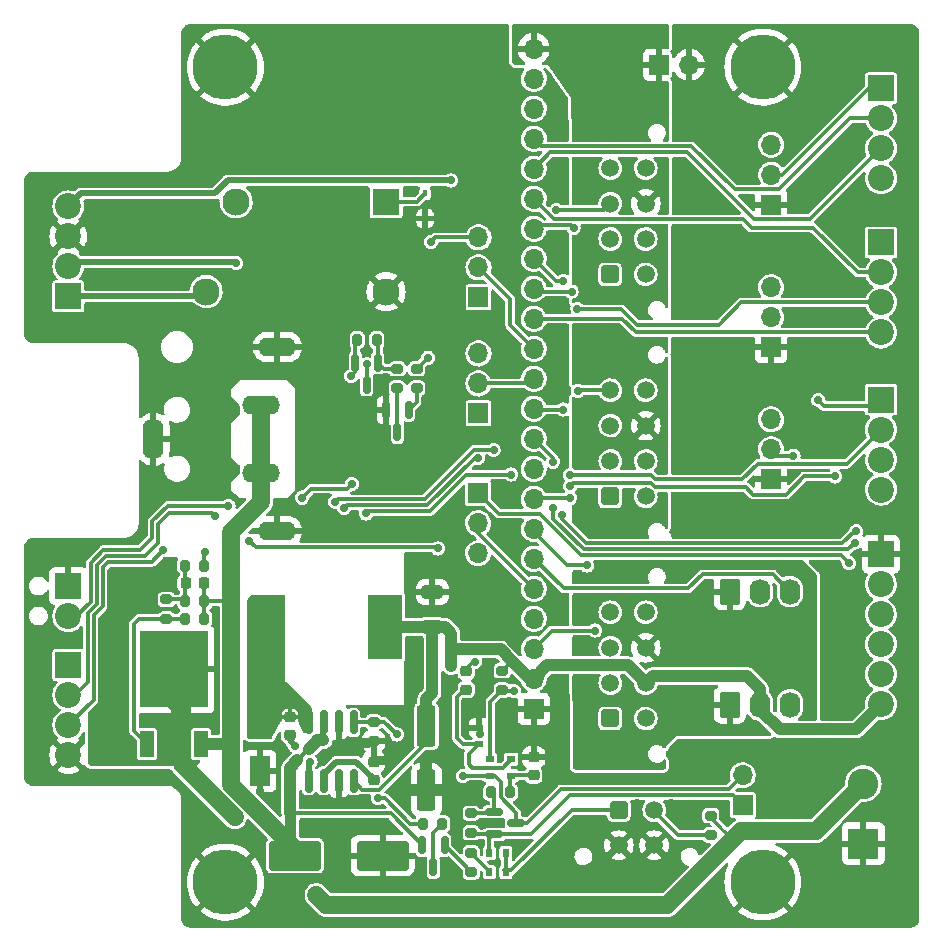
<source format=gbr>
%TF.GenerationSoftware,KiCad,Pcbnew,(6.0.11-0)*%
%TF.CreationDate,2023-07-12T13:15:55+12:00*%
%TF.ProjectId,controller-lower-cut,636f6e74-726f-46c6-9c65-722d6c6f7765,3.2*%
%TF.SameCoordinates,PX1c9c380PY1312d00*%
%TF.FileFunction,Copper,L1,Top*%
%TF.FilePolarity,Positive*%
%FSLAX46Y46*%
G04 Gerber Fmt 4.6, Leading zero omitted, Abs format (unit mm)*
G04 Created by KiCad (PCBNEW (6.0.11-0)) date 2023-07-12 13:15:55*
%MOMM*%
%LPD*%
G01*
G04 APERTURE LIST*
G04 Aperture macros list*
%AMRoundRect*
0 Rectangle with rounded corners*
0 $1 Rounding radius*
0 $2 $3 $4 $5 $6 $7 $8 $9 X,Y pos of 4 corners*
0 Add a 4 corners polygon primitive as box body*
4,1,4,$2,$3,$4,$5,$6,$7,$8,$9,$2,$3,0*
0 Add four circle primitives for the rounded corners*
1,1,$1+$1,$2,$3*
1,1,$1+$1,$4,$5*
1,1,$1+$1,$6,$7*
1,1,$1+$1,$8,$9*
0 Add four rect primitives between the rounded corners*
20,1,$1+$1,$2,$3,$4,$5,0*
20,1,$1+$1,$4,$5,$6,$7,0*
20,1,$1+$1,$6,$7,$8,$9,0*
20,1,$1+$1,$8,$9,$2,$3,0*%
G04 Aperture macros list end*
%TA.AperFunction,SMDPad,CuDef*%
%ADD10RoundRect,0.225000X0.250000X-0.225000X0.250000X0.225000X-0.250000X0.225000X-0.250000X-0.225000X0*%
%TD*%
%TA.AperFunction,ComponentPad*%
%ADD11R,1.700000X1.700000*%
%TD*%
%TA.AperFunction,ComponentPad*%
%ADD12O,1.700000X1.700000*%
%TD*%
%TA.AperFunction,SMDPad,CuDef*%
%ADD13RoundRect,0.200000X0.200000X0.275000X-0.200000X0.275000X-0.200000X-0.275000X0.200000X-0.275000X0*%
%TD*%
%TA.AperFunction,ComponentPad*%
%ADD14RoundRect,0.250001X0.499999X-0.499999X0.499999X0.499999X-0.499999X0.499999X-0.499999X-0.499999X0*%
%TD*%
%TA.AperFunction,ComponentPad*%
%ADD15C,1.500000*%
%TD*%
%TA.AperFunction,SMDPad,CuDef*%
%ADD16RoundRect,0.200000X0.275000X-0.200000X0.275000X0.200000X-0.275000X0.200000X-0.275000X-0.200000X0*%
%TD*%
%TA.AperFunction,ComponentPad*%
%ADD17C,5.500000*%
%TD*%
%TA.AperFunction,ComponentPad*%
%ADD18C,2.300000*%
%TD*%
%TA.AperFunction,ComponentPad*%
%ADD19R,2.300000X2.300000*%
%TD*%
%TA.AperFunction,ComponentPad*%
%ADD20R,2.200000X2.200000*%
%TD*%
%TA.AperFunction,ComponentPad*%
%ADD21C,2.200000*%
%TD*%
%TA.AperFunction,ComponentPad*%
%ADD22RoundRect,0.250000X-0.620000X-0.845000X0.620000X-0.845000X0.620000X0.845000X-0.620000X0.845000X0*%
%TD*%
%TA.AperFunction,ComponentPad*%
%ADD23O,1.740000X2.190000*%
%TD*%
%TA.AperFunction,SMDPad,CuDef*%
%ADD24RoundRect,0.150000X-0.150000X0.587500X-0.150000X-0.587500X0.150000X-0.587500X0.150000X0.587500X0*%
%TD*%
%TA.AperFunction,SMDPad,CuDef*%
%ADD25R,0.700000X0.600000*%
%TD*%
%TA.AperFunction,SMDPad,CuDef*%
%ADD26RoundRect,0.200000X-0.275000X0.200000X-0.275000X-0.200000X0.275000X-0.200000X0.275000X0.200000X0*%
%TD*%
%TA.AperFunction,SMDPad,CuDef*%
%ADD27R,1.800000X2.500000*%
%TD*%
%TA.AperFunction,SMDPad,CuDef*%
%ADD28R,1.200000X2.200000*%
%TD*%
%TA.AperFunction,SMDPad,CuDef*%
%ADD29R,5.800000X6.400000*%
%TD*%
%TA.AperFunction,SMDPad,CuDef*%
%ADD30RoundRect,0.250000X-0.650000X0.325000X-0.650000X-0.325000X0.650000X-0.325000X0.650000X0.325000X0*%
%TD*%
%TA.AperFunction,SMDPad,CuDef*%
%ADD31R,2.900000X5.400000*%
%TD*%
%TA.AperFunction,SMDPad,CuDef*%
%ADD32R,0.600000X0.700000*%
%TD*%
%TA.AperFunction,SMDPad,CuDef*%
%ADD33RoundRect,0.200000X-0.200000X-0.275000X0.200000X-0.275000X0.200000X0.275000X-0.200000X0.275000X0*%
%TD*%
%TA.AperFunction,ComponentPad*%
%ADD34R,2.600000X2.600000*%
%TD*%
%TA.AperFunction,ComponentPad*%
%ADD35C,2.600000*%
%TD*%
%TA.AperFunction,ComponentPad*%
%ADD36RoundRect,0.250001X-0.499999X-0.499999X0.499999X-0.499999X0.499999X0.499999X-0.499999X0.499999X0*%
%TD*%
%TA.AperFunction,SMDPad,CuDef*%
%ADD37C,0.300000*%
%TD*%
%TA.AperFunction,SMDPad,CuDef*%
%ADD38RoundRect,0.250000X-0.550000X1.500000X-0.550000X-1.500000X0.550000X-1.500000X0.550000X1.500000X0*%
%TD*%
%TA.AperFunction,SMDPad,CuDef*%
%ADD39RoundRect,0.225000X-0.250000X0.225000X-0.250000X-0.225000X0.250000X-0.225000X0.250000X0.225000X0*%
%TD*%
%TA.AperFunction,SMDPad,CuDef*%
%ADD40R,0.450000X0.600000*%
%TD*%
%TA.AperFunction,SMDPad,CuDef*%
%ADD41C,1.000000*%
%TD*%
%TA.AperFunction,ComponentPad*%
%ADD42O,3.200000X1.600000*%
%TD*%
%TA.AperFunction,ComponentPad*%
%ADD43O,1.750000X3.500000*%
%TD*%
%TA.AperFunction,SMDPad,CuDef*%
%ADD44RoundRect,0.225000X0.225000X0.250000X-0.225000X0.250000X-0.225000X-0.250000X0.225000X-0.250000X0*%
%TD*%
%TA.AperFunction,SMDPad,CuDef*%
%ADD45RoundRect,0.150000X-0.587500X-0.150000X0.587500X-0.150000X0.587500X0.150000X-0.587500X0.150000X0*%
%TD*%
%TA.AperFunction,SMDPad,CuDef*%
%ADD46RoundRect,0.150000X0.150000X-0.825000X0.150000X0.825000X-0.150000X0.825000X-0.150000X-0.825000X0*%
%TD*%
%TA.AperFunction,SMDPad,CuDef*%
%ADD47RoundRect,0.250000X-1.950000X-1.000000X1.950000X-1.000000X1.950000X1.000000X-1.950000X1.000000X0*%
%TD*%
%TA.AperFunction,ViaPad*%
%ADD48C,0.700000*%
%TD*%
%TA.AperFunction,ViaPad*%
%ADD49C,1.200000*%
%TD*%
%TA.AperFunction,Conductor*%
%ADD50C,0.300000*%
%TD*%
%TA.AperFunction,Conductor*%
%ADD51C,0.500000*%
%TD*%
%TA.AperFunction,Conductor*%
%ADD52C,1.000000*%
%TD*%
%TA.AperFunction,Conductor*%
%ADD53C,0.200000*%
%TD*%
%TA.AperFunction,Conductor*%
%ADD54C,1.500000*%
%TD*%
G04 APERTURE END LIST*
%TO.C,NT22*%
G36*
X66418198Y-78648959D02*
G01*
X66206066Y-78861091D01*
X65781802Y-78436827D01*
X65993934Y-78224695D01*
X66418198Y-78648959D01*
G37*
%TO.C,NT23*%
G36*
X30000000Y-78612893D02*
G01*
X29000000Y-78612893D01*
X29000000Y-77172893D01*
X30000000Y-77172893D01*
X30000000Y-78612893D01*
G37*
%TO.C,NT24*%
G36*
X43600000Y-63320000D02*
G01*
X42600000Y-63320000D01*
X42600000Y-61880000D01*
X43600000Y-61880000D01*
X43600000Y-63320000D01*
G37*
%TD*%
D10*
%TO.P,C5,1*%
%TO.N,/Power/U2_VD*%
X36550000Y-74365000D03*
%TO.P,C5,2*%
%TO.N,GND*%
X36550000Y-72815000D03*
%TD*%
D11*
%TO.P,JP6,1,A*%
%TO.N,/Connectors & Jumpers/X_P17_OUT*%
X45425000Y-43325000D03*
D12*
%TO.P,JP6,2,C*%
%TO.N,/Connectors & Jumpers/P17_IN*%
X45425000Y-40785000D03*
%TO.P,JP6,3,B*%
%TO.N,/Connectors & Jumpers/VFD_PWM*%
X45425000Y-38245000D03*
%TD*%
D13*
%TO.P,R4,1*%
%TO.N,24V_IN*%
X22225000Y-59200000D03*
%TO.P,R4,2*%
%TO.N,Net-(C3-Pad2)*%
X20575000Y-59200000D03*
%TD*%
D14*
%TO.P,J12,1,Pin_1*%
%TO.N,unconnected-(J12-Pad1)*%
X56585000Y-31550000D03*
D15*
%TO.P,J12,2,Pin_2*%
%TO.N,/Connectors & Jumpers/HOLD_OUT*%
X56585000Y-28550000D03*
%TO.P,J12,3,Pin_3*%
%TO.N,/Connectors & Jumpers/XMIN_OUT*%
X56585000Y-25550000D03*
%TO.P,J12,4,Pin_4*%
%TO.N,unconnected-(J12-Pad4)*%
X56585000Y-22550000D03*
%TO.P,J12,5,Pin_5*%
%TO.N,unconnected-(J12-Pad5)*%
X59585000Y-31550000D03*
%TO.P,J12,6,Pin_6*%
%TO.N,+5V*%
X59585000Y-28550000D03*
%TO.P,J12,7,Pin_7*%
%TO.N,GNDA*%
X59585000Y-25550000D03*
%TO.P,J12,8,Pin_8*%
%TO.N,unconnected-(J12-Pad8)*%
X59585000Y-22550000D03*
%TD*%
D11*
%TO.P,JP3,1,A*%
%TO.N,/Connectors & Jumpers/RELAY4*%
X45400000Y-50075000D03*
D12*
%TO.P,JP3,2,C*%
%TO.N,/Connectors & Jumpers/P1_IN*%
X45400000Y-52615000D03*
%TO.P,JP3,3,B*%
%TO.N,/Connectors & Jumpers/CHARGE_PUMP_OUT*%
X45400000Y-55155000D03*
%TD*%
D10*
%TO.P,C2,1*%
%TO.N,Net-(C2-Pad1)*%
X50100000Y-73967893D03*
%TO.P,C2,2*%
%TO.N,GND*%
X50100000Y-72417893D03*
%TD*%
D16*
%TO.P,R5,1*%
%TO.N,/Power/PLED*%
X65100000Y-79017893D03*
%TO.P,R5,2*%
%TO.N,Net-(NT22-Pad1)*%
X65100000Y-77367893D03*
%TD*%
D17*
%TO.P,H7,1,1*%
%TO.N,GND*%
X69500000Y-13992893D03*
%TD*%
D18*
%TO.P,K1,1*%
%TO.N,GND*%
X37600000Y-33020000D03*
%TO.P,K1,3*%
%TO.N,/Connectors & Jumpers/VFD_XGND*%
X22360000Y-33000000D03*
%TO.P,K1,5*%
%TO.N,/Connectors & Jumpers/VFD_FWD*%
X24900000Y-25400000D03*
D19*
%TO.P,K1,6*%
%TO.N,Net-(D7-Pad1)*%
X37600000Y-25400000D03*
%TD*%
D20*
%TO.P,J13,1,Pin_1*%
%TO.N,/Connectors & Jumpers/Y_COM*%
X79508381Y-28848381D03*
D21*
%TO.P,J13,2,Pin_2*%
%TO.N,/Connectors & Jumpers/YCLK_IN*%
X79508381Y-31388381D03*
%TO.P,J13,3,Pin_3*%
%TO.N,/Connectors & Jumpers/YDIR_IN*%
X79508381Y-33928381D03*
%TO.P,J13,4,Pin_4*%
%TO.N,/Connectors & Jumpers/EN_IN*%
X79508381Y-36468381D03*
%TD*%
D22*
%TO.P,J18,1,Pin_1*%
%TO.N,GNDA*%
X66710000Y-58400000D03*
D23*
%TO.P,J18,2,Pin_2*%
%TO.N,+5V*%
X69250000Y-58400000D03*
%TO.P,J18,3,Pin_3*%
%TO.N,/Connectors & Jumpers/PROBE_OUT*%
X71790000Y-58400000D03*
%TD*%
D24*
%TO.P,Q4,1,B*%
%TO.N,Net-(Q4-Pad1)*%
X39500000Y-43019607D03*
%TO.P,Q4,2,E*%
%TO.N,GND*%
X37600000Y-43019607D03*
%TO.P,Q4,3,C*%
%TO.N,Net-(Q4-Pad3)*%
X38550000Y-44894607D03*
%TD*%
D25*
%TO.P,D2,1,K*%
%TO.N,Net-(C2-Pad1)*%
X48200000Y-73992893D03*
%TO.P,D2,2,A*%
%TO.N,Net-(C1-Pad2)*%
X48200000Y-72592893D03*
%TD*%
D11*
%TO.P,JP5,1,A*%
%TO.N,GND*%
X70200000Y-37713380D03*
D12*
%TO.P,JP5,2,C*%
%TO.N,/Connectors & Jumpers/Y_COM*%
X70200000Y-35173380D03*
%TO.P,JP5,3,B*%
%TO.N,/Connectors & Jumpers/STP_5V*%
X70200000Y-32633380D03*
%TD*%
D26*
%TO.P,R8,1*%
%TO.N,Net-(C3-Pad2)*%
X19000000Y-59075000D03*
%TO.P,R8,2*%
%TO.N,Net-(Q2-Pad1)*%
X19000000Y-60725000D03*
%TD*%
D11*
%TO.P,JP4,1,A*%
%TO.N,GND*%
X70200000Y-25650000D03*
D12*
%TO.P,JP4,2,C*%
%TO.N,/Connectors & Jumpers/X_COM*%
X70200000Y-23110000D03*
%TO.P,JP4,3,B*%
%TO.N,/Connectors & Jumpers/STP_5V*%
X70200000Y-20570000D03*
%TD*%
D11*
%TO.P,JP1,1,A*%
%TO.N,/Power/Q1_E*%
X67800000Y-76492893D03*
D12*
%TO.P,JP1,2,B*%
%TO.N,/Power/Q1_C*%
X67800000Y-73952893D03*
%TD*%
D27*
%TO.P,D6,1,K*%
%TO.N,/Power/U2_LX*%
X26900000Y-69610000D03*
%TO.P,D6,2,A*%
%TO.N,GND*%
X26900000Y-73610000D03*
%TD*%
D14*
%TO.P,J14,1,Pin_1*%
%TO.N,unconnected-(J14-Pad1)*%
X56585000Y-50350000D03*
D15*
%TO.P,J14,2,Pin_2*%
%TO.N,/Connectors & Jumpers/HOLD_OUT*%
X56585000Y-47350000D03*
%TO.P,J14,3,Pin_3*%
%TO.N,unconnected-(J14-Pad3)*%
X56585000Y-44350000D03*
%TO.P,J14,4,Pin_4*%
%TO.N,/Connectors & Jumpers/YMIN_OUT*%
X56585000Y-41350000D03*
%TO.P,J14,5,Pin_5*%
%TO.N,unconnected-(J14-Pad5)*%
X59585000Y-50350000D03*
%TO.P,J14,6,Pin_6*%
%TO.N,+5V*%
X59585000Y-47350000D03*
%TO.P,J14,7,Pin_7*%
%TO.N,GNDA*%
X59585000Y-44350000D03*
%TO.P,J14,8,Pin_8*%
%TO.N,unconnected-(J14-Pad8)*%
X59585000Y-41350000D03*
%TD*%
D11*
%TO.P,JP2,1,A*%
%TO.N,GNDA*%
X60725000Y-13800000D03*
D12*
%TO.P,JP2,2,B*%
%TO.N,GND*%
X63265000Y-13800000D03*
%TD*%
D28*
%TO.P,Q2,1,G*%
%TO.N,Net-(Q2-Pad1)*%
X17370000Y-71300000D03*
D29*
%TO.P,Q2,2,D*%
%TO.N,24V_SAFE*%
X19650000Y-65000000D03*
D28*
%TO.P,Q2,3,S*%
%TO.N,24V_IN*%
X21930000Y-71300000D03*
%TD*%
D30*
%TO.P,C7,1*%
%TO.N,GND*%
X41525000Y-58450000D03*
%TO.P,C7,2*%
%TO.N,/Power/U2_FB*%
X41525000Y-61400000D03*
%TD*%
D31*
%TO.P,L1,1,1*%
%TO.N,/Power/U2_LX*%
X27600000Y-61410000D03*
%TO.P,L1,2,2*%
%TO.N,/Power/U2_FB*%
X37500000Y-61410000D03*
%TD*%
D32*
%TO.P,D5,1,K*%
%TO.N,Net-(D4-Pad1)*%
X47750000Y-82150000D03*
%TO.P,D5,2,A*%
%TO.N,5V_nEN*%
X46350000Y-82150000D03*
%TD*%
D26*
%TO.P,R12,1*%
%TO.N,/Power/U2_ON_nOFF*%
X36550000Y-69425000D03*
%TO.P,R12,2*%
%TO.N,GND*%
X36550000Y-71075000D03*
%TD*%
D33*
%TO.P,R7,1*%
%TO.N,Net-(Q2-Pad1)*%
X20575000Y-60700000D03*
%TO.P,R7,2*%
%TO.N,24V_IN*%
X22225000Y-60700000D03*
%TD*%
D34*
%TO.P,J6,1,Pin_1*%
%TO.N,GND*%
X78005000Y-79737893D03*
D35*
%TO.P,J6,2,Pin_2*%
%TO.N,24V_SAFE*%
X78005000Y-74657893D03*
%TD*%
D36*
%TO.P,J5,1,Pin_1*%
%TO.N,Net-(D4-Pad1)*%
X57300000Y-76892893D03*
D15*
%TO.P,J5,2,Pin_2*%
%TO.N,/Power/PLED*%
X60300000Y-76892893D03*
%TO.P,J5,3,Pin_3*%
%TO.N,GND*%
X57300000Y-79892893D03*
%TO.P,J5,4,Pin_4*%
X60300000Y-79892893D03*
%TD*%
D37*
%TO.P,NT22,1,1*%
%TO.N,Net-(NT22-Pad1)*%
X65887868Y-78330761D03*
%TO.P,NT22,2,2*%
%TO.N,24V_SAFE*%
X66312132Y-78755025D03*
%TD*%
D38*
%TO.P,C8,1*%
%TO.N,/Power/U2_FB*%
X41000000Y-69800000D03*
%TO.P,C8,2*%
%TO.N,GND*%
X41000000Y-75200000D03*
%TD*%
D33*
%TO.P,R9,1*%
%TO.N,Net-(C3-Pad2)*%
X20575000Y-56200000D03*
%TO.P,R9,2*%
%TO.N,/Power/Q1_C*%
X22225000Y-56200000D03*
%TD*%
D39*
%TO.P,C1,1*%
%TO.N,/Connectors & Jumpers/CHARGE_PUMP_OUT*%
X44400000Y-65150000D03*
%TO.P,C1,2*%
%TO.N,Net-(C1-Pad2)*%
X44400000Y-66700000D03*
%TD*%
D40*
%TO.P,D7,1,K*%
%TO.N,Net-(D7-Pad1)*%
X40900000Y-24700000D03*
%TO.P,D7,2,A*%
%TO.N,GND*%
X40900000Y-26800000D03*
%TD*%
D20*
%TO.P,J8,1,Pin_1*%
%TO.N,GND*%
X10700000Y-57930000D03*
D21*
%TO.P,J8,2,Pin_2*%
%TO.N,/Connectors & Jumpers/ESTOP_OUT*%
X10700000Y-60470000D03*
%TD*%
D16*
%TO.P,R18,1*%
%TO.N,Net-(Q4-Pad1)*%
X40190000Y-41182107D03*
%TO.P,R18,2*%
%TO.N,Net-(JP7-Pad3)*%
X40190000Y-39532107D03*
%TD*%
D33*
%TO.P,R11,1*%
%TO.N,/Power/U2_ON_nOFF*%
X40725000Y-78050000D03*
%TO.P,R11,2*%
%TO.N,Net-(Q3-Pad3)*%
X42375000Y-78050000D03*
%TD*%
D11*
%TO.P,JP7,1,A*%
%TO.N,/Connectors & Jumpers/X_P16_OUT*%
X45425000Y-33500000D03*
D12*
%TO.P,JP7,2,C*%
%TO.N,/Connectors & Jumpers/P16_IN*%
X45425000Y-30960000D03*
%TO.P,JP7,3,B*%
%TO.N,Net-(JP7-Pad3)*%
X45425000Y-28420000D03*
%TD*%
D20*
%TO.P,J11,1,Pin_1*%
%TO.N,/Connectors & Jumpers/X_COM*%
X79508381Y-15795001D03*
D21*
%TO.P,J11,2,Pin_2*%
%TO.N,/Connectors & Jumpers/XCLK_IN*%
X79508381Y-18335001D03*
%TO.P,J11,3,Pin_3*%
%TO.N,/Connectors & Jumpers/XDIR_IN*%
X79508381Y-20875001D03*
%TO.P,J11,4,Pin_4*%
%TO.N,/Connectors & Jumpers/EN_IN*%
X79508381Y-23415001D03*
%TD*%
D17*
%TO.P,H6,1,1*%
%TO.N,GND*%
X24000000Y-83000000D03*
%TD*%
D16*
%TO.P,R10,1*%
%TO.N,Net-(Q3-Pad1)*%
X44800000Y-82175000D03*
%TO.P,R10,2*%
%TO.N,5V_nEN*%
X44800000Y-80525000D03*
%TD*%
D11*
%TO.P,J3,1,Pin_1*%
%TO.N,GND*%
X50100000Y-68330000D03*
D12*
%TO.P,J3,2,Pin_2*%
%TO.N,+5V*%
X50100000Y-65790000D03*
%TO.P,J3,3,Pin_3*%
%TO.N,/Connectors & Jumpers/HOLD_OUT*%
X50100000Y-63250000D03*
%TO.P,J3,4,Pin_4*%
%TO.N,/Power/nCE_OUT*%
X50100000Y-60710000D03*
%TO.P,J3,5,Pin_5*%
%TO.N,/Connectors & Jumpers/P1_IN*%
X50100000Y-58170000D03*
%TO.P,J3,6,Pin_6*%
%TO.N,/Connectors & Jumpers/PROBE_OUT*%
X50100000Y-55630000D03*
%TO.P,J3,7,Pin_7*%
%TO.N,/Connectors & Jumpers/ZMIN_OUT*%
X50100000Y-53090000D03*
%TO.P,J3,8,Pin_8*%
%TO.N,/Connectors & Jumpers/YMIN_OUT*%
X50100000Y-50550000D03*
%TO.P,J3,9,Pin_9*%
%TO.N,/Connectors & Jumpers/XMIN_OUT*%
X50100000Y-48010000D03*
%TO.P,J3,10,Pin_10*%
%TO.N,/Connectors & Jumpers/RELAY3_IN*%
X50100000Y-45470000D03*
%TO.P,J3,11,Pin_11*%
%TO.N,/Connectors & Jumpers/RELAY2_IN*%
X50100000Y-42930000D03*
%TO.P,J3,12,Pin_12*%
%TO.N,/Connectors & Jumpers/P17_IN*%
X50100000Y-40390000D03*
%TO.P,J3,13,Pin_13*%
%TO.N,/Connectors & Jumpers/P16_IN*%
X50100000Y-37850000D03*
%TO.P,J3,14,Pin_14*%
%TO.N,/Connectors & Jumpers/EN_IN*%
X50100000Y-35310000D03*
%TO.P,J3,15,Pin_15*%
%TO.N,/Connectors & Jumpers/ZDIR_IN*%
X50100000Y-32770000D03*
%TO.P,J3,16,Pin_16*%
%TO.N,/Connectors & Jumpers/ZCLK_IN*%
X50100000Y-30230000D03*
%TO.P,J3,17,Pin_17*%
%TO.N,/Connectors & Jumpers/YDIR_IN*%
X50100000Y-27690000D03*
%TO.P,J3,18,Pin_18*%
%TO.N,/Connectors & Jumpers/YCLK_IN*%
X50100000Y-25150000D03*
%TO.P,J3,19,Pin_19*%
%TO.N,/Connectors & Jumpers/XDIR_IN*%
X50100000Y-22610000D03*
%TO.P,J3,20,Pin_20*%
%TO.N,/Connectors & Jumpers/XCLK_IN*%
X50100000Y-20070000D03*
%TO.P,J3,21,Pin_21*%
%TO.N,/Connectors & Jumpers/ESTOP_OUT*%
X50100000Y-17530000D03*
%TO.P,J3,22,Pin_22*%
%TO.N,+5V*%
X50100000Y-14990000D03*
%TO.P,J3,23,Pin_23*%
%TO.N,GNDA*%
X50100000Y-12450000D03*
%TD*%
D33*
%TO.P,R20,1*%
%TO.N,24V_SAFE*%
X35160000Y-37102107D03*
%TO.P,R20,2*%
%TO.N,Net-(Q5-Pad1)*%
X36810000Y-37102107D03*
%TD*%
D41*
%TO.P,NT23,1,1*%
%TO.N,24V_IN*%
X29500000Y-78592893D03*
%TO.P,NT23,2,2*%
%TO.N,/Power/U2_VIN*%
X29500000Y-77192893D03*
%TD*%
D26*
%TO.P,R6,1*%
%TO.N,/Power/Q1_B*%
X44800000Y-77175000D03*
%TO.P,R6,2*%
%TO.N,/Power/Q1_E*%
X44800000Y-78825000D03*
%TD*%
D22*
%TO.P,J19,1,Pin_1*%
%TO.N,GNDA*%
X66710000Y-68000000D03*
D23*
%TO.P,J19,2,Pin_2*%
%TO.N,+5V*%
X69250000Y-68000000D03*
%TO.P,J19,3,Pin_3*%
%TO.N,/Connectors & Jumpers/PROBE_OUT*%
X71790000Y-68000000D03*
%TD*%
D32*
%TO.P,D4,1,K*%
%TO.N,Net-(D4-Pad1)*%
X47750000Y-80550000D03*
%TO.P,D4,2,A*%
%TO.N,/Power/Q1_E*%
X46350000Y-80550000D03*
%TD*%
D42*
%TO.P,J4,1*%
%TO.N,24V_IN*%
X27050000Y-48400000D03*
%TO.P,J4,2*%
%TO.N,GND*%
X23400000Y-48000000D03*
%TO.P,J4,3*%
X23400000Y-43000000D03*
%TO.P,J4,4*%
%TO.N,24V_IN*%
X27050000Y-42600000D03*
%TO.P,J4,SH*%
%TO.N,GND*%
X28400000Y-37700000D03*
D43*
X17900000Y-45500000D03*
D42*
X28400000Y-53300000D03*
%TD*%
D44*
%TO.P,C3,1*%
%TO.N,24V_IN*%
X22175000Y-57700000D03*
%TO.P,C3,2*%
%TO.N,Net-(C3-Pad2)*%
X20625000Y-57700000D03*
%TD*%
D25*
%TO.P,D1,1,K*%
%TO.N,Net-(C1-Pad2)*%
X45437500Y-71337500D03*
%TO.P,D1,2,A*%
%TO.N,GND*%
X45437500Y-69937500D03*
%TD*%
D14*
%TO.P,J17,1,Pin_1*%
%TO.N,unconnected-(J17-Pad1)*%
X56585000Y-69150000D03*
D15*
%TO.P,J17,2,Pin_2*%
%TO.N,/Connectors & Jumpers/HOLD_OUT*%
X56585000Y-66150000D03*
%TO.P,J17,3,Pin_3*%
%TO.N,unconnected-(J17-Pad3)*%
X56585000Y-63150000D03*
%TO.P,J17,4,Pin_4*%
%TO.N,unconnected-(J17-Pad4)*%
X56585000Y-60150000D03*
%TO.P,J17,5,Pin_5*%
%TO.N,/Connectors & Jumpers/ZMIN_OUT*%
X59585000Y-69150000D03*
%TO.P,J17,6,Pin_6*%
%TO.N,+5V*%
X59585000Y-66150000D03*
%TO.P,J17,7,Pin_7*%
%TO.N,GNDA*%
X59585000Y-63150000D03*
%TO.P,J17,8,Pin_8*%
%TO.N,unconnected-(J17-Pad8)*%
X59585000Y-60150000D03*
%TD*%
D11*
%TO.P,JP8,1,A*%
%TO.N,GND*%
X70200000Y-48910000D03*
D12*
%TO.P,JP8,2,C*%
%TO.N,/Connectors & Jumpers/Z_COM*%
X70200000Y-46370000D03*
%TO.P,JP8,3,B*%
%TO.N,/Connectors & Jumpers/STP_5V*%
X70200000Y-43830000D03*
%TD*%
D41*
%TO.P,NT24,1,1*%
%TO.N,/Power/U2_FB*%
X43100000Y-61900000D03*
%TO.P,NT24,2,2*%
%TO.N,+5V*%
X43100000Y-63300000D03*
%TD*%
D45*
%TO.P,Q1,1,B*%
%TO.N,/Power/Q1_B*%
X46762500Y-77050000D03*
%TO.P,Q1,2,E*%
%TO.N,/Power/Q1_E*%
X46762500Y-78950000D03*
%TO.P,Q1,3,C*%
%TO.N,/Power/Q1_C*%
X48637500Y-78000000D03*
%TD*%
D20*
%TO.P,J15,1,Pin_1*%
%TO.N,+5V*%
X10700000Y-64620000D03*
D21*
%TO.P,J15,2,Pin_2*%
%TO.N,/Connectors & Jumpers/X_P17_OUT*%
X10700000Y-67160000D03*
%TO.P,J15,3,Pin_3*%
%TO.N,/Connectors & Jumpers/X_P16_OUT*%
X10700000Y-69700000D03*
%TO.P,J15,4,Pin_4*%
%TO.N,GND*%
X10700000Y-72240000D03*
%TD*%
D16*
%TO.P,R2,1*%
%TO.N,/Power/nCE_OUT*%
X47425000Y-66750000D03*
%TO.P,R2,2*%
%TO.N,+5V*%
X47425000Y-65100000D03*
%TD*%
D13*
%TO.P,R3,1*%
%TO.N,Net-(C2-Pad1)*%
X48125000Y-75400000D03*
%TO.P,R3,2*%
%TO.N,/Power/Q1_B*%
X46475000Y-75400000D03*
%TD*%
D24*
%TO.P,Q5,1,B*%
%TO.N,Net-(Q5-Pad1)*%
X36900000Y-39019607D03*
%TO.P,Q5,2,E*%
%TO.N,24V_SAFE*%
X35000000Y-39019607D03*
%TO.P,Q5,3,C*%
%TO.N,Net-(D7-Pad1)*%
X35950000Y-40894607D03*
%TD*%
D20*
%TO.P,J16,1,Pin_1*%
%TO.N,/Connectors & Jumpers/Z_COM*%
X79508381Y-42145001D03*
D21*
%TO.P,J16,2,Pin_2*%
%TO.N,/Connectors & Jumpers/ZCLK_IN*%
X79508381Y-44685001D03*
%TO.P,J16,3,Pin_3*%
%TO.N,/Connectors & Jumpers/ZDIR_IN*%
X79508381Y-47225001D03*
%TO.P,J16,4,Pin_4*%
%TO.N,/Connectors & Jumpers/EN_IN*%
X79508381Y-49765001D03*
%TD*%
D46*
%TO.P,U1,1,BST*%
%TO.N,/Power/U2_BST*%
X31045000Y-74434999D03*
%TO.P,U1,2,VD*%
%TO.N,/Power/U2_VD*%
X32315000Y-74434999D03*
%TO.P,U1,3,SGND*%
%TO.N,GND*%
X33585000Y-74434999D03*
%TO.P,U1,4,FB*%
%TO.N,/Power/U2_FB*%
X34855000Y-74434999D03*
%TO.P,U1,5,ON/~{OFF}*%
%TO.N,/Power/U2_ON_nOFF*%
X34855000Y-69484999D03*
%TO.P,U1,6,GND*%
%TO.N,GND*%
X33585000Y-69484999D03*
%TO.P,U1,7,VIN*%
%TO.N,/Power/U2_VIN*%
X32315000Y-69484999D03*
%TO.P,U1,8,LX*%
%TO.N,/Power/U2_LX*%
X31045000Y-69484999D03*
%TD*%
D24*
%TO.P,Q3,1,B*%
%TO.N,Net-(Q3-Pad1)*%
X42550000Y-79862500D03*
%TO.P,Q3,2,E*%
%TO.N,/Power/U2_VIN*%
X40650000Y-79862500D03*
%TO.P,Q3,3,C*%
%TO.N,Net-(Q3-Pad3)*%
X41600000Y-81737500D03*
%TD*%
D17*
%TO.P,H8,1,1*%
%TO.N,GND*%
X69500000Y-82992893D03*
%TD*%
D20*
%TO.P,J10,1,Pin_1*%
%TO.N,GND*%
X79500000Y-55250000D03*
D21*
%TO.P,J10,2,Pin_2*%
%TO.N,/Connectors & Jumpers/RELAY1*%
X79500000Y-57790000D03*
%TO.P,J10,3,Pin_3*%
%TO.N,/Connectors & Jumpers/RELAY2*%
X79500000Y-60330000D03*
%TO.P,J10,4,Pin_4*%
%TO.N,/Connectors & Jumpers/RELAY3*%
X79500000Y-62870000D03*
%TO.P,J10,5,Pin_5*%
%TO.N,/Connectors & Jumpers/RELAY4*%
X79500000Y-65410000D03*
%TO.P,J10,6,Pin_6*%
%TO.N,+5V*%
X79500000Y-67950000D03*
%TD*%
D47*
%TO.P,C4,1*%
%TO.N,24V_IN*%
X29900000Y-80760000D03*
%TO.P,C4,2*%
%TO.N,GND*%
X37300000Y-80760000D03*
%TD*%
D26*
%TO.P,R19,1*%
%TO.N,Net-(Q5-Pad1)*%
X38550000Y-39532107D03*
%TO.P,R19,2*%
%TO.N,Net-(Q4-Pad3)*%
X38550000Y-41182107D03*
%TD*%
D10*
%TO.P,C6,1*%
%TO.N,/Power/U2_BST*%
X29450000Y-70534999D03*
%TO.P,C6,2*%
%TO.N,/Power/U2_LX*%
X29450000Y-68984999D03*
%TD*%
D17*
%TO.P,H5,1,1*%
%TO.N,GND*%
X24000000Y-14000000D03*
%TD*%
D25*
%TO.P,D3,1,K*%
%TO.N,/Power/Q1_C*%
X46400000Y-73992893D03*
%TO.P,D3,2,A*%
%TO.N,/Power/nCE_OUT*%
X46400000Y-72592893D03*
%TD*%
D20*
%TO.P,J20,1,Pin_1*%
%TO.N,/Connectors & Jumpers/VFD_XGND*%
X10700000Y-33414999D03*
D21*
%TO.P,J20,2,Pin_2*%
%TO.N,/Connectors & Jumpers/VFD_FWD*%
X10700000Y-30874999D03*
%TO.P,J20,3,Pin_3*%
%TO.N,GND*%
X10700000Y-28334999D03*
%TO.P,J20,4,Pin_4*%
%TO.N,/Connectors & Jumpers/VFD_PWM*%
X10700000Y-25794999D03*
%TD*%
D48*
%TO.N,GND*%
X42700000Y-83500000D03*
X65800000Y-48000000D03*
X47200000Y-10792893D03*
X74750000Y-71350000D03*
X62700000Y-71350000D03*
X12800000Y-54500000D03*
X28300000Y-76500000D03*
X77300000Y-21850000D03*
X74850000Y-43850000D03*
X39450000Y-83250000D03*
X70450000Y-53400000D03*
X31600000Y-75950000D03*
X26900000Y-71500000D03*
D49*
X37050000Y-83250000D03*
D48*
X59300000Y-74142893D03*
X49300000Y-76650000D03*
X23000000Y-29450000D03*
X80000000Y-25792893D03*
X35800000Y-22600000D03*
X44900000Y-62100000D03*
X45450000Y-36350000D03*
X36850000Y-52450000D03*
X62500000Y-10792893D03*
X7600000Y-29700000D03*
X64100000Y-78192893D03*
X82200000Y-86192893D03*
X77750000Y-15200000D03*
X82200000Y-70500000D03*
X77600000Y-41550000D03*
X47400000Y-71450000D03*
X80600000Y-40192893D03*
X75800000Y-74700000D03*
X34800000Y-10792893D03*
X39350000Y-75100000D03*
X42800000Y-81367893D03*
X66000000Y-74300000D03*
X45559355Y-70487998D03*
X33300000Y-83200000D03*
X58850000Y-76342893D03*
X68850000Y-41850000D03*
X51300000Y-72450000D03*
X69550000Y-77100000D03*
X77750000Y-19600000D03*
X44725000Y-67742893D03*
X26500000Y-22592893D03*
X20200000Y-32400000D03*
X42700000Y-76800000D03*
X81600000Y-49792893D03*
X43100000Y-72550000D03*
X40500000Y-49692893D03*
X62250000Y-35000000D03*
X68750000Y-28450000D03*
X81350000Y-19600000D03*
X71900000Y-10792893D03*
X66400000Y-41850000D03*
X30100000Y-82792893D03*
X66000000Y-50500000D03*
X79200000Y-69900000D03*
X34650000Y-83200000D03*
X39900000Y-62600000D03*
X26900000Y-75300000D03*
X48850000Y-82850000D03*
X12600000Y-32200000D03*
X23000000Y-25892893D03*
X73200000Y-80192893D03*
X39500000Y-70900000D03*
X52350000Y-66800000D03*
X72000000Y-21100000D03*
X12600000Y-34392893D03*
X17050000Y-36950000D03*
X31700000Y-86292893D03*
X36450000Y-43000000D03*
X80600000Y-51950000D03*
X81600000Y-36492893D03*
X38300000Y-72500000D03*
X52800000Y-74000000D03*
X11500000Y-62392893D03*
X74550000Y-27100000D03*
X73550000Y-23150000D03*
X35900000Y-49700000D03*
X34950000Y-71450000D03*
X69250000Y-45100000D03*
X32200000Y-72700000D03*
X34450000Y-76000000D03*
X52600000Y-31100000D03*
X7600000Y-36700000D03*
X66400000Y-27750000D03*
X67950000Y-53400000D03*
X62150000Y-21950000D03*
X17100000Y-51750000D03*
X48400000Y-67900000D03*
X30900000Y-78400000D03*
X7650000Y-74250000D03*
X39750000Y-53700000D03*
X42700000Y-67400000D03*
X40500000Y-56992893D03*
X62200000Y-19892893D03*
X77600000Y-43792893D03*
X33250000Y-78300000D03*
X30400000Y-49150000D03*
X35800000Y-24492893D03*
X77600000Y-48450000D03*
X75350000Y-53450000D03*
X39900000Y-64600000D03*
X26600000Y-24492893D03*
X43950000Y-50850000D03*
X41000000Y-72300000D03*
X77750000Y-37400000D03*
X77750000Y-32650000D03*
X76900000Y-68800000D03*
X49200000Y-74900000D03*
X75500000Y-61800000D03*
X52600000Y-59000000D03*
X76450000Y-46692893D03*
X7600000Y-23392893D03*
X51100000Y-18792893D03*
X41525000Y-60000000D03*
X77750000Y-24400000D03*
X39400000Y-24492893D03*
X41540000Y-57000000D03*
X35950000Y-83200000D03*
X24900000Y-31850000D03*
X62100000Y-41850000D03*
X73300000Y-28500000D03*
X77800000Y-64900000D03*
X81100000Y-59100000D03*
X45400000Y-75500000D03*
X77750000Y-35200000D03*
X37700000Y-37900000D03*
X39900000Y-60150000D03*
X62100000Y-47850000D03*
X53350000Y-78200000D03*
X74530000Y-56200000D03*
X34600000Y-78300000D03*
X39550000Y-44450000D03*
X48200000Y-51085786D03*
X43700000Y-79600000D03*
X42600000Y-56992893D03*
X35500000Y-42300000D03*
X48200000Y-53142893D03*
X42700000Y-75200000D03*
X68750000Y-31000000D03*
X72000000Y-35300000D03*
X66000000Y-76400000D03*
X61700000Y-76342893D03*
X51100000Y-23942893D03*
X39600000Y-67000000D03*
X20200000Y-34400000D03*
X26600000Y-79192893D03*
X37000000Y-40600000D03*
X45000000Y-56792893D03*
X59700000Y-86342893D03*
X51800000Y-83492893D03*
X73000000Y-42200000D03*
X62250000Y-37350000D03*
X59700000Y-83492893D03*
X7600000Y-62400000D03*
X71950000Y-45750000D03*
X46150000Y-64750000D03*
X62100000Y-53400000D03*
X75750000Y-17150000D03*
X73500000Y-49800000D03*
X62100000Y-50500000D03*
X72000000Y-32250000D03*
X82200000Y-10792893D03*
X65150000Y-35000000D03*
X81100000Y-64175000D03*
X33750000Y-48800000D03*
X20600000Y-22800000D03*
X74750000Y-68900000D03*
X51800000Y-86342893D03*
X40500000Y-81367893D03*
X16500000Y-53900000D03*
X48950000Y-79950000D03*
X30400000Y-42050000D03*
X77750000Y-27850000D03*
X52600000Y-29350000D03*
X33250000Y-80800000D03*
X33585002Y-71300000D03*
X49150000Y-59400000D03*
X81300000Y-24492893D03*
X39300000Y-76600000D03*
X49200000Y-61992893D03*
X39750000Y-55550000D03*
D49*
X37100000Y-78300000D03*
D48*
X35900000Y-78300000D03*
X52600000Y-60800000D03*
X73200000Y-77192893D03*
X65200000Y-37300000D03*
X64650000Y-24000000D03*
X42700000Y-86342893D03*
X7600000Y-54500000D03*
X65700000Y-82692893D03*
X21300000Y-76192893D03*
X28450000Y-71490000D03*
X66350000Y-22300000D03*
%TO.N,24V_SAFE*%
X14400000Y-71792893D03*
D49*
X17400000Y-64050000D03*
D48*
X14600000Y-58700000D03*
X14600000Y-56800000D03*
X20300000Y-71350000D03*
D49*
X18900000Y-62550000D03*
D48*
X19150000Y-58000000D03*
X13000000Y-71000000D03*
X14400000Y-69900000D03*
X15400000Y-68592893D03*
X13700000Y-60750000D03*
X30500000Y-50450000D03*
X17600000Y-56800000D03*
D49*
X18900000Y-67050000D03*
D48*
X16100000Y-56800000D03*
D49*
X21900000Y-65550000D03*
D48*
X17300000Y-69300000D03*
D49*
X20400000Y-67050000D03*
D48*
X17600000Y-58700000D03*
D49*
X24797918Y-77502082D03*
D48*
X13700000Y-62550000D03*
X19150000Y-56100000D03*
D49*
X31700000Y-84100000D03*
D48*
X34700000Y-49300000D03*
D49*
X18900000Y-65550000D03*
D48*
X13700000Y-64750000D03*
X34650000Y-40150000D03*
X13000000Y-72692893D03*
X20300000Y-73004164D03*
X20300000Y-69100000D03*
X15400000Y-60750000D03*
X15400000Y-67050000D03*
X16100000Y-58700000D03*
D49*
X18900000Y-64050000D03*
X21900000Y-64050000D03*
X20400000Y-64050000D03*
D48*
X15400000Y-62550000D03*
D49*
X21900000Y-67050000D03*
D48*
X18700000Y-72750000D03*
D49*
X17400000Y-65550000D03*
X21900000Y-62550000D03*
X17400000Y-67050000D03*
D48*
X15400000Y-64750000D03*
D49*
X17400000Y-62550000D03*
D48*
X15800000Y-71050000D03*
D49*
X20400000Y-65550000D03*
D48*
X13700000Y-67050000D03*
X18700000Y-69900000D03*
X22400000Y-69300000D03*
X13000000Y-68900000D03*
X15800000Y-72692893D03*
D49*
X20400000Y-62550000D03*
D48*
%TO.N,/Power/U2_BST*%
X29902207Y-71457243D03*
X31195332Y-72795332D03*
%TO.N,/Power/nCE_OUT*%
X48400000Y-66800000D03*
%TO.N,/Connectors & Jumpers/RELAY4*%
X76800000Y-55999500D03*
%TO.N,/Power/U2_ON_nOFF*%
X36900000Y-75900000D03*
X38500000Y-70500000D03*
%TO.N,/Connectors & Jumpers/ZDIR_IN*%
X53299500Y-33000000D03*
X75600000Y-48650000D03*
X53199500Y-49492893D03*
%TO.N,/Connectors & Jumpers/ZCLK_IN*%
X53199500Y-48521264D03*
X52599500Y-32100500D03*
%TO.N,/Connectors & Jumpers/YDIR_IN*%
X53475000Y-27592393D03*
X53800000Y-34500000D03*
%TO.N,Net-(D7-Pad1)*%
X35950000Y-39150000D03*
%TO.N,/Connectors & Jumpers/ESTOP_OUT*%
X35900000Y-51793393D03*
X48200000Y-48492893D03*
X24250000Y-51149500D03*
%TO.N,/Connectors & Jumpers/ZMIN_OUT*%
X54610000Y-56192893D03*
%TO.N,/Connectors & Jumpers/YMIN_OUT*%
X53850000Y-41400000D03*
X53200000Y-50492893D03*
%TO.N,/Connectors & Jumpers/XMIN_OUT*%
X52019622Y-26130378D03*
%TO.N,/Connectors & Jumpers/RELAY2_IN*%
X52500000Y-51942893D03*
X52599500Y-42992893D03*
X77400000Y-53300000D03*
%TO.N,/Connectors & Jumpers/RELAY3_IN*%
X51750000Y-51299500D03*
X51750000Y-47399244D03*
X77300500Y-54250000D03*
%TO.N,+5V*%
X43100000Y-64700000D03*
%TO.N,GNDA*%
X61050000Y-27742893D03*
X60850000Y-48100000D03*
X53800000Y-40300000D03*
X53800000Y-24600000D03*
X54400000Y-19892893D03*
X59300000Y-39842893D03*
X56600000Y-39800000D03*
X68350000Y-70250000D03*
X54050000Y-50850000D03*
X64600000Y-70192893D03*
X71700000Y-66000000D03*
X59300000Y-56150000D03*
X57950000Y-25900000D03*
X53750000Y-67100000D03*
X56550000Y-56150000D03*
X56550000Y-33200000D03*
X59300000Y-57250000D03*
X67950000Y-56150000D03*
X56550000Y-36200000D03*
X58000000Y-68742893D03*
X56600000Y-53400000D03*
X61100000Y-18200000D03*
X68100000Y-63200000D03*
X64600000Y-66700000D03*
X62100000Y-57250000D03*
X71150000Y-60900000D03*
X53800000Y-36192893D03*
X58000000Y-21992893D03*
X68100000Y-60900000D03*
X58050000Y-66500000D03*
X59850000Y-30092893D03*
X61050000Y-22000000D03*
X53700000Y-57200000D03*
X59300000Y-37300000D03*
X61150000Y-70942893D03*
X53750000Y-73000000D03*
X55400000Y-67992893D03*
X64600000Y-64400000D03*
X60950000Y-59100000D03*
X54500000Y-53100000D03*
X61000000Y-10792893D03*
X59300000Y-34450000D03*
X71100000Y-63200000D03*
X59250000Y-19892893D03*
X56600000Y-61650000D03*
X56600000Y-51950000D03*
X73700000Y-68900000D03*
X72780000Y-56390000D03*
X55050000Y-47300000D03*
X70450000Y-56142893D03*
X56550000Y-57250000D03*
X59300000Y-53300000D03*
X53700000Y-59000000D03*
X60750000Y-51300000D03*
X53800000Y-21992893D03*
X59300000Y-73100000D03*
%TO.N,/Connectors & Jumpers/HOLD_OUT*%
X55309500Y-61700000D03*
%TO.N,Net-(JP7-Pad3)*%
X41400000Y-28800000D03*
X41150000Y-38600000D03*
%TO.N,/Connectors & Jumpers/Z_COM*%
X72092893Y-46892893D03*
X74200000Y-42200000D03*
%TO.N,/Power/Q1_C*%
X26000000Y-54100000D03*
X41985786Y-54750000D03*
X22250000Y-55050000D03*
X44100000Y-74000000D03*
%TO.N,/Connectors & Jumpers/VFD_PWM*%
X43100000Y-23592893D03*
%TO.N,/Connectors & Jumpers/VFD_FWD*%
X24900000Y-30592893D03*
%TO.N,/Connectors & Jumpers/CHARGE_PUMP_OUT*%
X45100000Y-64349500D03*
%TO.N,/Connectors & Jumpers/X_P16_OUT*%
X33307607Y-50801000D03*
X18750000Y-54900000D03*
X46700000Y-46392893D03*
%TO.N,/Connectors & Jumpers/X_P17_OUT*%
X45375001Y-47092393D03*
X34055338Y-51301000D03*
X23110653Y-51989347D03*
%TD*%
D50*
%TO.N,Net-(C2-Pad1)*%
X48225000Y-73967893D02*
X48200000Y-73992893D01*
X48125000Y-74067893D02*
X48200000Y-73992893D01*
X48125000Y-75400000D02*
X48125000Y-74067893D01*
X50100000Y-73967893D02*
X48225000Y-73967893D01*
%TO.N,Net-(C1-Pad2)*%
X45437500Y-71337500D02*
X44137500Y-71337500D01*
X44600000Y-73000000D02*
X44600000Y-72175000D01*
X48300000Y-72531250D02*
X47531250Y-73300000D01*
X44600000Y-72175000D02*
X45437500Y-71337500D01*
X43575000Y-70775000D02*
X43575000Y-67325000D01*
X47531250Y-73300000D02*
X44900000Y-73300000D01*
X44137500Y-71337500D02*
X43575000Y-70775000D01*
X43575000Y-67325000D02*
X44200000Y-66700000D01*
X44900000Y-73300000D02*
X44600000Y-73000000D01*
D51*
%TO.N,GND*%
X37100000Y-78300000D02*
X37300000Y-78500000D01*
D50*
X34950000Y-71450000D02*
X36175000Y-71450000D01*
X36865000Y-72500000D02*
X36550000Y-72815000D01*
X36550000Y-72815000D02*
X36550000Y-71075000D01*
X36175000Y-71450000D02*
X36550000Y-71075000D01*
X33585000Y-75685000D02*
X33585000Y-74434999D01*
D51*
X26900000Y-75300000D02*
X26900001Y-74100001D01*
D50*
X51300000Y-72450000D02*
X50132107Y-72450000D01*
D51*
X37300000Y-83000000D02*
X37300000Y-80760000D01*
D50*
X41540000Y-57000000D02*
X41540000Y-58465000D01*
D51*
X26900000Y-71500000D02*
X26900000Y-73610000D01*
D50*
X34450000Y-76000000D02*
X33900000Y-76000000D01*
X33585002Y-71300000D02*
X33585002Y-69485000D01*
D52*
X26900001Y-74100001D02*
X26900001Y-73610000D01*
D50*
X45559355Y-70487998D02*
X45559355Y-70059355D01*
X45559355Y-70059355D02*
X45437500Y-69937500D01*
X36450000Y-43000000D02*
X37580393Y-43000000D01*
X38300000Y-72500000D02*
X36865000Y-72500000D01*
D51*
X37050000Y-83250000D02*
X37300000Y-83000000D01*
D50*
X33900000Y-76000000D02*
X33585000Y-75685000D01*
X37580393Y-43000000D02*
X37600000Y-43019607D01*
D53*
X41540000Y-58465000D02*
X41525000Y-58450000D01*
D50*
X50132107Y-72450000D02*
X50100000Y-72417893D01*
D51*
X37300000Y-78500000D02*
X37300000Y-80760000D01*
D50*
%TO.N,24V_SAFE*%
X31257107Y-49692893D02*
X30500000Y-50450000D01*
D54*
X31700000Y-84100000D02*
X32550000Y-84950000D01*
D50*
X35000000Y-39019607D02*
X35000000Y-37262107D01*
X34700000Y-49300000D02*
X34307107Y-49692893D01*
D54*
X19700000Y-67750000D02*
X20400000Y-67050000D01*
X67674459Y-78692893D02*
X73970000Y-78692893D01*
X20300000Y-73004164D02*
X20300000Y-65650000D01*
D50*
X34650000Y-40150000D02*
X35000000Y-39800000D01*
X66900000Y-79342893D02*
X66312132Y-78755025D01*
D54*
X61417352Y-84950000D02*
X67674459Y-78692893D01*
X32550000Y-84950000D02*
X61417352Y-84950000D01*
D50*
X34307107Y-49692893D02*
X31257107Y-49692893D01*
D54*
X73970000Y-78692893D02*
X78005000Y-74657893D01*
D50*
X35000000Y-39800000D02*
X35000000Y-39019607D01*
X66950000Y-79342893D02*
X66900000Y-79342893D01*
X35000000Y-37262107D02*
X35160000Y-37102107D01*
D54*
X24797918Y-77502082D02*
X20300000Y-73004164D01*
X20300000Y-65650000D02*
X19650000Y-65000000D01*
D51*
%TO.N,/Power/U2_VD*%
X32315000Y-73881471D02*
X32315000Y-74435001D01*
X33396471Y-72800000D02*
X32315000Y-73881471D01*
X36550000Y-74365000D02*
X36550000Y-74306471D01*
X36550000Y-74306471D02*
X35043529Y-72800000D01*
X35043529Y-72800000D02*
X33396471Y-72800000D01*
%TO.N,/Power/U2_BST*%
X29902207Y-71457243D02*
X29449999Y-71005035D01*
X31195332Y-72795332D02*
X31100000Y-72890664D01*
X29449999Y-71005035D02*
X29449999Y-70535001D01*
X31100000Y-72890664D02*
X31100000Y-74380002D01*
X31100000Y-74380002D02*
X31045002Y-74435000D01*
D50*
%TO.N,/Power/U2_LX*%
X27525001Y-68984999D02*
X26900000Y-69610000D01*
X31034999Y-68984999D02*
X29450000Y-68984999D01*
X31045000Y-69005000D02*
X31050000Y-69000000D01*
X31045000Y-69484999D02*
X31045000Y-69005000D01*
X31050000Y-69000000D02*
X31034999Y-68984999D01*
X29450000Y-68984999D02*
X27525001Y-68984999D01*
%TO.N,/Power/U2_FB*%
X34855000Y-74434999D02*
X35585001Y-75165000D01*
D52*
X41525000Y-66975000D02*
X41525000Y-61400000D01*
D50*
X41000000Y-71203173D02*
X41000000Y-69800000D01*
D52*
X41525000Y-61400000D02*
X37510000Y-61400000D01*
X42600000Y-61400000D02*
X42950001Y-61750001D01*
X41000000Y-67500000D02*
X41525000Y-66975000D01*
X41000000Y-69800000D02*
X41000000Y-67500000D01*
D50*
X37038173Y-75165000D02*
X41000000Y-71203173D01*
D52*
X37510000Y-61400000D02*
X37500000Y-61410000D01*
X41525000Y-61400000D02*
X42600000Y-61400000D01*
D50*
X35585001Y-75165000D02*
X37038173Y-75165000D01*
%TO.N,/Power/nCE_OUT*%
X46400000Y-72592893D02*
X46425000Y-72567893D01*
X46425000Y-72567893D02*
X46425000Y-67750000D01*
X46425000Y-67750000D02*
X47425000Y-66750000D01*
X47200000Y-66800000D02*
X48400000Y-66800000D01*
%TO.N,/Connectors & Jumpers/RELAY4*%
X76130501Y-55330001D02*
X54130002Y-55330001D01*
X76800000Y-55999500D02*
X76130501Y-55330001D01*
X50600001Y-51800000D02*
X47125000Y-51800000D01*
X54130002Y-55330001D02*
X50600001Y-51800000D01*
X47125000Y-51800000D02*
X45400000Y-50075000D01*
%TO.N,Net-(D4-Pad1)*%
X53307107Y-76892893D02*
X48200000Y-82000000D01*
X57300000Y-76892893D02*
X53307107Y-76892893D01*
X48200000Y-82000000D02*
X47600000Y-82000000D01*
X47750000Y-82150000D02*
X47750000Y-80550000D01*
%TO.N,/Power/U2_ON_nOFF*%
X39650000Y-78050000D02*
X40725000Y-78050000D01*
X34855000Y-69484999D02*
X36490001Y-69484999D01*
X36900000Y-75900000D02*
X37500000Y-75900000D01*
X37500000Y-75900000D02*
X39650000Y-78050000D01*
X36490001Y-69484999D02*
X36550000Y-69425000D01*
X36550000Y-69425000D02*
X37425000Y-69425000D01*
X37425000Y-69425000D02*
X38500000Y-70500000D01*
%TO.N,/Connectors & Jumpers/ZDIR_IN*%
X73000000Y-48650000D02*
X71457107Y-50192893D01*
X71457107Y-50192893D02*
X68692893Y-50192893D01*
X75600000Y-48650000D02*
X73000000Y-48650000D01*
X53442393Y-49250000D02*
X53199500Y-49492893D01*
X50350000Y-33000000D02*
X50100000Y-32750000D01*
X60040635Y-49250000D02*
X53442393Y-49250000D01*
X68050000Y-49550000D02*
X60340635Y-49550000D01*
X68692893Y-50192893D02*
X68050000Y-49550000D01*
X53299500Y-33000000D02*
X50350000Y-33000000D01*
X60340635Y-49550000D02*
X60040635Y-49250000D01*
%TO.N,/Connectors & Jumpers/ZCLK_IN*%
X51990500Y-32100500D02*
X50100000Y-30210000D01*
X69057107Y-47592893D02*
X76600489Y-47592893D01*
X53199500Y-48521264D02*
X60019006Y-48521264D01*
X76600489Y-47592893D02*
X79508381Y-44685001D01*
X67750000Y-48900000D02*
X69057107Y-47592893D01*
X60019006Y-48521264D02*
X60397742Y-48900000D01*
X52599500Y-32100500D02*
X51990500Y-32100500D01*
X60397742Y-48900000D02*
X67750000Y-48900000D01*
%TO.N,/Connectors & Jumpers/YDIR_IN*%
X53275500Y-27392893D02*
X50377107Y-27392893D01*
X67671619Y-33928381D02*
X79508381Y-33928381D01*
X65757107Y-35842893D02*
X67671619Y-33928381D01*
X57510050Y-34500000D02*
X58852943Y-35842893D01*
X53800000Y-34500000D02*
X57510050Y-34500000D01*
X50377107Y-27392893D02*
X50100000Y-27670000D01*
X58852943Y-35842893D02*
X65757107Y-35842893D01*
X53475000Y-27592393D02*
X53275500Y-27392893D01*
%TO.N,/Connectors & Jumpers/YCLK_IN*%
X73750000Y-27600000D02*
X68550000Y-27600000D01*
X50100000Y-25200706D02*
X50100000Y-25120000D01*
X67842893Y-26892893D02*
X51792187Y-26892893D01*
X79508381Y-31388381D02*
X77538381Y-31388381D01*
X51792187Y-26892893D02*
X50100000Y-25200706D01*
X68550000Y-27600000D02*
X67842893Y-26892893D01*
X77538381Y-31388381D02*
X73750000Y-27600000D01*
%TO.N,/Connectors & Jumpers/XDIR_IN*%
X50100000Y-22590000D02*
X51490000Y-21200000D01*
X51490000Y-21200000D02*
X63107107Y-21200000D01*
X63107107Y-21200000D02*
X68757107Y-26850000D01*
X68757107Y-26850000D02*
X73500000Y-26850000D01*
X73500000Y-26850000D02*
X79474999Y-20875001D01*
%TO.N,/Connectors & Jumpers/XCLK_IN*%
X76914999Y-18335001D02*
X70900000Y-24350000D01*
X63450000Y-20700000D02*
X50750000Y-20700000D01*
X67100000Y-24350000D02*
X63450000Y-20700000D01*
X79508381Y-18335001D02*
X76914999Y-18335001D01*
X70900000Y-24350000D02*
X67100000Y-24350000D01*
X50750000Y-20700000D02*
X50100000Y-20050000D01*
D54*
%TO.N,24V_IN*%
X24500000Y-53350000D02*
X27050000Y-50800000D01*
X29700000Y-80760000D02*
X29700000Y-80000000D01*
X29700000Y-80000000D02*
X24500000Y-74800000D01*
D50*
X22225000Y-59200000D02*
X22175000Y-59150000D01*
D52*
X24200000Y-71300000D02*
X21930000Y-71300000D01*
D50*
X22175000Y-59250000D02*
X22225000Y-59200000D01*
D54*
X27050000Y-50800000D02*
X27050000Y-42600000D01*
X24500000Y-74800000D02*
X24500000Y-58900000D01*
D50*
X24200000Y-59200000D02*
X24500000Y-58900000D01*
X22175000Y-59150000D02*
X22175000Y-57700000D01*
X22225000Y-59200000D02*
X24200000Y-59200000D01*
D52*
X29500000Y-78592893D02*
X29500000Y-80560000D01*
X29500000Y-80560000D02*
X29700000Y-80760000D01*
D50*
X22175000Y-60600000D02*
X22175000Y-59250000D01*
D54*
X24500000Y-58900000D02*
X24500000Y-53350000D01*
D50*
%TO.N,Net-(C3-Pad2)*%
X20575000Y-57650000D02*
X20575000Y-56200000D01*
X20625000Y-57700000D02*
X20575000Y-57650000D01*
X20450000Y-59075000D02*
X20575000Y-59200000D01*
X19000000Y-59075000D02*
X20450000Y-59075000D01*
X20575000Y-57750000D02*
X20625000Y-57700000D01*
X20575000Y-59200000D02*
X20575000Y-57750000D01*
%TO.N,Net-(D7-Pad1)*%
X35950000Y-40894607D02*
X35950000Y-39150000D01*
X40200000Y-25400000D02*
X40900000Y-24700000D01*
X37600000Y-25400000D02*
X40200000Y-25400000D01*
%TO.N,/Connectors & Jumpers/ESTOP_OUT*%
X19108935Y-51149500D02*
X17819999Y-52438436D01*
X11380000Y-60470000D02*
X10700000Y-60470000D01*
X48200000Y-48492893D02*
X44407106Y-48492893D01*
X17819999Y-53830001D02*
X16750000Y-54900000D01*
X17819999Y-52438436D02*
X17819999Y-53830001D01*
X44407106Y-48492893D02*
X41307107Y-51592893D01*
X12599999Y-55950000D02*
X12600000Y-59250000D01*
X41307107Y-51592893D02*
X36100500Y-51592893D01*
X36100500Y-51592893D02*
X35900000Y-51793393D01*
X24250000Y-51149500D02*
X19108935Y-51149500D01*
X13649998Y-54900000D02*
X12599999Y-55950000D01*
X16750000Y-54900000D02*
X13649998Y-54900000D01*
X12600000Y-59250000D02*
X11380000Y-60470000D01*
%TO.N,/Connectors & Jumpers/EN_IN*%
X57592944Y-35290000D02*
X50100000Y-35290000D01*
X79508381Y-36468381D02*
X58771325Y-36468381D01*
X58771325Y-36468381D02*
X57592944Y-35290000D01*
%TO.N,/Connectors & Jumpers/PROBE_OUT*%
X64400000Y-56942893D02*
X70332893Y-56942893D01*
X52632893Y-58142893D02*
X63200000Y-58142893D01*
X63200000Y-58142893D02*
X64400000Y-56942893D01*
X50100000Y-55610000D02*
X52632893Y-58142893D01*
X70332893Y-56942893D02*
X71790000Y-58400000D01*
%TO.N,/Connectors & Jumpers/ZMIN_OUT*%
X50100000Y-53402000D02*
X50100000Y-53070000D01*
X54610000Y-56192893D02*
X52890893Y-56192893D01*
X52890893Y-56192893D02*
X50100000Y-53402000D01*
%TO.N,/Connectors & Jumpers/YMIN_OUT*%
X50137107Y-50492893D02*
X50100000Y-50530000D01*
X53200000Y-50492893D02*
X50137107Y-50492893D01*
X53900000Y-41350000D02*
X56585000Y-41350000D01*
X53850000Y-41400000D02*
X53900000Y-41350000D01*
%TO.N,/Connectors & Jumpers/XMIN_OUT*%
X52050000Y-26100000D02*
X56035000Y-26100000D01*
X56035000Y-26100000D02*
X56585000Y-25550000D01*
X52019622Y-26130378D02*
X52050000Y-26100000D01*
%TO.N,/Connectors & Jumpers/RELAY2_IN*%
X76230549Y-54330001D02*
X54544214Y-54330001D01*
X54544214Y-54330001D02*
X52500000Y-52285787D01*
X52596607Y-42990000D02*
X50180000Y-42990000D01*
X50180000Y-42990000D02*
X50100000Y-42910000D01*
X52500000Y-52285787D02*
X52500000Y-51942893D01*
X52599500Y-42992893D02*
X52596607Y-42990000D01*
X77260550Y-53300000D02*
X76230549Y-54330001D01*
X77400000Y-53300000D02*
X77260550Y-53300000D01*
X50100000Y-42910000D02*
X50100000Y-42980000D01*
%TO.N,/Connectors & Jumpers/RELAY3_IN*%
X51750000Y-47100000D02*
X50100000Y-45450000D01*
X51750000Y-52242893D02*
X51750000Y-51299500D01*
X51750000Y-47399244D02*
X51750000Y-47100000D01*
X54337108Y-54830001D02*
X51750000Y-52242893D01*
X76720499Y-54830001D02*
X54337108Y-54830001D01*
X77300500Y-54250000D02*
X76720499Y-54830001D01*
%TO.N,/Connectors & Jumpers/X_COM*%
X71154950Y-23110000D02*
X78469949Y-15795001D01*
X78469949Y-15795001D02*
X79508381Y-15795001D01*
X70200000Y-23110000D02*
X71154950Y-23110000D01*
%TO.N,/Power/PLED*%
X60300000Y-76992893D02*
X60300000Y-76892893D01*
X62325000Y-79017893D02*
X60300000Y-76992893D01*
X65100000Y-79017893D02*
X62325000Y-79017893D01*
%TO.N,5V_nEN*%
X46350000Y-82075000D02*
X44800000Y-80525000D01*
X46350000Y-82150000D02*
X46350000Y-82075000D01*
%TO.N,Net-(Q3-Pad1)*%
X44800000Y-82112500D02*
X42550000Y-79862500D01*
X44800000Y-82175000D02*
X44800000Y-82112500D01*
%TO.N,Net-(Q3-Pad3)*%
X41600000Y-78825000D02*
X42375000Y-78050000D01*
X41600000Y-81737500D02*
X41600000Y-78825000D01*
D52*
%TO.N,+5V*%
X69250000Y-68407968D02*
X69250000Y-66650000D01*
X60185000Y-65550000D02*
X59585000Y-66150000D01*
X69250000Y-66650000D02*
X68150000Y-65550000D01*
X50100000Y-65771000D02*
X49769000Y-65771000D01*
X51221000Y-64650000D02*
X50100000Y-65771000D01*
X49769000Y-65771000D02*
X48260000Y-64262000D01*
X59585000Y-66150000D02*
X58085000Y-64650000D01*
X43100000Y-64700000D02*
X43100000Y-63300000D01*
D50*
X47425000Y-65100000D02*
X47425000Y-65097000D01*
D52*
X58085000Y-64650000D02*
X51221000Y-64650000D01*
X79500000Y-67950000D02*
X77375000Y-70075000D01*
D50*
X47425000Y-65097000D02*
X48260000Y-64262000D01*
D52*
X68150000Y-65550000D02*
X60185000Y-65550000D01*
X70917032Y-70075000D02*
X69250000Y-68407968D01*
X47298000Y-63300000D02*
X43100000Y-63300000D01*
X48260000Y-64262000D02*
X47298000Y-63300000D01*
X77375000Y-70075000D02*
X70917032Y-70075000D01*
%TO.N,/Power/U2_VIN*%
X31780000Y-71020000D02*
X31100000Y-71700000D01*
X32300000Y-70990000D02*
X31800000Y-70990000D01*
D50*
X37980393Y-77192893D02*
X29500000Y-77192893D01*
D52*
X29494975Y-77187868D02*
X29494975Y-73305025D01*
X31800000Y-70990000D02*
X31780000Y-71010000D01*
X29494975Y-73305025D02*
X30100000Y-72700000D01*
D50*
X40650000Y-79862500D02*
X37980393Y-77192893D01*
D52*
X29500000Y-77192893D02*
X29494975Y-77187868D01*
X31780000Y-71010000D02*
X31780000Y-71020000D01*
D51*
X32300000Y-70990000D02*
X32300000Y-69499999D01*
D50*
X32300000Y-69499999D02*
X32315000Y-69484999D01*
X30100000Y-72700000D02*
X31100000Y-71700000D01*
%TO.N,Net-(Q2-Pad1)*%
X17370000Y-71300000D02*
X16250000Y-70180000D01*
X19000000Y-60725000D02*
X20400000Y-60725000D01*
X16250000Y-70200000D02*
X16250000Y-61150000D01*
X20400000Y-60725000D02*
X20525000Y-60600000D01*
X16250000Y-61150000D02*
X16675000Y-60725000D01*
X16675000Y-60725000D02*
X19000000Y-60725000D01*
%TO.N,Net-(Q4-Pad1)*%
X39500000Y-43019607D02*
X40190000Y-42329607D01*
X40190000Y-42329607D02*
X40190000Y-41182107D01*
%TO.N,GNDA*%
X68100000Y-60900000D02*
X71150000Y-60900000D01*
X71100000Y-63200000D02*
X68100000Y-63200000D01*
X61100000Y-18200000D02*
X59992893Y-18200000D01*
X59300000Y-71642893D02*
X60000000Y-70942893D01*
X59992893Y-18200000D02*
X59250000Y-18942893D01*
X60000000Y-70942893D02*
X61150000Y-70942893D01*
X59300000Y-73100000D02*
X59300000Y-71642893D01*
X59250000Y-18942893D02*
X59250000Y-19892893D01*
%TO.N,/Connectors & Jumpers/HOLD_OUT*%
X51630000Y-61700000D02*
X50100000Y-63230000D01*
X55309500Y-61700000D02*
X51630000Y-61700000D01*
%TO.N,Net-(JP7-Pad3)*%
X41780000Y-28420000D02*
X45425000Y-28420000D01*
X41122107Y-38600000D02*
X40190000Y-39532107D01*
X41400000Y-28800000D02*
X41780000Y-28420000D01*
X41150000Y-38600000D02*
X41122107Y-38600000D01*
%TO.N,/Connectors & Jumpers/Z_COM*%
X78960489Y-42692893D02*
X79508381Y-42145001D01*
X74200000Y-42200000D02*
X74692893Y-42692893D01*
X72092893Y-46892893D02*
X70722893Y-46892893D01*
X74692893Y-42692893D02*
X78960489Y-42692893D01*
X70722893Y-46892893D02*
X70200000Y-46370000D01*
%TO.N,/Power/Q1_B*%
X46637500Y-77175000D02*
X46762500Y-77050000D01*
X46762500Y-75687500D02*
X46475000Y-75400000D01*
X46762500Y-77050000D02*
X46762500Y-75687500D01*
X44800000Y-77175000D02*
X46637500Y-77175000D01*
%TO.N,/Power/Q1_C*%
X48637500Y-78000000D02*
X48637500Y-77165317D01*
X46400000Y-73992893D02*
X44107107Y-73992893D01*
X47300000Y-75827817D02*
X47300000Y-74500000D01*
X48637500Y-78000000D02*
X49550000Y-78000000D01*
X41885786Y-54650000D02*
X26550000Y-54650000D01*
X44107107Y-73992893D02*
X44100000Y-74000000D01*
X66610000Y-75142893D02*
X67800000Y-73952893D01*
X22250000Y-55050000D02*
X22225000Y-55075000D01*
X46792893Y-73992893D02*
X46400000Y-73992893D01*
X22225000Y-55075000D02*
X22225000Y-56200000D01*
X41985786Y-54750000D02*
X41885786Y-54650000D01*
X52407107Y-75142893D02*
X66610000Y-75142893D01*
X26550000Y-54650000D02*
X26000000Y-54100000D01*
X48637500Y-77165317D02*
X47300000Y-75827817D01*
X49550000Y-78000000D02*
X52407107Y-75142893D01*
X47300000Y-74500000D02*
X46792893Y-73992893D01*
%TO.N,/Power/Q1_E*%
X46762500Y-78950000D02*
X49900000Y-78950000D01*
X46762500Y-78950000D02*
X44925000Y-78950000D01*
X66950000Y-75642893D02*
X67800000Y-76492893D01*
X53207107Y-75642893D02*
X66950000Y-75642893D01*
X44925000Y-78950000D02*
X44800000Y-78825000D01*
X49900000Y-78950000D02*
X53207107Y-75642893D01*
X46350000Y-79362500D02*
X46762500Y-78950000D01*
X46350000Y-80550000D02*
X46350000Y-79362500D01*
%TO.N,Net-(Q4-Pad3)*%
X38550000Y-44894607D02*
X38550000Y-41182107D01*
%TO.N,Net-(Q5-Pad1)*%
X36900000Y-37192107D02*
X36810000Y-37102107D01*
X38550000Y-39532107D02*
X37412500Y-39532107D01*
X36900000Y-39019607D02*
X36900000Y-37192107D01*
X37412500Y-39532107D02*
X36900000Y-39019607D01*
%TO.N,Net-(NT22-Pad1)*%
X65100000Y-77367893D02*
X65100000Y-77542893D01*
X65100000Y-77542893D02*
X65887868Y-78330761D01*
D51*
%TO.N,/Connectors & Jumpers/VFD_PWM*%
X23092893Y-24700000D02*
X11794999Y-24700000D01*
X43100000Y-23592893D02*
X24200000Y-23592893D01*
X24200000Y-23592893D02*
X23092893Y-24700000D01*
X11794999Y-24700000D02*
X10700000Y-25794999D01*
%TO.N,/Connectors & Jumpers/VFD_XGND*%
X10700000Y-33414999D02*
X21945001Y-33414999D01*
X21945001Y-33414999D02*
X22360000Y-33000000D01*
%TO.N,/Connectors & Jumpers/VFD_FWD*%
X24800000Y-30492893D02*
X24900000Y-30592893D01*
X10700000Y-30874999D02*
X11082106Y-30492893D01*
X11082106Y-30492893D02*
X24800000Y-30492893D01*
D50*
%TO.N,/Connectors & Jumpers/P16_IN*%
X48100000Y-35830000D02*
X48100000Y-33635000D01*
X48100000Y-33635000D02*
X45425000Y-30960000D01*
X50100000Y-37830000D02*
X48100000Y-35830000D01*
%TO.N,/Connectors & Jumpers/P17_IN*%
X45425000Y-40785000D02*
X49685000Y-40785000D01*
X49685000Y-40785000D02*
X50100000Y-40370000D01*
%TO.N,/Connectors & Jumpers/CHARGE_PUMP_OUT*%
X45100000Y-64349500D02*
X45000500Y-64349500D01*
X45000500Y-64349500D02*
X44200000Y-65150000D01*
%TO.N,/Connectors & Jumpers/P1_IN*%
X50100000Y-58150000D02*
X45400000Y-53450000D01*
X45400000Y-53450000D02*
X45400000Y-52615000D01*
%TO.N,/Connectors & Jumpers/X_P16_OUT*%
X46700000Y-46392893D02*
X45084551Y-46392893D01*
X45084551Y-46392893D02*
X40884551Y-50592893D01*
X13600000Y-56364212D02*
X13600000Y-59664212D01*
X13600000Y-59664212D02*
X12840000Y-60424212D01*
X18750000Y-54900000D02*
X17750000Y-55900000D01*
X17750000Y-55900000D02*
X14064212Y-55900000D01*
X12840000Y-60424212D02*
X12840000Y-67560000D01*
X40884551Y-50592893D02*
X33515714Y-50592893D01*
X14064212Y-55900000D02*
X13600000Y-56364212D01*
X33515714Y-50592893D02*
X33307607Y-50801000D01*
X12840000Y-67560000D02*
X10700000Y-69700000D01*
%TO.N,/Connectors & Jumpers/X_P17_OUT*%
X18319999Y-52645542D02*
X18319999Y-54280001D01*
X34263445Y-51092893D02*
X41100000Y-51092893D01*
X11232893Y-67160000D02*
X10700000Y-67160000D01*
X22841305Y-51719999D02*
X19245542Y-51719999D01*
X41100000Y-51092893D02*
X45100500Y-47092393D01*
X13857105Y-55400000D02*
X13100000Y-56157106D01*
X45100500Y-47092393D02*
X45375001Y-47092393D01*
X34055338Y-51301000D02*
X34263445Y-51092893D01*
X13100000Y-59457106D02*
X12340000Y-60217106D01*
X23110653Y-51989347D02*
X22841305Y-51719999D01*
X17200000Y-55400000D02*
X13857105Y-55400000D01*
X18319999Y-54280001D02*
X17200000Y-55400000D01*
X19245542Y-51719999D02*
X18319999Y-52645542D01*
X13100000Y-56157106D02*
X13100000Y-59457106D01*
X12340000Y-66052893D02*
X11232893Y-67160000D01*
X12340000Y-60217106D02*
X12340000Y-66052893D01*
%TD*%
%TA.AperFunction,Conductor*%
%TO.N,GNDA*%
G36*
X55712635Y-65420185D02*
G01*
X55758390Y-65472989D01*
X55768334Y-65542147D01*
X55754258Y-65584237D01*
X55663877Y-65748639D01*
X55663874Y-65748647D01*
X55660956Y-65753954D01*
X55601628Y-65940978D01*
X55600952Y-65947006D01*
X55582378Y-66112599D01*
X55579757Y-66135963D01*
X55596175Y-66331483D01*
X55650258Y-66520091D01*
X55653030Y-66525486D01*
X55653031Y-66525487D01*
X55672918Y-66564182D01*
X55739944Y-66694601D01*
X55743709Y-66699351D01*
X55743712Y-66699356D01*
X55856074Y-66841122D01*
X55861818Y-66848369D01*
X56011238Y-66975535D01*
X56016536Y-66978496D01*
X56061115Y-67003410D01*
X56182513Y-67071257D01*
X56216601Y-67082333D01*
X56357303Y-67128050D01*
X56369118Y-67131889D01*
X56563946Y-67155121D01*
X56569990Y-67154656D01*
X56569991Y-67154656D01*
X56661761Y-67147594D01*
X56759576Y-67140068D01*
X56948556Y-67087303D01*
X57123689Y-66998837D01*
X57278303Y-66878040D01*
X57282259Y-66873456D01*
X57282263Y-66873453D01*
X57402547Y-66734101D01*
X57406509Y-66729511D01*
X57419341Y-66706924D01*
X57466312Y-66624239D01*
X57503425Y-66558909D01*
X57554906Y-66404152D01*
X57563446Y-66378480D01*
X57563446Y-66378479D01*
X57565358Y-66372732D01*
X57570068Y-66335454D01*
X57589514Y-66181515D01*
X57589514Y-66181514D01*
X57589949Y-66178071D01*
X57590341Y-66150000D01*
X57571194Y-65954728D01*
X57514484Y-65766894D01*
X57510675Y-65759729D01*
X57425216Y-65599006D01*
X57422370Y-65593653D01*
X57420919Y-65591873D01*
X57400602Y-65526387D01*
X57419264Y-65459056D01*
X57471366Y-65412503D01*
X57524588Y-65400500D01*
X57722771Y-65400500D01*
X57789810Y-65420185D01*
X57810452Y-65436819D01*
X58554102Y-66180469D01*
X58587587Y-66241792D01*
X58589986Y-66257775D01*
X58594006Y-66305646D01*
X58596175Y-66331483D01*
X58597847Y-66337315D01*
X58597848Y-66337319D01*
X58609651Y-66378480D01*
X58650258Y-66520091D01*
X58653030Y-66525486D01*
X58653031Y-66525487D01*
X58672918Y-66564182D01*
X58739944Y-66694601D01*
X58743709Y-66699351D01*
X58743712Y-66699356D01*
X58856074Y-66841122D01*
X58861818Y-66848369D01*
X59011238Y-66975535D01*
X59016536Y-66978496D01*
X59061115Y-67003410D01*
X59182513Y-67071257D01*
X59216601Y-67082333D01*
X59357303Y-67128050D01*
X59369118Y-67131889D01*
X59563946Y-67155121D01*
X59569990Y-67154656D01*
X59569991Y-67154656D01*
X59661761Y-67147594D01*
X59759576Y-67140068D01*
X59948556Y-67087303D01*
X60123689Y-66998837D01*
X60278303Y-66878040D01*
X60282259Y-66873456D01*
X60282263Y-66873453D01*
X60402547Y-66734101D01*
X60406509Y-66729511D01*
X60419341Y-66706924D01*
X60466312Y-66624239D01*
X60503425Y-66558909D01*
X60530948Y-66476172D01*
X60561158Y-66385359D01*
X60600998Y-66327961D01*
X60665545Y-66301213D01*
X60678819Y-66300500D01*
X65594303Y-66300500D01*
X65661342Y-66320185D01*
X65707097Y-66372989D01*
X65717041Y-66442147D01*
X65688016Y-66505703D01*
X65659554Y-66529943D01*
X65622092Y-66553126D01*
X65610875Y-66562016D01*
X65496184Y-66676906D01*
X65487308Y-66688145D01*
X65402119Y-66826348D01*
X65396076Y-66839307D01*
X65344828Y-66993814D01*
X65342006Y-67006980D01*
X65332322Y-67101490D01*
X65332000Y-67107798D01*
X65332000Y-67728170D01*
X65336404Y-67743169D01*
X65337774Y-67744356D01*
X65345332Y-67746000D01*
X66840000Y-67746000D01*
X66907039Y-67765685D01*
X66952794Y-67818489D01*
X66964000Y-67870000D01*
X66964000Y-69585169D01*
X66968404Y-69600168D01*
X66969774Y-69601355D01*
X66977332Y-69602999D01*
X67377165Y-69602999D01*
X67383541Y-69602669D01*
X67479318Y-69592732D01*
X67492494Y-69589886D01*
X67646900Y-69538373D01*
X67659859Y-69532302D01*
X67797909Y-69446874D01*
X67809125Y-69437984D01*
X67923816Y-69323094D01*
X67932692Y-69311855D01*
X68017881Y-69173652D01*
X68023924Y-69160693D01*
X68075172Y-69006186D01*
X68077994Y-68993021D01*
X68087147Y-68903691D01*
X68113562Y-68839007D01*
X68170755Y-68798873D01*
X68240566Y-68796030D01*
X68300833Y-68831382D01*
X68308011Y-68839730D01*
X68434874Y-69001234D01*
X68547957Y-69099362D01*
X68590136Y-69135963D01*
X68596362Y-69141366D01*
X68601467Y-69144319D01*
X68601468Y-69144320D01*
X68698580Y-69200500D01*
X68781436Y-69248433D01*
X68983416Y-69318573D01*
X68989256Y-69319420D01*
X68989257Y-69319420D01*
X69078117Y-69332304D01*
X69141638Y-69361405D01*
X69148005Y-69367340D01*
X70161877Y-70381212D01*
X70195362Y-70442535D01*
X70190378Y-70512227D01*
X70148506Y-70568160D01*
X70083042Y-70592577D01*
X70074196Y-70592893D01*
X62200000Y-70592893D01*
X61300000Y-71492893D01*
X61300004Y-71602245D01*
X61272407Y-71655004D01*
X61211693Y-71689580D01*
X61141923Y-71685842D01*
X61087252Y-71645328D01*
X61086801Y-71645748D01*
X61084525Y-71643307D01*
X61083302Y-71642401D01*
X61081888Y-71640479D01*
X61081886Y-71640477D01*
X61077617Y-71634676D01*
X61057003Y-71617163D01*
X60949739Y-71526035D01*
X60949736Y-71526033D01*
X60944245Y-71521368D01*
X60937828Y-71518091D01*
X60937826Y-71518090D01*
X60847388Y-71471910D01*
X60788384Y-71441781D01*
X60781388Y-71440069D01*
X60781385Y-71440068D01*
X60710237Y-71422659D01*
X60618394Y-71400185D01*
X60612886Y-71399843D01*
X60612884Y-71399843D01*
X60609256Y-71399618D01*
X60609252Y-71399618D01*
X60607352Y-71399500D01*
X60481178Y-71399500D01*
X60351172Y-71414657D01*
X60344405Y-71417113D01*
X60344402Y-71417114D01*
X60193443Y-71471910D01*
X60186669Y-71474369D01*
X60040315Y-71570323D01*
X60035363Y-71575551D01*
X60035360Y-71575553D01*
X59927341Y-71689580D01*
X59919960Y-71697372D01*
X59916344Y-71703597D01*
X59916342Y-71703600D01*
X59908330Y-71717394D01*
X59832061Y-71848702D01*
X59781333Y-72016193D01*
X59780887Y-72023385D01*
X59773164Y-72147878D01*
X59770497Y-72190862D01*
X59800134Y-72363340D01*
X59868654Y-72524373D01*
X59872921Y-72530171D01*
X59872922Y-72530173D01*
X59960443Y-72649099D01*
X59972383Y-72665324D01*
X59977874Y-72669989D01*
X59977875Y-72669990D01*
X60100261Y-72773965D01*
X60100264Y-72773967D01*
X60105755Y-72778632D01*
X60112172Y-72781909D01*
X60112174Y-72781910D01*
X60178616Y-72815837D01*
X60261616Y-72858219D01*
X60268612Y-72859931D01*
X60268615Y-72859932D01*
X60324424Y-72873588D01*
X60431606Y-72899815D01*
X60437114Y-72900157D01*
X60437116Y-72900157D01*
X60440744Y-72900382D01*
X60440748Y-72900382D01*
X60442648Y-72900500D01*
X60568822Y-72900500D01*
X60698828Y-72885343D01*
X60705595Y-72882887D01*
X60705598Y-72882886D01*
X60856557Y-72828090D01*
X60856558Y-72828089D01*
X60863331Y-72825631D01*
X61009685Y-72729677D01*
X61014640Y-72724446D01*
X61014644Y-72724443D01*
X61086018Y-72649099D01*
X61146413Y-72613967D01*
X61216214Y-72617065D01*
X61273260Y-72657408D01*
X61299439Y-72722188D01*
X61300039Y-72734372D01*
X61300054Y-73187746D01*
X61297673Y-73211929D01*
X61297112Y-73214755D01*
X61282039Y-73290557D01*
X61263532Y-73335249D01*
X61225921Y-73391555D01*
X61191721Y-73425767D01*
X61135429Y-73463397D01*
X61090743Y-73481919D01*
X61012121Y-73497581D01*
X60987939Y-73499970D01*
X59713528Y-73500371D01*
X53707903Y-73502262D01*
X53683732Y-73499891D01*
X53605161Y-73484302D01*
X53560492Y-73465835D01*
X53504201Y-73428293D01*
X53469984Y-73394147D01*
X53432321Y-73337929D01*
X53413760Y-73293295D01*
X53398009Y-73214755D01*
X53395588Y-73190591D01*
X53392821Y-71617163D01*
X53391060Y-70615729D01*
X53389445Y-69697376D01*
X55584500Y-69697376D01*
X55591149Y-69758579D01*
X55641474Y-69892823D01*
X55727454Y-70007546D01*
X55734519Y-70012841D01*
X55835110Y-70088230D01*
X55835112Y-70088231D01*
X55842177Y-70093526D01*
X55976421Y-70143851D01*
X56037624Y-70150500D01*
X57132376Y-70150500D01*
X57193579Y-70143851D01*
X57327823Y-70093526D01*
X57334888Y-70088231D01*
X57334890Y-70088230D01*
X57435481Y-70012841D01*
X57442546Y-70007546D01*
X57528526Y-69892823D01*
X57578851Y-69758579D01*
X57585500Y-69697376D01*
X57585500Y-69135963D01*
X58579757Y-69135963D01*
X58596175Y-69331483D01*
X58650258Y-69520091D01*
X58653030Y-69525486D01*
X58653031Y-69525487D01*
X58656831Y-69532881D01*
X58739944Y-69694601D01*
X58743709Y-69699351D01*
X58743712Y-69699356D01*
X58858049Y-69843614D01*
X58861818Y-69848369D01*
X59011238Y-69975535D01*
X59016536Y-69978496D01*
X59068515Y-70007546D01*
X59182513Y-70071257D01*
X59369118Y-70131889D01*
X59563946Y-70155121D01*
X59569990Y-70154656D01*
X59569991Y-70154656D01*
X59661761Y-70147594D01*
X59759576Y-70140068D01*
X59948556Y-70087303D01*
X60123689Y-69998837D01*
X60278303Y-69878040D01*
X60282259Y-69873456D01*
X60282263Y-69873453D01*
X60402547Y-69734101D01*
X60406509Y-69729511D01*
X60422918Y-69700627D01*
X60447823Y-69656785D01*
X60503425Y-69558909D01*
X60543375Y-69438816D01*
X60563446Y-69378480D01*
X60563446Y-69378479D01*
X60565358Y-69372732D01*
X60566891Y-69360601D01*
X60589514Y-69181515D01*
X60589514Y-69181514D01*
X60589949Y-69178071D01*
X60590341Y-69150000D01*
X60571194Y-68954728D01*
X60552305Y-68892165D01*
X65332001Y-68892165D01*
X65332331Y-68898541D01*
X65342268Y-68994318D01*
X65345114Y-69007494D01*
X65396627Y-69161900D01*
X65402698Y-69174859D01*
X65488126Y-69312909D01*
X65497016Y-69324125D01*
X65611906Y-69438816D01*
X65623145Y-69447692D01*
X65761348Y-69532881D01*
X65774307Y-69538924D01*
X65928814Y-69590172D01*
X65941980Y-69592994D01*
X66036490Y-69602678D01*
X66042798Y-69603000D01*
X66438170Y-69603000D01*
X66453169Y-69598596D01*
X66454356Y-69597226D01*
X66456000Y-69589668D01*
X66456000Y-68271830D01*
X66451596Y-68256831D01*
X66450226Y-68255644D01*
X66442668Y-68254000D01*
X65349831Y-68254000D01*
X65334832Y-68258404D01*
X65333645Y-68259774D01*
X65332001Y-68267332D01*
X65332001Y-68892165D01*
X60552305Y-68892165D01*
X60514484Y-68766894D01*
X60510675Y-68759729D01*
X60434043Y-68615607D01*
X60422370Y-68593653D01*
X60298361Y-68441602D01*
X60256748Y-68407177D01*
X60151856Y-68320403D01*
X60151854Y-68320402D01*
X60147180Y-68316535D01*
X59974585Y-68223213D01*
X59787152Y-68165193D01*
X59592019Y-68144683D01*
X59585986Y-68145232D01*
X59585982Y-68145232D01*
X59436054Y-68158877D01*
X59396618Y-68162466D01*
X59313217Y-68187012D01*
X59214208Y-68216152D01*
X59214203Y-68216154D01*
X59208393Y-68217864D01*
X59203023Y-68220671D01*
X59203019Y-68220673D01*
X59133856Y-68256831D01*
X59034512Y-68308767D01*
X59029789Y-68312564D01*
X59029788Y-68312565D01*
X58901830Y-68415446D01*
X58881600Y-68431711D01*
X58755480Y-68582016D01*
X58737013Y-68615607D01*
X58666979Y-68742999D01*
X58660956Y-68753954D01*
X58659124Y-68759729D01*
X58606100Y-68926882D01*
X58601628Y-68940978D01*
X58579757Y-69135963D01*
X57585500Y-69135963D01*
X57585500Y-68602624D01*
X57578851Y-68541421D01*
X57536299Y-68427911D01*
X57531626Y-68415446D01*
X57531626Y-68415445D01*
X57528526Y-68407177D01*
X57508522Y-68380485D01*
X57447841Y-68299519D01*
X57442546Y-68292454D01*
X57427765Y-68281376D01*
X57334890Y-68211770D01*
X57334888Y-68211769D01*
X57327823Y-68206474D01*
X57193579Y-68156149D01*
X57132376Y-68149500D01*
X56037624Y-68149500D01*
X55976421Y-68156149D01*
X55842177Y-68206474D01*
X55835112Y-68211769D01*
X55835110Y-68211770D01*
X55742235Y-68281376D01*
X55727454Y-68292454D01*
X55722159Y-68299519D01*
X55661479Y-68380485D01*
X55641474Y-68407177D01*
X55638374Y-68415445D01*
X55638374Y-68415446D01*
X55633701Y-68427911D01*
X55591149Y-68541421D01*
X55584500Y-68602624D01*
X55584500Y-69697376D01*
X53389445Y-69697376D01*
X53382107Y-65524714D01*
X53401673Y-65457644D01*
X53454396Y-65411796D01*
X53506106Y-65400500D01*
X55645596Y-65400500D01*
X55712635Y-65420185D01*
G37*
%TD.AperFunction*%
%TA.AperFunction,Conductor*%
G36*
X72846178Y-55750186D02*
G01*
X72866820Y-55766820D01*
X74003495Y-56903495D01*
X74018916Y-56922285D01*
X74063461Y-56988951D01*
X74081976Y-57033651D01*
X74097617Y-57112284D01*
X74100000Y-57136475D01*
X74100000Y-69200500D01*
X74080315Y-69267539D01*
X74027511Y-69313294D01*
X73976000Y-69324500D01*
X72565808Y-69324500D01*
X72498769Y-69304815D01*
X72453014Y-69252011D01*
X72443070Y-69182853D01*
X72472095Y-69119297D01*
X72494065Y-69099362D01*
X72520671Y-69080489D01*
X72520678Y-69080483D01*
X72525488Y-69077071D01*
X72673342Y-68922621D01*
X72789322Y-68742999D01*
X72840663Y-68615607D01*
X72867037Y-68550167D01*
X72867038Y-68550162D01*
X72869245Y-68544687D01*
X72910225Y-68334839D01*
X72910500Y-68329216D01*
X72910500Y-67721577D01*
X72895290Y-67562155D01*
X72868759Y-67471718D01*
X72836765Y-67362659D01*
X72836763Y-67362653D01*
X72835101Y-67356989D01*
X72805440Y-67299399D01*
X72739903Y-67172151D01*
X72739902Y-67172150D01*
X72737202Y-67166907D01*
X72729375Y-67156942D01*
X72608774Y-67003410D01*
X72608773Y-67003409D01*
X72605126Y-66998766D01*
X72443638Y-66858634D01*
X72408144Y-66838100D01*
X72263672Y-66754522D01*
X72258564Y-66751567D01*
X72056584Y-66681427D01*
X72050744Y-66680580D01*
X72050743Y-66680580D01*
X71985497Y-66671120D01*
X71844985Y-66650747D01*
X71631402Y-66660632D01*
X71423541Y-66710727D01*
X71418177Y-66713166D01*
X71418171Y-66713168D01*
X71322471Y-66756681D01*
X71228904Y-66799224D01*
X71224097Y-66802634D01*
X71224095Y-66802635D01*
X71201559Y-66818621D01*
X71054512Y-66922929D01*
X71050432Y-66927191D01*
X70974051Y-67006980D01*
X70906658Y-67077379D01*
X70790678Y-67257001D01*
X70788470Y-67262480D01*
X70712963Y-67449833D01*
X70712962Y-67449838D01*
X70710755Y-67455313D01*
X70669775Y-67665161D01*
X70669500Y-67670784D01*
X70669500Y-68278423D01*
X70684710Y-68437845D01*
X70690611Y-68457960D01*
X70690595Y-68527827D01*
X70652807Y-68586597D01*
X70589245Y-68615607D01*
X70520089Y-68605648D01*
X70483945Y-68580546D01*
X70395331Y-68491932D01*
X70361846Y-68430609D01*
X70361311Y-68380485D01*
X70369369Y-68339220D01*
X70370225Y-68334839D01*
X70370500Y-68329216D01*
X70370500Y-67721577D01*
X70355290Y-67562155D01*
X70328759Y-67471718D01*
X70296765Y-67362659D01*
X70296763Y-67362653D01*
X70295101Y-67356989D01*
X70265440Y-67299399D01*
X70199903Y-67172151D01*
X70199902Y-67172150D01*
X70197202Y-67166907D01*
X70189375Y-67156942D01*
X70068774Y-67003410D01*
X70068773Y-67003409D01*
X70065126Y-66998766D01*
X70060670Y-66994899D01*
X70060668Y-66994897D01*
X70043229Y-66979764D01*
X70005497Y-66920958D01*
X70000500Y-66886110D01*
X70000500Y-66716304D01*
X70001910Y-66697655D01*
X70003195Y-66689207D01*
X70005148Y-66676370D01*
X70000908Y-66624239D01*
X70000500Y-66614187D01*
X70000500Y-66606178D01*
X69997241Y-66578221D01*
X69996815Y-66573918D01*
X69991545Y-66509116D01*
X69991544Y-66509112D01*
X69990961Y-66501941D01*
X69988743Y-66495093D01*
X69987562Y-66489185D01*
X69986177Y-66483328D01*
X69985343Y-66476172D01*
X69960685Y-66408239D01*
X69959282Y-66404152D01*
X69950966Y-66378480D01*
X69937027Y-66335454D01*
X69933289Y-66329295D01*
X69930781Y-66323816D01*
X69928088Y-66318438D01*
X69925631Y-66311669D01*
X69886023Y-66251256D01*
X69883714Y-66247597D01*
X69846239Y-66185840D01*
X69838915Y-66177548D01*
X69838943Y-66177523D01*
X69836382Y-66174634D01*
X69833625Y-66171337D01*
X69829677Y-66165315D01*
X69774028Y-66112598D01*
X69771626Y-66110259D01*
X68727570Y-65066203D01*
X68715380Y-65052019D01*
X68702617Y-65034676D01*
X68697131Y-65030016D01*
X68697128Y-65030012D01*
X68662746Y-65000803D01*
X68655350Y-64993983D01*
X68649697Y-64988330D01*
X68627620Y-64970863D01*
X68624311Y-64968150D01*
X68574740Y-64926036D01*
X68574738Y-64926035D01*
X68569245Y-64921368D01*
X68562824Y-64918090D01*
X68557791Y-64914733D01*
X68552701Y-64911589D01*
X68547051Y-64907119D01*
X68481578Y-64876519D01*
X68477729Y-64874637D01*
X68419804Y-64845059D01*
X68419802Y-64845058D01*
X68413384Y-64841781D01*
X68406386Y-64840069D01*
X68400743Y-64837970D01*
X68395029Y-64836069D01*
X68388507Y-64833021D01*
X68317749Y-64818303D01*
X68313553Y-64817353D01*
X68243394Y-64800185D01*
X68237886Y-64799843D01*
X68237884Y-64799843D01*
X68232352Y-64799500D01*
X68232354Y-64799464D01*
X68228500Y-64799231D01*
X68224222Y-64798849D01*
X68217169Y-64797382D01*
X68148841Y-64799231D01*
X68140563Y-64799455D01*
X68137209Y-64799500D01*
X60251304Y-64799500D01*
X60232655Y-64798090D01*
X60211370Y-64794852D01*
X60204189Y-64795436D01*
X60204187Y-64795436D01*
X60159239Y-64799092D01*
X60149187Y-64799500D01*
X60141178Y-64799500D01*
X60113221Y-64802759D01*
X60108922Y-64803185D01*
X60099179Y-64803977D01*
X60044116Y-64808455D01*
X60044112Y-64808456D01*
X60036941Y-64809039D01*
X60030093Y-64811257D01*
X60024185Y-64812438D01*
X60018328Y-64813823D01*
X60011172Y-64814657D01*
X59946946Y-64837970D01*
X59943246Y-64839313D01*
X59939159Y-64840715D01*
X59870454Y-64862973D01*
X59864295Y-64866711D01*
X59858816Y-64869219D01*
X59853438Y-64871912D01*
X59846669Y-64874369D01*
X59840646Y-64878318D01*
X59786256Y-64913977D01*
X59782611Y-64916277D01*
X59720840Y-64953761D01*
X59712548Y-64961085D01*
X59712523Y-64961057D01*
X59709634Y-64963618D01*
X59706337Y-64966375D01*
X59700315Y-64970323D01*
X59685371Y-64986098D01*
X59674279Y-64997807D01*
X59613883Y-65032938D01*
X59544082Y-65029840D01*
X59496577Y-65000210D01*
X59043089Y-64546722D01*
X59009604Y-64485399D01*
X59014588Y-64415707D01*
X59056460Y-64359774D01*
X59121924Y-64335357D01*
X59162863Y-64339266D01*
X59360491Y-64392220D01*
X59371106Y-64394092D01*
X59579605Y-64412333D01*
X59590395Y-64412333D01*
X59798894Y-64394092D01*
X59809509Y-64392220D01*
X60011672Y-64338051D01*
X60021815Y-64334359D01*
X60211492Y-64245911D01*
X60220842Y-64240513D01*
X60262383Y-64211425D01*
X60270626Y-64201114D01*
X60263670Y-64187881D01*
X59226903Y-63151113D01*
X59949325Y-63151113D01*
X59949454Y-63152918D01*
X59953637Y-63159427D01*
X60623592Y-63829381D01*
X60635178Y-63835707D01*
X60647002Y-63826560D01*
X60675512Y-63785842D01*
X60680911Y-63776491D01*
X60769360Y-63586815D01*
X60773051Y-63576672D01*
X60827220Y-63374509D01*
X60829092Y-63363894D01*
X60847333Y-63155395D01*
X60847333Y-63144605D01*
X60829092Y-62936106D01*
X60827220Y-62925491D01*
X60773051Y-62723328D01*
X60769360Y-62713185D01*
X60680911Y-62523509D01*
X60675512Y-62514158D01*
X60646425Y-62472616D01*
X60636114Y-62464374D01*
X60622881Y-62471330D01*
X59956817Y-63137393D01*
X59949325Y-63151113D01*
X59226903Y-63151113D01*
X59225790Y-63150000D01*
X58546408Y-62470619D01*
X58534822Y-62464293D01*
X58522998Y-62473440D01*
X58494488Y-62514158D01*
X58489089Y-62523509D01*
X58400640Y-62713185D01*
X58396949Y-62723328D01*
X58342780Y-62925491D01*
X58340908Y-62936106D01*
X58322667Y-63144605D01*
X58322667Y-63155395D01*
X58340908Y-63363894D01*
X58342780Y-63374509D01*
X58396949Y-63576672D01*
X58400640Y-63586815D01*
X58484685Y-63767046D01*
X58495177Y-63836123D01*
X58466658Y-63899907D01*
X58408181Y-63938147D01*
X58333163Y-63937112D01*
X58330030Y-63936070D01*
X58323507Y-63933021D01*
X58316459Y-63931555D01*
X58316456Y-63931554D01*
X58277515Y-63923454D01*
X58252749Y-63918303D01*
X58248553Y-63917353D01*
X58178394Y-63900185D01*
X58172886Y-63899843D01*
X58172884Y-63899843D01*
X58167352Y-63899500D01*
X58167354Y-63899464D01*
X58163500Y-63899231D01*
X58159222Y-63898849D01*
X58152169Y-63897382D01*
X58083841Y-63899231D01*
X58075563Y-63899455D01*
X58072209Y-63899500D01*
X57522995Y-63899500D01*
X57455956Y-63879815D01*
X57410201Y-63827011D01*
X57400257Y-63757853D01*
X57415178Y-63714251D01*
X57469329Y-63618928D01*
X57503425Y-63558909D01*
X57565358Y-63372732D01*
X57566475Y-63363894D01*
X57589514Y-63181515D01*
X57589514Y-63181514D01*
X57589949Y-63178071D01*
X57590341Y-63150000D01*
X57571194Y-62954728D01*
X57514484Y-62766894D01*
X57510675Y-62759729D01*
X57468033Y-62679532D01*
X57422370Y-62593653D01*
X57298361Y-62441602D01*
X57147180Y-62316535D01*
X56974585Y-62223213D01*
X56787152Y-62165193D01*
X56592019Y-62144683D01*
X56585986Y-62145232D01*
X56585982Y-62145232D01*
X56422278Y-62160131D01*
X56396618Y-62162466D01*
X56328739Y-62182444D01*
X56214208Y-62216152D01*
X56214203Y-62216154D01*
X56208393Y-62217864D01*
X56203023Y-62220671D01*
X56203019Y-62220673D01*
X56174163Y-62235759D01*
X56034512Y-62308767D01*
X56029789Y-62312564D01*
X56029788Y-62312565D01*
X56020040Y-62320403D01*
X55881600Y-62431711D01*
X55755480Y-62582016D01*
X55660956Y-62753954D01*
X55601628Y-62940978D01*
X55579757Y-63135963D01*
X55596175Y-63331483D01*
X55650258Y-63520091D01*
X55739944Y-63694601D01*
X55743713Y-63699356D01*
X55746995Y-63704449D01*
X55745756Y-63705248D01*
X55769231Y-63763241D01*
X55756271Y-63831898D01*
X55708250Y-63882649D01*
X55645839Y-63899500D01*
X53503031Y-63899500D01*
X53435992Y-63879815D01*
X53390237Y-63827011D01*
X53379031Y-63775718D01*
X53378591Y-63525487D01*
X53376304Y-62224715D01*
X53395870Y-62157644D01*
X53448593Y-62111796D01*
X53500303Y-62100500D01*
X54803574Y-62100500D01*
X54870613Y-62120185D01*
X54881005Y-62128559D01*
X54881218Y-62128282D01*
X55006659Y-62224536D01*
X55014167Y-62227646D01*
X55145229Y-62281934D01*
X55145231Y-62281935D01*
X55152738Y-62285044D01*
X55309500Y-62305682D01*
X55317559Y-62304621D01*
X55458203Y-62286105D01*
X55466262Y-62285044D01*
X55473769Y-62281935D01*
X55473771Y-62281934D01*
X55604833Y-62227646D01*
X55612341Y-62224536D01*
X55711835Y-62148192D01*
X55731335Y-62133229D01*
X55737782Y-62128282D01*
X55760338Y-62098886D01*
X58899374Y-62098886D01*
X58906330Y-62112119D01*
X59572393Y-62778183D01*
X59586113Y-62785675D01*
X59587918Y-62785546D01*
X59594427Y-62781363D01*
X60264381Y-62111408D01*
X60270707Y-62099822D01*
X60261560Y-62087998D01*
X60220842Y-62059487D01*
X60211492Y-62054089D01*
X60021815Y-61965641D01*
X60011672Y-61961949D01*
X59809509Y-61907780D01*
X59798894Y-61905908D01*
X59590395Y-61887667D01*
X59579605Y-61887667D01*
X59371106Y-61905908D01*
X59360491Y-61907780D01*
X59158328Y-61961949D01*
X59148185Y-61965640D01*
X58958509Y-62054089D01*
X58949158Y-62059488D01*
X58907616Y-62088575D01*
X58899374Y-62098886D01*
X55760338Y-62098886D01*
X55834036Y-62002841D01*
X55894544Y-61856762D01*
X55915182Y-61700000D01*
X55894544Y-61543238D01*
X55873116Y-61491505D01*
X55837146Y-61404667D01*
X55834036Y-61397159D01*
X55737782Y-61271718D01*
X55612341Y-61175464D01*
X55604833Y-61172354D01*
X55473771Y-61118066D01*
X55473769Y-61118065D01*
X55466262Y-61114956D01*
X55309500Y-61094318D01*
X55152738Y-61114956D01*
X55145231Y-61118065D01*
X55145229Y-61118066D01*
X55014167Y-61172354D01*
X55006659Y-61175464D01*
X54881218Y-61271718D01*
X54879565Y-61269564D01*
X54829932Y-61296666D01*
X54803574Y-61299500D01*
X53498458Y-61299500D01*
X53431419Y-61279815D01*
X53385664Y-61227011D01*
X53374459Y-61175723D01*
X53372630Y-60135963D01*
X55579757Y-60135963D01*
X55596175Y-60331483D01*
X55650258Y-60520091D01*
X55739944Y-60694601D01*
X55743709Y-60699351D01*
X55743712Y-60699356D01*
X55858049Y-60843614D01*
X55861818Y-60848369D01*
X56011238Y-60975535D01*
X56016536Y-60978496D01*
X56177213Y-61068295D01*
X56182513Y-61071257D01*
X56369118Y-61131889D01*
X56563946Y-61155121D01*
X56569990Y-61154656D01*
X56569991Y-61154656D01*
X56661761Y-61147595D01*
X56759576Y-61140068D01*
X56948556Y-61087303D01*
X57123689Y-60998837D01*
X57278303Y-60878040D01*
X57282259Y-60873456D01*
X57282263Y-60873453D01*
X57402547Y-60734101D01*
X57406509Y-60729511D01*
X57503425Y-60558909D01*
X57565358Y-60372732D01*
X57585290Y-60214956D01*
X57589514Y-60181515D01*
X57589514Y-60181514D01*
X57589949Y-60178071D01*
X57590341Y-60150000D01*
X57588965Y-60135963D01*
X58579757Y-60135963D01*
X58596175Y-60331483D01*
X58650258Y-60520091D01*
X58739944Y-60694601D01*
X58743709Y-60699351D01*
X58743712Y-60699356D01*
X58858049Y-60843614D01*
X58861818Y-60848369D01*
X59011238Y-60975535D01*
X59016536Y-60978496D01*
X59177213Y-61068295D01*
X59182513Y-61071257D01*
X59369118Y-61131889D01*
X59563946Y-61155121D01*
X59569990Y-61154656D01*
X59569991Y-61154656D01*
X59661761Y-61147595D01*
X59759576Y-61140068D01*
X59948556Y-61087303D01*
X60123689Y-60998837D01*
X60278303Y-60878040D01*
X60282259Y-60873456D01*
X60282263Y-60873453D01*
X60402547Y-60734101D01*
X60406509Y-60729511D01*
X60503425Y-60558909D01*
X60565358Y-60372732D01*
X60585290Y-60214956D01*
X60589514Y-60181515D01*
X60589514Y-60181514D01*
X60589949Y-60178071D01*
X60590341Y-60150000D01*
X60571194Y-59954728D01*
X60514484Y-59766894D01*
X60510675Y-59759729D01*
X60431508Y-59610839D01*
X60422370Y-59593653D01*
X60298361Y-59441602D01*
X60249564Y-59401234D01*
X60151856Y-59320403D01*
X60151854Y-59320402D01*
X60147180Y-59316535D01*
X60102109Y-59292165D01*
X65332001Y-59292165D01*
X65332331Y-59298541D01*
X65342268Y-59394318D01*
X65345114Y-59407494D01*
X65396627Y-59561900D01*
X65402698Y-59574859D01*
X65488126Y-59712909D01*
X65497016Y-59724125D01*
X65611906Y-59838816D01*
X65623145Y-59847692D01*
X65761348Y-59932881D01*
X65774307Y-59938924D01*
X65928814Y-59990172D01*
X65941980Y-59992994D01*
X66036490Y-60002678D01*
X66042798Y-60003000D01*
X66438170Y-60003000D01*
X66453169Y-59998596D01*
X66454356Y-59997226D01*
X66456000Y-59989668D01*
X66456000Y-58671830D01*
X66451596Y-58656831D01*
X66450226Y-58655644D01*
X66442668Y-58654000D01*
X65349831Y-58654000D01*
X65334832Y-58658404D01*
X65333645Y-58659774D01*
X65332001Y-58667332D01*
X65332001Y-59292165D01*
X60102109Y-59292165D01*
X59974585Y-59223213D01*
X59787152Y-59165193D01*
X59592019Y-59144683D01*
X59585986Y-59145232D01*
X59585982Y-59145232D01*
X59422278Y-59160131D01*
X59396618Y-59162466D01*
X59338185Y-59179664D01*
X59214208Y-59216152D01*
X59214203Y-59216154D01*
X59208393Y-59217864D01*
X59203023Y-59220671D01*
X59203019Y-59220673D01*
X59117256Y-59265510D01*
X59034512Y-59308767D01*
X59029789Y-59312564D01*
X59029788Y-59312565D01*
X58921041Y-59400000D01*
X58881600Y-59431711D01*
X58755480Y-59582016D01*
X58722259Y-59642444D01*
X58668825Y-59739641D01*
X58660956Y-59753954D01*
X58659124Y-59759729D01*
X58604197Y-59932881D01*
X58601628Y-59940978D01*
X58579757Y-60135963D01*
X57588965Y-60135963D01*
X57571194Y-59954728D01*
X57514484Y-59766894D01*
X57510675Y-59759729D01*
X57431508Y-59610839D01*
X57422370Y-59593653D01*
X57298361Y-59441602D01*
X57249564Y-59401234D01*
X57151856Y-59320403D01*
X57151854Y-59320402D01*
X57147180Y-59316535D01*
X56974585Y-59223213D01*
X56787152Y-59165193D01*
X56592019Y-59144683D01*
X56585986Y-59145232D01*
X56585982Y-59145232D01*
X56422278Y-59160131D01*
X56396618Y-59162466D01*
X56338185Y-59179664D01*
X56214208Y-59216152D01*
X56214203Y-59216154D01*
X56208393Y-59217864D01*
X56203023Y-59220671D01*
X56203019Y-59220673D01*
X56117256Y-59265510D01*
X56034512Y-59308767D01*
X56029789Y-59312564D01*
X56029788Y-59312565D01*
X55921041Y-59400000D01*
X55881600Y-59431711D01*
X55755480Y-59582016D01*
X55722259Y-59642444D01*
X55668825Y-59739641D01*
X55660956Y-59753954D01*
X55659124Y-59759729D01*
X55604197Y-59932881D01*
X55601628Y-59940978D01*
X55579757Y-60135963D01*
X53372630Y-60135963D01*
X53370048Y-58667610D01*
X53389615Y-58600537D01*
X53442338Y-58554689D01*
X53494048Y-58543393D01*
X63263433Y-58543393D01*
X63284499Y-58536548D01*
X63303424Y-58532004D01*
X63325304Y-58528539D01*
X63333997Y-58524110D01*
X63334002Y-58524108D01*
X63345048Y-58518480D01*
X63363019Y-58511036D01*
X63371653Y-58508230D01*
X63384090Y-58504189D01*
X63402016Y-58491165D01*
X63418602Y-58481001D01*
X63438342Y-58470943D01*
X63460905Y-58448380D01*
X63460909Y-58448377D01*
X64529573Y-57379712D01*
X64590896Y-57346227D01*
X64617254Y-57343393D01*
X65211167Y-57343393D01*
X65278206Y-57363078D01*
X65323961Y-57415882D01*
X65334521Y-57480031D01*
X65332322Y-57501490D01*
X65332000Y-57507798D01*
X65332000Y-58128170D01*
X65336404Y-58143169D01*
X65337774Y-58144356D01*
X65345332Y-58146000D01*
X66840000Y-58146000D01*
X66907039Y-58165685D01*
X66952794Y-58218489D01*
X66964000Y-58270000D01*
X66964000Y-59985169D01*
X66968404Y-60000168D01*
X66969774Y-60001355D01*
X66977332Y-60002999D01*
X67377165Y-60002999D01*
X67383541Y-60002669D01*
X67479318Y-59992732D01*
X67492494Y-59989886D01*
X67646900Y-59938373D01*
X67659859Y-59932302D01*
X67797909Y-59846874D01*
X67809125Y-59837984D01*
X67923816Y-59723094D01*
X67932692Y-59711855D01*
X68017881Y-59573652D01*
X68023924Y-59560693D01*
X68075172Y-59406186D01*
X68077994Y-59393021D01*
X68087147Y-59303691D01*
X68113562Y-59239007D01*
X68170755Y-59198873D01*
X68240566Y-59196030D01*
X68300833Y-59231382D01*
X68308011Y-59239730D01*
X68434874Y-59401234D01*
X68596362Y-59541366D01*
X68601467Y-59544319D01*
X68601468Y-59544320D01*
X68776328Y-59645478D01*
X68781436Y-59648433D01*
X68983416Y-59718573D01*
X68989256Y-59719420D01*
X68989257Y-59719420D01*
X69014597Y-59723094D01*
X69195015Y-59749253D01*
X69408598Y-59739368D01*
X69616459Y-59689273D01*
X69621823Y-59686834D01*
X69621829Y-59686832D01*
X69788964Y-59610839D01*
X69811096Y-59600776D01*
X69985488Y-59477071D01*
X70133342Y-59322621D01*
X70249322Y-59142999D01*
X70306953Y-59000000D01*
X70327037Y-58950167D01*
X70327038Y-58950162D01*
X70329245Y-58944687D01*
X70370225Y-58734839D01*
X70370500Y-58729216D01*
X70370500Y-58121577D01*
X70355290Y-57962155D01*
X70313267Y-57818911D01*
X70313283Y-57749044D01*
X70351071Y-57690275D01*
X70414634Y-57661265D01*
X70483790Y-57671225D01*
X70519932Y-57696324D01*
X70658885Y-57835277D01*
X70692369Y-57896598D01*
X70692904Y-57946723D01*
X70669775Y-58065161D01*
X70669500Y-58070784D01*
X70669500Y-58678423D01*
X70684710Y-58837845D01*
X70686372Y-58843511D01*
X70686373Y-58843515D01*
X70743235Y-59037341D01*
X70743237Y-59037347D01*
X70744899Y-59043011D01*
X70747603Y-59048261D01*
X70836633Y-59221122D01*
X70842798Y-59233093D01*
X70846443Y-59237733D01*
X70846444Y-59237735D01*
X70913123Y-59322621D01*
X70974874Y-59401234D01*
X71136362Y-59541366D01*
X71141467Y-59544319D01*
X71141468Y-59544320D01*
X71316328Y-59645478D01*
X71321436Y-59648433D01*
X71523416Y-59718573D01*
X71529256Y-59719420D01*
X71529257Y-59719420D01*
X71554597Y-59723094D01*
X71735015Y-59749253D01*
X71948598Y-59739368D01*
X72156459Y-59689273D01*
X72161823Y-59686834D01*
X72161829Y-59686832D01*
X72328964Y-59610839D01*
X72351096Y-59600776D01*
X72525488Y-59477071D01*
X72673342Y-59322621D01*
X72789322Y-59142999D01*
X72846953Y-59000000D01*
X72867037Y-58950167D01*
X72867038Y-58950162D01*
X72869245Y-58944687D01*
X72910225Y-58734839D01*
X72910500Y-58729216D01*
X72910500Y-58121577D01*
X72895290Y-57962155D01*
X72893628Y-57956489D01*
X72893627Y-57956485D01*
X72836765Y-57762659D01*
X72836763Y-57762653D01*
X72835101Y-57756989D01*
X72800741Y-57690275D01*
X72739903Y-57572151D01*
X72739902Y-57572150D01*
X72737202Y-57566907D01*
X72728724Y-57556113D01*
X72608774Y-57403410D01*
X72608773Y-57403409D01*
X72605126Y-57398766D01*
X72443638Y-57258634D01*
X72393515Y-57229637D01*
X72263672Y-57154522D01*
X72258564Y-57151567D01*
X72056584Y-57081427D01*
X72050744Y-57080580D01*
X72050743Y-57080580D01*
X72008480Y-57074452D01*
X71844985Y-57050747D01*
X71631402Y-57060632D01*
X71423541Y-57110727D01*
X71411214Y-57116332D01*
X71256758Y-57186559D01*
X71187583Y-57196387D01*
X71124075Y-57167257D01*
X71117753Y-57161360D01*
X70593803Y-56637410D01*
X70593794Y-56637402D01*
X70571235Y-56614843D01*
X70551495Y-56604785D01*
X70534909Y-56594621D01*
X70516983Y-56581597D01*
X70504546Y-56577556D01*
X70495912Y-56574750D01*
X70477941Y-56567306D01*
X70466895Y-56561678D01*
X70466890Y-56561676D01*
X70458197Y-56557247D01*
X70436317Y-56553782D01*
X70417392Y-56549238D01*
X70417000Y-56549111D01*
X70396326Y-56542393D01*
X64368481Y-56542393D01*
X64368477Y-56542394D01*
X64336567Y-56542394D01*
X64315490Y-56549242D01*
X64296594Y-56553779D01*
X64274696Y-56557247D01*
X64266001Y-56561677D01*
X64265999Y-56561678D01*
X64254952Y-56567307D01*
X64236977Y-56574752D01*
X64215910Y-56581597D01*
X64199674Y-56593393D01*
X64197987Y-56594619D01*
X64181397Y-56604785D01*
X64161658Y-56614843D01*
X64139091Y-56637410D01*
X63070426Y-57706074D01*
X63009103Y-57739559D01*
X62982745Y-57742393D01*
X61264284Y-57742393D01*
X61197245Y-57722708D01*
X61151490Y-57669904D01*
X61141546Y-57600746D01*
X61157059Y-57556113D01*
X61214320Y-57457529D01*
X61214321Y-57457527D01*
X61217939Y-57451298D01*
X61268667Y-57283807D01*
X61274700Y-57186559D01*
X61279057Y-57116332D01*
X61279057Y-57116329D01*
X61279503Y-57109138D01*
X61249866Y-56936660D01*
X61243750Y-56922285D01*
X61184166Y-56782255D01*
X61181346Y-56775627D01*
X61138517Y-56717429D01*
X61081888Y-56640479D01*
X61081886Y-56640477D01*
X61077617Y-56634676D01*
X61070091Y-56628282D01*
X60949739Y-56526035D01*
X60949736Y-56526033D01*
X60944245Y-56521368D01*
X60937828Y-56518091D01*
X60937826Y-56518090D01*
X60847388Y-56471910D01*
X60788384Y-56441781D01*
X60781388Y-56440069D01*
X60781385Y-56440068D01*
X60710237Y-56422659D01*
X60618394Y-56400185D01*
X60612886Y-56399843D01*
X60612884Y-56399843D01*
X60609256Y-56399618D01*
X60609252Y-56399618D01*
X60607352Y-56399500D01*
X60481178Y-56399500D01*
X60351172Y-56414657D01*
X60344405Y-56417113D01*
X60344402Y-56417114D01*
X60193443Y-56471910D01*
X60186669Y-56474369D01*
X60115632Y-56520943D01*
X60062587Y-56555721D01*
X60040315Y-56570323D01*
X60035363Y-56575551D01*
X60035360Y-56575553D01*
X59924913Y-56692143D01*
X59919960Y-56697372D01*
X59916344Y-56703597D01*
X59916342Y-56703600D01*
X59904182Y-56724536D01*
X59832061Y-56848702D01*
X59781333Y-57016193D01*
X59770497Y-57190862D01*
X59800134Y-57363340D01*
X59868654Y-57524373D01*
X59872922Y-57530172D01*
X59883758Y-57544897D01*
X59907638Y-57610559D01*
X59892229Y-57678708D01*
X59842421Y-57727708D01*
X59783886Y-57742393D01*
X53492203Y-57742393D01*
X53425164Y-57722708D01*
X53379409Y-57669904D01*
X53368204Y-57618614D01*
X53366619Y-56717607D01*
X53386185Y-56650537D01*
X53438908Y-56604689D01*
X53490618Y-56593393D01*
X54104074Y-56593393D01*
X54171113Y-56613078D01*
X54181505Y-56621452D01*
X54181718Y-56621175D01*
X54307159Y-56717429D01*
X54314667Y-56720539D01*
X54445729Y-56774827D01*
X54445731Y-56774828D01*
X54453238Y-56777937D01*
X54610000Y-56798575D01*
X54618059Y-56797514D01*
X54758703Y-56778998D01*
X54766762Y-56777937D01*
X54774269Y-56774828D01*
X54774271Y-56774827D01*
X54905333Y-56720539D01*
X54912841Y-56717429D01*
X55000017Y-56650537D01*
X55031835Y-56626122D01*
X55038282Y-56621175D01*
X55134536Y-56495734D01*
X55174225Y-56399916D01*
X55191934Y-56357164D01*
X55191935Y-56357162D01*
X55195044Y-56349655D01*
X55215682Y-56192893D01*
X55195044Y-56036131D01*
X55139466Y-55901954D01*
X55131997Y-55832484D01*
X55163272Y-55770005D01*
X55223361Y-55734353D01*
X55254027Y-55730501D01*
X72779139Y-55730501D01*
X72846178Y-55750186D01*
G37*
%TD.AperFunction*%
%TA.AperFunction,Conductor*%
G36*
X55529864Y-49670185D02*
G01*
X55575619Y-49722989D01*
X55586100Y-49787889D01*
X55584863Y-49799279D01*
X55584500Y-49802624D01*
X55584500Y-50897376D01*
X55591149Y-50958579D01*
X55615875Y-51024536D01*
X55635894Y-51077937D01*
X55641474Y-51092823D01*
X55646769Y-51099888D01*
X55646770Y-51099890D01*
X55700517Y-51171604D01*
X55727454Y-51207546D01*
X55734519Y-51212841D01*
X55835110Y-51288230D01*
X55835112Y-51288231D01*
X55842177Y-51293526D01*
X55976421Y-51343851D01*
X56037624Y-51350500D01*
X57132376Y-51350500D01*
X57193579Y-51343851D01*
X57327823Y-51293526D01*
X57334888Y-51288231D01*
X57334890Y-51288230D01*
X57435481Y-51212841D01*
X57442546Y-51207546D01*
X57469483Y-51171604D01*
X57523230Y-51099890D01*
X57523231Y-51099888D01*
X57528526Y-51092823D01*
X57534107Y-51077937D01*
X57554125Y-51024536D01*
X57578851Y-50958579D01*
X57585500Y-50897376D01*
X57585500Y-49802624D01*
X57585137Y-49799279D01*
X57583900Y-49787889D01*
X57596231Y-49719116D01*
X57643786Y-49667927D01*
X57707175Y-49650500D01*
X58618109Y-49650500D01*
X58685148Y-49670185D01*
X58730903Y-49722989D01*
X58740847Y-49792147D01*
X58726772Y-49834236D01*
X58660956Y-49953954D01*
X58601628Y-50140978D01*
X58595326Y-50197159D01*
X58581039Y-50324536D01*
X58579757Y-50335963D01*
X58596175Y-50531483D01*
X58650258Y-50720091D01*
X58739944Y-50894601D01*
X58743709Y-50899351D01*
X58743712Y-50899356D01*
X58837295Y-51017429D01*
X58861818Y-51048369D01*
X58866437Y-51052300D01*
X58972702Y-51142738D01*
X59011238Y-51175535D01*
X59016536Y-51178496D01*
X59068515Y-51207546D01*
X59182513Y-51271257D01*
X59369118Y-51331889D01*
X59563946Y-51355121D01*
X59569990Y-51354656D01*
X59569991Y-51354656D01*
X59661761Y-51347594D01*
X59759576Y-51340068D01*
X59948556Y-51287303D01*
X60123689Y-51198837D01*
X60278303Y-51078040D01*
X60282259Y-51073456D01*
X60282263Y-51073453D01*
X60402547Y-50934101D01*
X60406509Y-50929511D01*
X60424765Y-50897376D01*
X60482505Y-50795734D01*
X60503425Y-50758909D01*
X60565358Y-50572732D01*
X60566809Y-50561250D01*
X60589514Y-50381515D01*
X60589514Y-50381514D01*
X60589949Y-50378071D01*
X60590341Y-50350000D01*
X60575394Y-50197560D01*
X60571786Y-50160765D01*
X60571786Y-50160764D01*
X60571194Y-50154728D01*
X60569442Y-50148925D01*
X60569441Y-50148920D01*
X60557793Y-50110339D01*
X60557262Y-50040471D01*
X60594588Y-49981407D01*
X60657921Y-49951900D01*
X60676501Y-49950500D01*
X61334155Y-49950500D01*
X61401194Y-49970185D01*
X61446949Y-50022989D01*
X61458155Y-50074783D01*
X61451466Y-53002613D01*
X61431628Y-53069608D01*
X61378720Y-53115242D01*
X61309539Y-53125027D01*
X61246049Y-53095857D01*
X61213368Y-53050885D01*
X61181346Y-52975627D01*
X61177078Y-52969827D01*
X61081888Y-52840479D01*
X61081886Y-52840477D01*
X61077617Y-52834676D01*
X60997216Y-52766370D01*
X60949739Y-52726035D01*
X60949736Y-52726033D01*
X60944245Y-52721368D01*
X60937828Y-52718091D01*
X60937826Y-52718090D01*
X60837876Y-52667053D01*
X60788384Y-52641781D01*
X60781388Y-52640069D01*
X60781385Y-52640068D01*
X60692657Y-52618357D01*
X60618394Y-52600185D01*
X60612886Y-52599843D01*
X60612884Y-52599843D01*
X60609256Y-52599618D01*
X60609252Y-52599618D01*
X60607352Y-52599500D01*
X60481178Y-52599500D01*
X60351172Y-52614657D01*
X60344405Y-52617113D01*
X60344402Y-52617114D01*
X60206824Y-52667053D01*
X60186669Y-52674369D01*
X60040315Y-52770323D01*
X60035363Y-52775551D01*
X60035360Y-52775553D01*
X59924913Y-52892143D01*
X59919960Y-52897372D01*
X59916344Y-52903597D01*
X59916342Y-52903600D01*
X59874506Y-52975627D01*
X59832061Y-53048702D01*
X59781333Y-53216193D01*
X59780887Y-53223385D01*
X59773156Y-53348007D01*
X59770497Y-53390862D01*
X59800134Y-53563340D01*
X59868654Y-53724373D01*
X59874270Y-53732004D01*
X59874803Y-53733470D01*
X59876494Y-53736435D01*
X59875987Y-53736724D01*
X59898151Y-53797664D01*
X59882743Y-53865813D01*
X59832937Y-53914814D01*
X59774399Y-53929501D01*
X54761468Y-53929501D01*
X54694429Y-53909816D01*
X54673787Y-53893182D01*
X53869309Y-53088704D01*
X53395568Y-52614962D01*
X53362084Y-52553641D01*
X53359250Y-52527501D01*
X53357181Y-51350500D01*
X53356847Y-51160973D01*
X53376414Y-51093900D01*
X53433394Y-51046195D01*
X53495333Y-51020539D01*
X53502841Y-51017429D01*
X53589605Y-50950853D01*
X53621835Y-50926122D01*
X53628282Y-50921175D01*
X53724536Y-50795734D01*
X53737605Y-50764182D01*
X53781934Y-50657164D01*
X53781935Y-50657162D01*
X53785044Y-50649655D01*
X53805682Y-50492893D01*
X53785044Y-50336131D01*
X53780242Y-50324536D01*
X53727646Y-50197560D01*
X53724536Y-50190052D01*
X53630923Y-50068053D01*
X53605729Y-50002884D01*
X53619767Y-49934439D01*
X53630917Y-49917090D01*
X53724036Y-49795734D01*
X53728618Y-49784674D01*
X53752487Y-49727047D01*
X53796328Y-49672644D01*
X53867048Y-49650500D01*
X55462825Y-49650500D01*
X55529864Y-49670185D01*
G37*
%TD.AperFunction*%
%TA.AperFunction,Conductor*%
G36*
X57442728Y-35710185D02*
G01*
X57463370Y-35726819D01*
X58443275Y-36706723D01*
X58532983Y-36796431D01*
X58552721Y-36806488D01*
X58569311Y-36816655D01*
X58587235Y-36829677D01*
X58608302Y-36836522D01*
X58626277Y-36843967D01*
X58637324Y-36849596D01*
X58637326Y-36849597D01*
X58646021Y-36854027D01*
X58667919Y-36857495D01*
X58686815Y-36862032D01*
X58707892Y-36868880D01*
X58739802Y-36868880D01*
X58739806Y-36868881D01*
X61364042Y-36868881D01*
X61431081Y-36888566D01*
X61476836Y-36941370D01*
X61488042Y-36993164D01*
X61485783Y-37982255D01*
X61485553Y-38082722D01*
X61465715Y-38149717D01*
X61412807Y-38195351D01*
X61343626Y-38205136D01*
X61280136Y-38175966D01*
X61247453Y-38130989D01*
X61184166Y-37982255D01*
X61181346Y-37975627D01*
X61151480Y-37935044D01*
X61081888Y-37840479D01*
X61081886Y-37840477D01*
X61077617Y-37834676D01*
X61072125Y-37830010D01*
X60949739Y-37726035D01*
X60949736Y-37726033D01*
X60944245Y-37721368D01*
X60937828Y-37718091D01*
X60937826Y-37718090D01*
X60847388Y-37671910D01*
X60788384Y-37641781D01*
X60781388Y-37640069D01*
X60781385Y-37640068D01*
X60700242Y-37620213D01*
X60618394Y-37600185D01*
X60612886Y-37599843D01*
X60612884Y-37599843D01*
X60609256Y-37599618D01*
X60609252Y-37599618D01*
X60607352Y-37599500D01*
X60481178Y-37599500D01*
X60351172Y-37614657D01*
X60344405Y-37617113D01*
X60344402Y-37617114D01*
X60245977Y-37652841D01*
X60186669Y-37674369D01*
X60040315Y-37770323D01*
X60035363Y-37775551D01*
X60035360Y-37775553D01*
X59931638Y-37885044D01*
X59919960Y-37897372D01*
X59916344Y-37903597D01*
X59916342Y-37903600D01*
X59898078Y-37935044D01*
X59832061Y-38048702D01*
X59781333Y-38216193D01*
X59770497Y-38390862D01*
X59800134Y-38563340D01*
X59868654Y-38724373D01*
X59872921Y-38730171D01*
X59872922Y-38730173D01*
X59939972Y-38821282D01*
X59972383Y-38865324D01*
X59977874Y-38869989D01*
X59977875Y-38869990D01*
X60100261Y-38973965D01*
X60100264Y-38973967D01*
X60105755Y-38978632D01*
X60112172Y-38981909D01*
X60112174Y-38981910D01*
X60178616Y-39015837D01*
X60261616Y-39058219D01*
X60268612Y-39059931D01*
X60268615Y-39059932D01*
X60339763Y-39077341D01*
X60431606Y-39099815D01*
X60437114Y-39100157D01*
X60437116Y-39100157D01*
X60440744Y-39100382D01*
X60440748Y-39100382D01*
X60442648Y-39100500D01*
X60568822Y-39100500D01*
X60698828Y-39085343D01*
X60705595Y-39082887D01*
X60705598Y-39082886D01*
X60856557Y-39028090D01*
X60856558Y-39028089D01*
X60863331Y-39025631D01*
X60973044Y-38953700D01*
X61003656Y-38933630D01*
X61003657Y-38933629D01*
X61009685Y-38929677D01*
X61014637Y-38924449D01*
X61014640Y-38924447D01*
X61125087Y-38807857D01*
X61125089Y-38807855D01*
X61130040Y-38802628D01*
X61133656Y-38796403D01*
X61133658Y-38796400D01*
X61214322Y-38657525D01*
X61217939Y-38651298D01*
X61241674Y-38572931D01*
X61279946Y-38514475D01*
X61343745Y-38485991D01*
X61412817Y-38496521D01*
X61465231Y-38542722D01*
X61484350Y-38609157D01*
X61462620Y-48120764D01*
X61462037Y-48375783D01*
X61442199Y-48442778D01*
X61389291Y-48488412D01*
X61338037Y-48499500D01*
X60614997Y-48499500D01*
X60547958Y-48479815D01*
X60527316Y-48463181D01*
X60296716Y-48232581D01*
X60263231Y-48171258D01*
X60268215Y-48101566D01*
X60290529Y-48063876D01*
X60362006Y-47981069D01*
X60406509Y-47929511D01*
X60409507Y-47924235D01*
X60464445Y-47827526D01*
X60503425Y-47758909D01*
X60565358Y-47572732D01*
X60578641Y-47467589D01*
X60589514Y-47381515D01*
X60589514Y-47381514D01*
X60589949Y-47378071D01*
X60590169Y-47362284D01*
X60590293Y-47353460D01*
X60590293Y-47353454D01*
X60590341Y-47350000D01*
X60571194Y-47154728D01*
X60514484Y-46966894D01*
X60510675Y-46959729D01*
X60425217Y-46799008D01*
X60422370Y-46793653D01*
X60298361Y-46641602D01*
X60281811Y-46627911D01*
X60151856Y-46520403D01*
X60151854Y-46520402D01*
X60147180Y-46516535D01*
X59974585Y-46423213D01*
X59787152Y-46365193D01*
X59592019Y-46344683D01*
X59585986Y-46345232D01*
X59585982Y-46345232D01*
X59422278Y-46360131D01*
X59396618Y-46362466D01*
X59313217Y-46387012D01*
X59214208Y-46416152D01*
X59214203Y-46416154D01*
X59208393Y-46417864D01*
X59203023Y-46420671D01*
X59203019Y-46420673D01*
X59118974Y-46464611D01*
X59034512Y-46508767D01*
X59029789Y-46512564D01*
X59029788Y-46512565D01*
X58933414Y-46590052D01*
X58881600Y-46631711D01*
X58755480Y-46782016D01*
X58746139Y-46799008D01*
X58696065Y-46890092D01*
X58660956Y-46953954D01*
X58659124Y-46959729D01*
X58604104Y-47133174D01*
X58601628Y-47140978D01*
X58600952Y-47147006D01*
X58580935Y-47325464D01*
X58579757Y-47335963D01*
X58596175Y-47531483D01*
X58650258Y-47720091D01*
X58653030Y-47725486D01*
X58653031Y-47725487D01*
X58695741Y-47808591D01*
X58739944Y-47894601D01*
X58743712Y-47899355D01*
X58759871Y-47919743D01*
X58786085Y-47984509D01*
X58773122Y-48053165D01*
X58725099Y-48103915D01*
X58662692Y-48120764D01*
X57510091Y-48120764D01*
X57443052Y-48101079D01*
X57397297Y-48048275D01*
X57387353Y-47979117D01*
X57406977Y-47929777D01*
X57406509Y-47929511D01*
X57408424Y-47926140D01*
X57503425Y-47758909D01*
X57565358Y-47572732D01*
X57578641Y-47467589D01*
X57589514Y-47381515D01*
X57589514Y-47381514D01*
X57589949Y-47378071D01*
X57590169Y-47362284D01*
X57590293Y-47353460D01*
X57590293Y-47353454D01*
X57590341Y-47350000D01*
X57571194Y-47154728D01*
X57514484Y-46966894D01*
X57510675Y-46959729D01*
X57425217Y-46799008D01*
X57422370Y-46793653D01*
X57298361Y-46641602D01*
X57281811Y-46627911D01*
X57151856Y-46520403D01*
X57151854Y-46520402D01*
X57147180Y-46516535D01*
X56974585Y-46423213D01*
X56787152Y-46365193D01*
X56592019Y-46344683D01*
X56585986Y-46345232D01*
X56585982Y-46345232D01*
X56422278Y-46360131D01*
X56396618Y-46362466D01*
X56313217Y-46387012D01*
X56214208Y-46416152D01*
X56214203Y-46416154D01*
X56208393Y-46417864D01*
X56203023Y-46420671D01*
X56203019Y-46420673D01*
X56118974Y-46464611D01*
X56034512Y-46508767D01*
X56029789Y-46512564D01*
X56029788Y-46512565D01*
X55933414Y-46590052D01*
X55881600Y-46631711D01*
X55755480Y-46782016D01*
X55746139Y-46799008D01*
X55696065Y-46890092D01*
X55660956Y-46953954D01*
X55659124Y-46959729D01*
X55604104Y-47133174D01*
X55601628Y-47140978D01*
X55600952Y-47147006D01*
X55580935Y-47325464D01*
X55579757Y-47335963D01*
X55596175Y-47531483D01*
X55650258Y-47720091D01*
X55653030Y-47725486D01*
X55653031Y-47725487D01*
X55695741Y-47808591D01*
X55739944Y-47894601D01*
X55743712Y-47899355D01*
X55759871Y-47919743D01*
X55786085Y-47984509D01*
X55773122Y-48053165D01*
X55725099Y-48103915D01*
X55662692Y-48120764D01*
X53705426Y-48120764D01*
X53638387Y-48101079D01*
X53627995Y-48092705D01*
X53627782Y-48092982D01*
X53508788Y-48001675D01*
X53502341Y-47996728D01*
X53472842Y-47984509D01*
X53427574Y-47965758D01*
X53373170Y-47921916D01*
X53351027Y-47851415D01*
X53350547Y-47578480D01*
X53346716Y-45400178D01*
X58899293Y-45400178D01*
X58908440Y-45412002D01*
X58949158Y-45440513D01*
X58958508Y-45445911D01*
X59148185Y-45534359D01*
X59158328Y-45538051D01*
X59360491Y-45592220D01*
X59371106Y-45594092D01*
X59579605Y-45612333D01*
X59590395Y-45612333D01*
X59798894Y-45594092D01*
X59809509Y-45592220D01*
X60011672Y-45538051D01*
X60021815Y-45534359D01*
X60211492Y-45445911D01*
X60220842Y-45440513D01*
X60262383Y-45411425D01*
X60270626Y-45401114D01*
X60263670Y-45387881D01*
X59597607Y-44721817D01*
X59583887Y-44714325D01*
X59582082Y-44714454D01*
X59575573Y-44718637D01*
X58905619Y-45388592D01*
X58899293Y-45400178D01*
X53346716Y-45400178D01*
X53344845Y-44335963D01*
X55579757Y-44335963D01*
X55596175Y-44531483D01*
X55650258Y-44720091D01*
X55653030Y-44725486D01*
X55653031Y-44725487D01*
X55660920Y-44740837D01*
X55739944Y-44894601D01*
X55743709Y-44899351D01*
X55743712Y-44899356D01*
X55846205Y-45028670D01*
X55861818Y-45048369D01*
X56011238Y-45175535D01*
X56016536Y-45178496D01*
X56100576Y-45225464D01*
X56182513Y-45271257D01*
X56369118Y-45331889D01*
X56563946Y-45355121D01*
X56569990Y-45354656D01*
X56569991Y-45354656D01*
X56661761Y-45347594D01*
X56759576Y-45340068D01*
X56948556Y-45287303D01*
X57123689Y-45198837D01*
X57278303Y-45078040D01*
X57282259Y-45073456D01*
X57282263Y-45073453D01*
X57402547Y-44934101D01*
X57406509Y-44929511D01*
X57503425Y-44758909D01*
X57565358Y-44572732D01*
X57566475Y-44563894D01*
X57589514Y-44381515D01*
X57589514Y-44381514D01*
X57589949Y-44378071D01*
X57590266Y-44355395D01*
X58322667Y-44355395D01*
X58340908Y-44563894D01*
X58342780Y-44574509D01*
X58396949Y-44776672D01*
X58400640Y-44786815D01*
X58489089Y-44976491D01*
X58494488Y-44985842D01*
X58523575Y-45027384D01*
X58533886Y-45035626D01*
X58547119Y-45028670D01*
X59213183Y-44362607D01*
X59219459Y-44351113D01*
X59949325Y-44351113D01*
X59949454Y-44352918D01*
X59953637Y-44359427D01*
X60623592Y-45029381D01*
X60635178Y-45035707D01*
X60647002Y-45026560D01*
X60675512Y-44985842D01*
X60680911Y-44976491D01*
X60769360Y-44786815D01*
X60773051Y-44776672D01*
X60827220Y-44574509D01*
X60829092Y-44563894D01*
X60847333Y-44355395D01*
X60847333Y-44344605D01*
X60829092Y-44136106D01*
X60827220Y-44125491D01*
X60773051Y-43923328D01*
X60769360Y-43913185D01*
X60680911Y-43723509D01*
X60675512Y-43714158D01*
X60646425Y-43672616D01*
X60636114Y-43664374D01*
X60622881Y-43671330D01*
X59956817Y-44337393D01*
X59949325Y-44351113D01*
X59219459Y-44351113D01*
X59220675Y-44348887D01*
X59220546Y-44347082D01*
X59216363Y-44340573D01*
X58546408Y-43670619D01*
X58534822Y-43664293D01*
X58522998Y-43673440D01*
X58494488Y-43714158D01*
X58489089Y-43723509D01*
X58400640Y-43913185D01*
X58396949Y-43923328D01*
X58342780Y-44125491D01*
X58340908Y-44136106D01*
X58322667Y-44344605D01*
X58322667Y-44355395D01*
X57590266Y-44355395D01*
X57590341Y-44350000D01*
X57571194Y-44154728D01*
X57514484Y-43966894D01*
X57510675Y-43959729D01*
X57425217Y-43799008D01*
X57422370Y-43793653D01*
X57298361Y-43641602D01*
X57147180Y-43516535D01*
X56974585Y-43423213D01*
X56968002Y-43421175D01*
X56922380Y-43407053D01*
X56787152Y-43365193D01*
X56592019Y-43344683D01*
X56585986Y-43345232D01*
X56585982Y-43345232D01*
X56422278Y-43360131D01*
X56396618Y-43362466D01*
X56313217Y-43387012D01*
X56214208Y-43416152D01*
X56214203Y-43416154D01*
X56208393Y-43417864D01*
X56203023Y-43420671D01*
X56203019Y-43420673D01*
X56177669Y-43433926D01*
X56034512Y-43508767D01*
X56029789Y-43512564D01*
X56029788Y-43512565D01*
X55920776Y-43600213D01*
X55881600Y-43631711D01*
X55755480Y-43782016D01*
X55660956Y-43953954D01*
X55659124Y-43959729D01*
X55618432Y-44088007D01*
X55601628Y-44140978D01*
X55579757Y-44335963D01*
X53344845Y-44335963D01*
X53343021Y-43298886D01*
X58899374Y-43298886D01*
X58906330Y-43312119D01*
X59572393Y-43978183D01*
X59586113Y-43985675D01*
X59587918Y-43985546D01*
X59594427Y-43981363D01*
X60264381Y-43311408D01*
X60270707Y-43299822D01*
X60261560Y-43287998D01*
X60220842Y-43259487D01*
X60211492Y-43254089D01*
X60021815Y-43165641D01*
X60011672Y-43161949D01*
X59809509Y-43107780D01*
X59798894Y-43105908D01*
X59590395Y-43087667D01*
X59579605Y-43087667D01*
X59371106Y-43105908D01*
X59360491Y-43107780D01*
X59158328Y-43161949D01*
X59148185Y-43165640D01*
X58958509Y-43254089D01*
X58949158Y-43259488D01*
X58907616Y-43288575D01*
X58899374Y-43298886D01*
X53343021Y-43298886D01*
X53340768Y-42017831D01*
X53360335Y-41950758D01*
X53413058Y-41904910D01*
X53482199Y-41894845D01*
X53533233Y-41916287D01*
X53533673Y-41915525D01*
X53539692Y-41919000D01*
X53540250Y-41919235D01*
X53547159Y-41924536D01*
X53554667Y-41927646D01*
X53685729Y-41981934D01*
X53685731Y-41981935D01*
X53693238Y-41985044D01*
X53850000Y-42005682D01*
X53858059Y-42004621D01*
X53998703Y-41986105D01*
X54006762Y-41985044D01*
X54014269Y-41981935D01*
X54014271Y-41981934D01*
X54145333Y-41927646D01*
X54152841Y-41924536D01*
X54233761Y-41862444D01*
X54271835Y-41833229D01*
X54278282Y-41828282D01*
X54300740Y-41799014D01*
X54357168Y-41757811D01*
X54399116Y-41750500D01*
X55590196Y-41750500D01*
X55657235Y-41770185D01*
X55700484Y-41817820D01*
X55739944Y-41894601D01*
X55743709Y-41899351D01*
X55743712Y-41899356D01*
X55827144Y-42004621D01*
X55861818Y-42048369D01*
X55866437Y-42052300D01*
X55989273Y-42156841D01*
X56011238Y-42175535D01*
X56016536Y-42178496D01*
X56117134Y-42234718D01*
X56182513Y-42271257D01*
X56369118Y-42331889D01*
X56563946Y-42355121D01*
X56569990Y-42354656D01*
X56569991Y-42354656D01*
X56661761Y-42347594D01*
X56759576Y-42340068D01*
X56948556Y-42287303D01*
X57123689Y-42198837D01*
X57278303Y-42078040D01*
X57282259Y-42073456D01*
X57282263Y-42073453D01*
X57402547Y-41934101D01*
X57406509Y-41929511D01*
X57414022Y-41916287D01*
X57464015Y-41828282D01*
X57503425Y-41758909D01*
X57565358Y-41572732D01*
X57567376Y-41556762D01*
X57589514Y-41381515D01*
X57589514Y-41381514D01*
X57589949Y-41378071D01*
X57590341Y-41350000D01*
X57588965Y-41335963D01*
X58579757Y-41335963D01*
X58596175Y-41531483D01*
X58650258Y-41720091D01*
X58739944Y-41894601D01*
X58743709Y-41899351D01*
X58743712Y-41899356D01*
X58827144Y-42004621D01*
X58861818Y-42048369D01*
X58866437Y-42052300D01*
X58989273Y-42156841D01*
X59011238Y-42175535D01*
X59016536Y-42178496D01*
X59117134Y-42234718D01*
X59182513Y-42271257D01*
X59369118Y-42331889D01*
X59563946Y-42355121D01*
X59569990Y-42354656D01*
X59569991Y-42354656D01*
X59661761Y-42347594D01*
X59759576Y-42340068D01*
X59948556Y-42287303D01*
X60123689Y-42198837D01*
X60278303Y-42078040D01*
X60282259Y-42073456D01*
X60282263Y-42073453D01*
X60402547Y-41934101D01*
X60406509Y-41929511D01*
X60414022Y-41916287D01*
X60464015Y-41828282D01*
X60503425Y-41758909D01*
X60565358Y-41572732D01*
X60567376Y-41556762D01*
X60589514Y-41381515D01*
X60589514Y-41381514D01*
X60589949Y-41378071D01*
X60590341Y-41350000D01*
X60571194Y-41154728D01*
X60514484Y-40966894D01*
X60510675Y-40959729D01*
X60446764Y-40839531D01*
X60422370Y-40793653D01*
X60298361Y-40641602D01*
X60147180Y-40516535D01*
X59974585Y-40423213D01*
X59787152Y-40365193D01*
X59592019Y-40344683D01*
X59585986Y-40345232D01*
X59585982Y-40345232D01*
X59422278Y-40360131D01*
X59396618Y-40362466D01*
X59313217Y-40387012D01*
X59214208Y-40416152D01*
X59214203Y-40416154D01*
X59208393Y-40417864D01*
X59203023Y-40420671D01*
X59203019Y-40420673D01*
X59117256Y-40465510D01*
X59034512Y-40508767D01*
X59029789Y-40512564D01*
X59029788Y-40512565D01*
X59020040Y-40520403D01*
X58881600Y-40631711D01*
X58755480Y-40782016D01*
X58748717Y-40794318D01*
X58674227Y-40929815D01*
X58660956Y-40953954D01*
X58601628Y-41140978D01*
X58600952Y-41147006D01*
X58580935Y-41325464D01*
X58579757Y-41335963D01*
X57588965Y-41335963D01*
X57571194Y-41154728D01*
X57514484Y-40966894D01*
X57510675Y-40959729D01*
X57446764Y-40839531D01*
X57422370Y-40793653D01*
X57298361Y-40641602D01*
X57147180Y-40516535D01*
X56974585Y-40423213D01*
X56787152Y-40365193D01*
X56592019Y-40344683D01*
X56585986Y-40345232D01*
X56585982Y-40345232D01*
X56422278Y-40360131D01*
X56396618Y-40362466D01*
X56313217Y-40387012D01*
X56214208Y-40416152D01*
X56214203Y-40416154D01*
X56208393Y-40417864D01*
X56203023Y-40420671D01*
X56203019Y-40420673D01*
X56117256Y-40465510D01*
X56034512Y-40508767D01*
X56029789Y-40512564D01*
X56029788Y-40512565D01*
X56020040Y-40520403D01*
X55881600Y-40631711D01*
X55755480Y-40782016D01*
X55752561Y-40787326D01*
X55752556Y-40787334D01*
X55737954Y-40813895D01*
X55699725Y-40883435D01*
X55698734Y-40885237D01*
X55649188Y-40934501D01*
X55590072Y-40949500D01*
X54291419Y-40949500D01*
X54224380Y-40929815D01*
X54215933Y-40923876D01*
X54194749Y-40907621D01*
X54152841Y-40875464D01*
X54078742Y-40844771D01*
X54014271Y-40818066D01*
X54014269Y-40818065D01*
X54006762Y-40814956D01*
X53850000Y-40794318D01*
X53693238Y-40814956D01*
X53685731Y-40818065D01*
X53685729Y-40818066D01*
X53621258Y-40844771D01*
X53547159Y-40875464D01*
X53540713Y-40880411D01*
X53540710Y-40880412D01*
X53538087Y-40882425D01*
X53535474Y-40883435D01*
X53533673Y-40884475D01*
X53533511Y-40884194D01*
X53472919Y-40907621D01*
X53404473Y-40893584D01*
X53354483Y-40844771D01*
X53338599Y-40784269D01*
X53335637Y-39100084D01*
X53329860Y-35814715D01*
X53349426Y-35747644D01*
X53402149Y-35701796D01*
X53453859Y-35690500D01*
X57375689Y-35690500D01*
X57442728Y-35710185D01*
G37*
%TD.AperFunction*%
%TA.AperFunction,Conductor*%
G36*
X61452957Y-27313078D02*
G01*
X61498712Y-27365882D01*
X61509918Y-27417676D01*
X61494173Y-34309483D01*
X61474335Y-34376478D01*
X61421427Y-34422112D01*
X61352246Y-34431897D01*
X61288756Y-34402727D01*
X61251218Y-34344210D01*
X61251087Y-34343764D01*
X61249866Y-34336660D01*
X61181346Y-34175627D01*
X61175380Y-34167520D01*
X61081888Y-34040479D01*
X61081886Y-34040477D01*
X61077617Y-34034676D01*
X61007920Y-33975464D01*
X60949739Y-33926035D01*
X60949736Y-33926033D01*
X60944245Y-33921368D01*
X60937828Y-33918091D01*
X60937826Y-33918090D01*
X60825679Y-33860825D01*
X60788384Y-33841781D01*
X60781388Y-33840069D01*
X60781385Y-33840068D01*
X60703957Y-33821122D01*
X60618394Y-33800185D01*
X60612886Y-33799843D01*
X60612884Y-33799843D01*
X60609256Y-33799618D01*
X60609252Y-33799618D01*
X60607352Y-33799500D01*
X60481178Y-33799500D01*
X60351172Y-33814657D01*
X60344405Y-33817113D01*
X60344402Y-33817114D01*
X60210386Y-33865760D01*
X60186669Y-33874369D01*
X60040315Y-33970323D01*
X60035363Y-33975551D01*
X60035360Y-33975553D01*
X59924913Y-34092143D01*
X59919960Y-34097372D01*
X59916344Y-34103597D01*
X59916342Y-34103600D01*
X59863530Y-34194524D01*
X59832061Y-34248702D01*
X59781333Y-34416193D01*
X59780887Y-34423385D01*
X59771685Y-34571718D01*
X59770497Y-34590862D01*
X59800134Y-34763340D01*
X59802957Y-34769973D01*
X59802957Y-34769975D01*
X59816942Y-34802841D01*
X59868654Y-34924373D01*
X59872921Y-34930171D01*
X59872922Y-34930173D01*
X59930092Y-35007857D01*
X59972383Y-35065324D01*
X59977874Y-35069989D01*
X59977875Y-35069990D01*
X60100261Y-35173965D01*
X60100264Y-35173967D01*
X60105755Y-35178632D01*
X60112172Y-35181909D01*
X60112177Y-35181912D01*
X60163185Y-35207958D01*
X60213939Y-35255976D01*
X60230675Y-35323812D01*
X60208079Y-35389927D01*
X60153326Y-35433331D01*
X60106793Y-35442393D01*
X59070197Y-35442393D01*
X59003158Y-35422708D01*
X58982516Y-35406074D01*
X58379284Y-34802841D01*
X57770959Y-34194516D01*
X57770955Y-34194513D01*
X57748392Y-34171950D01*
X57728652Y-34161892D01*
X57712066Y-34151728D01*
X57694140Y-34138704D01*
X57681703Y-34134663D01*
X57673069Y-34131857D01*
X57655098Y-34124413D01*
X57644052Y-34118785D01*
X57644047Y-34118783D01*
X57635354Y-34114354D01*
X57613474Y-34110889D01*
X57594549Y-34106345D01*
X57594157Y-34106218D01*
X57573483Y-34099500D01*
X54305926Y-34099500D01*
X54238887Y-34079815D01*
X54228495Y-34071441D01*
X54228282Y-34071718D01*
X54109288Y-33980411D01*
X54102841Y-33975464D01*
X54080886Y-33966370D01*
X53964271Y-33918066D01*
X53964269Y-33918065D01*
X53956762Y-33914956D01*
X53800000Y-33894318D01*
X53643238Y-33914956D01*
X53635731Y-33918065D01*
X53635729Y-33918066D01*
X53610827Y-33928381D01*
X53497876Y-33975167D01*
X53428408Y-33982636D01*
X53365928Y-33951361D01*
X53330276Y-33891272D01*
X53326424Y-33860825D01*
X53326160Y-33711136D01*
X53345726Y-33644062D01*
X53398450Y-33598214D01*
X53433976Y-33587978D01*
X53434903Y-33587856D01*
X53456262Y-33585044D01*
X53463769Y-33581935D01*
X53463771Y-33581934D01*
X53594833Y-33527646D01*
X53602341Y-33524536D01*
X53727782Y-33428282D01*
X53824036Y-33302841D01*
X53884544Y-33156762D01*
X53905182Y-33000000D01*
X53884544Y-32843238D01*
X53824036Y-32697159D01*
X53727782Y-32571718D01*
X53602341Y-32475464D01*
X53593150Y-32471657D01*
X53463771Y-32418066D01*
X53463769Y-32418065D01*
X53456262Y-32414956D01*
X53431476Y-32411693D01*
X53367579Y-32383428D01*
X53329107Y-32325104D01*
X53323659Y-32288972D01*
X53323652Y-32284554D01*
X53323323Y-32097376D01*
X55584500Y-32097376D01*
X55591149Y-32158579D01*
X55641474Y-32292823D01*
X55646769Y-32299888D01*
X55646770Y-32299890D01*
X55717540Y-32394318D01*
X55727454Y-32407546D01*
X55734519Y-32412841D01*
X55835110Y-32488230D01*
X55835112Y-32488231D01*
X55842177Y-32493526D01*
X55976421Y-32543851D01*
X56037624Y-32550500D01*
X57132376Y-32550500D01*
X57193579Y-32543851D01*
X57327823Y-32493526D01*
X57334888Y-32488231D01*
X57334890Y-32488230D01*
X57435481Y-32412841D01*
X57442546Y-32407546D01*
X57452460Y-32394318D01*
X57523230Y-32299890D01*
X57523231Y-32299888D01*
X57528526Y-32292823D01*
X57578851Y-32158579D01*
X57585500Y-32097376D01*
X57585500Y-31535963D01*
X58579757Y-31535963D01*
X58596175Y-31731483D01*
X58650258Y-31920091D01*
X58739944Y-32094601D01*
X58743709Y-32099351D01*
X58743712Y-32099356D01*
X58858049Y-32243614D01*
X58861818Y-32248369D01*
X59011238Y-32375535D01*
X59016536Y-32378496D01*
X59111777Y-32431724D01*
X59182513Y-32471257D01*
X59231897Y-32487303D01*
X59359556Y-32528782D01*
X59369118Y-32531889D01*
X59563946Y-32555121D01*
X59569990Y-32554656D01*
X59569991Y-32554656D01*
X59661761Y-32547595D01*
X59759576Y-32540068D01*
X59948556Y-32487303D01*
X60123689Y-32398837D01*
X60278303Y-32278040D01*
X60282259Y-32273456D01*
X60282263Y-32273453D01*
X60402547Y-32134101D01*
X60406509Y-32129511D01*
X60424765Y-32097376D01*
X60474844Y-32009220D01*
X60503425Y-31958909D01*
X60534121Y-31866633D01*
X60563446Y-31778480D01*
X60563446Y-31778479D01*
X60565358Y-31772732D01*
X60568271Y-31749677D01*
X60589514Y-31581515D01*
X60589514Y-31581514D01*
X60589949Y-31578071D01*
X60590341Y-31550000D01*
X60571194Y-31354728D01*
X60514484Y-31166894D01*
X60510675Y-31159729D01*
X60438204Y-31023433D01*
X60422370Y-30993653D01*
X60298361Y-30841602D01*
X60256748Y-30807177D01*
X60151856Y-30720403D01*
X60151854Y-30720402D01*
X60147180Y-30716535D01*
X59974585Y-30623213D01*
X59787152Y-30565193D01*
X59592019Y-30544683D01*
X59585986Y-30545232D01*
X59585982Y-30545232D01*
X59422278Y-30560131D01*
X59396618Y-30562466D01*
X59313217Y-30587012D01*
X59214208Y-30616152D01*
X59214203Y-30616154D01*
X59208393Y-30617864D01*
X59203023Y-30620671D01*
X59203019Y-30620673D01*
X59138284Y-30654516D01*
X59034512Y-30708767D01*
X59029789Y-30712564D01*
X59029788Y-30712565D01*
X58901830Y-30815446D01*
X58881600Y-30831711D01*
X58755480Y-30982016D01*
X58732711Y-31023433D01*
X58675515Y-31127472D01*
X58660956Y-31153954D01*
X58659124Y-31159729D01*
X58620616Y-31281122D01*
X58601628Y-31340978D01*
X58600952Y-31347006D01*
X58580619Y-31528282D01*
X58579757Y-31535963D01*
X57585500Y-31535963D01*
X57585500Y-31002624D01*
X57578851Y-30941421D01*
X57528526Y-30807177D01*
X57452668Y-30705959D01*
X57447841Y-30699519D01*
X57442546Y-30692454D01*
X57399144Y-30659926D01*
X57334890Y-30611770D01*
X57334888Y-30611769D01*
X57327823Y-30606474D01*
X57193579Y-30556149D01*
X57132376Y-30549500D01*
X56037624Y-30549500D01*
X55976421Y-30556149D01*
X55842177Y-30606474D01*
X55835112Y-30611769D01*
X55835110Y-30611770D01*
X55770856Y-30659926D01*
X55727454Y-30692454D01*
X55722159Y-30699519D01*
X55717333Y-30705959D01*
X55641474Y-30807177D01*
X55591149Y-30941421D01*
X55584500Y-31002624D01*
X55584500Y-32097376D01*
X53323323Y-32097376D01*
X53318826Y-29540533D01*
X53317060Y-28535963D01*
X55579757Y-28535963D01*
X55596175Y-28731483D01*
X55650258Y-28920091D01*
X55653030Y-28925486D01*
X55653031Y-28925487D01*
X55667252Y-28953158D01*
X55739944Y-29094601D01*
X55743709Y-29099351D01*
X55743712Y-29099356D01*
X55793715Y-29162444D01*
X55861818Y-29248369D01*
X56011238Y-29375535D01*
X56016536Y-29378496D01*
X56177213Y-29468295D01*
X56182513Y-29471257D01*
X56188285Y-29473132D01*
X56188284Y-29473132D01*
X56291786Y-29506762D01*
X56369118Y-29531889D01*
X56563946Y-29555121D01*
X56569990Y-29554656D01*
X56569991Y-29554656D01*
X56661761Y-29547594D01*
X56759576Y-29540068D01*
X56948556Y-29487303D01*
X57123689Y-29398837D01*
X57278303Y-29278040D01*
X57282259Y-29273456D01*
X57282263Y-29273453D01*
X57402547Y-29134101D01*
X57406509Y-29129511D01*
X57503425Y-28958909D01*
X57565358Y-28772732D01*
X57566341Y-28764956D01*
X57589514Y-28581515D01*
X57589514Y-28581514D01*
X57589949Y-28578071D01*
X57590341Y-28550000D01*
X57588965Y-28535963D01*
X58579757Y-28535963D01*
X58596175Y-28731483D01*
X58650258Y-28920091D01*
X58653030Y-28925486D01*
X58653031Y-28925487D01*
X58667252Y-28953158D01*
X58739944Y-29094601D01*
X58743709Y-29099351D01*
X58743712Y-29099356D01*
X58793715Y-29162444D01*
X58861818Y-29248369D01*
X59011238Y-29375535D01*
X59016536Y-29378496D01*
X59177213Y-29468295D01*
X59182513Y-29471257D01*
X59188285Y-29473132D01*
X59188284Y-29473132D01*
X59291786Y-29506762D01*
X59369118Y-29531889D01*
X59563946Y-29555121D01*
X59569990Y-29554656D01*
X59569991Y-29554656D01*
X59661761Y-29547594D01*
X59759576Y-29540068D01*
X59948556Y-29487303D01*
X60123689Y-29398837D01*
X60278303Y-29278040D01*
X60282259Y-29273456D01*
X60282263Y-29273453D01*
X60402547Y-29134101D01*
X60406509Y-29129511D01*
X60503425Y-28958909D01*
X60565358Y-28772732D01*
X60566341Y-28764956D01*
X60589514Y-28581515D01*
X60589514Y-28581514D01*
X60589949Y-28578071D01*
X60590341Y-28550000D01*
X60571194Y-28354728D01*
X60514484Y-28166894D01*
X60510675Y-28159729D01*
X60433310Y-28014228D01*
X60422370Y-27993653D01*
X60298361Y-27841602D01*
X60195688Y-27756664D01*
X60151856Y-27720403D01*
X60151854Y-27720402D01*
X60147180Y-27716535D01*
X59974585Y-27623213D01*
X59787152Y-27565193D01*
X59592019Y-27544683D01*
X59585986Y-27545232D01*
X59585982Y-27545232D01*
X59422278Y-27560131D01*
X59396618Y-27562466D01*
X59313217Y-27587012D01*
X59214208Y-27616152D01*
X59214203Y-27616154D01*
X59208393Y-27617864D01*
X59203023Y-27620671D01*
X59203019Y-27620673D01*
X59125750Y-27661069D01*
X59034512Y-27708767D01*
X59029789Y-27712564D01*
X59029788Y-27712565D01*
X58994303Y-27741096D01*
X58881600Y-27831711D01*
X58755480Y-27982016D01*
X58746139Y-27999008D01*
X58664692Y-28147159D01*
X58660956Y-28153954D01*
X58601628Y-28340978D01*
X58579757Y-28535963D01*
X57588965Y-28535963D01*
X57571194Y-28354728D01*
X57514484Y-28166894D01*
X57510675Y-28159729D01*
X57433310Y-28014228D01*
X57422370Y-27993653D01*
X57298361Y-27841602D01*
X57195688Y-27756664D01*
X57151856Y-27720403D01*
X57151854Y-27720402D01*
X57147180Y-27716535D01*
X56974585Y-27623213D01*
X56787152Y-27565193D01*
X56592019Y-27544683D01*
X56585986Y-27545232D01*
X56585982Y-27545232D01*
X56422278Y-27560131D01*
X56396618Y-27562466D01*
X56313217Y-27587012D01*
X56214208Y-27616152D01*
X56214203Y-27616154D01*
X56208393Y-27617864D01*
X56203023Y-27620671D01*
X56203019Y-27620673D01*
X56125750Y-27661069D01*
X56034512Y-27708767D01*
X56029789Y-27712564D01*
X56029788Y-27712565D01*
X55994303Y-27741096D01*
X55881600Y-27831711D01*
X55755480Y-27982016D01*
X55746139Y-27999008D01*
X55664692Y-28147159D01*
X55660956Y-28153954D01*
X55601628Y-28340978D01*
X55579757Y-28535963D01*
X53317060Y-28535963D01*
X53316678Y-28318844D01*
X53336245Y-28251770D01*
X53388968Y-28205922D01*
X53456863Y-28195687D01*
X53475000Y-28198075D01*
X53483059Y-28197014D01*
X53623703Y-28178498D01*
X53631762Y-28177437D01*
X53639269Y-28174328D01*
X53639271Y-28174327D01*
X53770333Y-28120039D01*
X53777841Y-28116929D01*
X53903282Y-28020675D01*
X53999536Y-27895234D01*
X54021751Y-27841602D01*
X54056934Y-27756664D01*
X54056935Y-27756662D01*
X54060044Y-27749155D01*
X54080682Y-27592393D01*
X54060044Y-27435631D01*
X54062997Y-27435242D01*
X54064323Y-27379631D01*
X54103488Y-27321771D01*
X54167717Y-27294269D01*
X54182433Y-27293393D01*
X61385918Y-27293393D01*
X61452957Y-27313078D01*
G37*
%TD.AperFunction*%
%TA.AperFunction,Conductor*%
G36*
X55884090Y-21620185D02*
G01*
X55929845Y-21672989D01*
X55939789Y-21742147D01*
X55910764Y-21805703D01*
X55894750Y-21821137D01*
X55886332Y-21827905D01*
X55886324Y-21827913D01*
X55881600Y-21831711D01*
X55755480Y-21982016D01*
X55660956Y-22153954D01*
X55601628Y-22340978D01*
X55579757Y-22535963D01*
X55596175Y-22731483D01*
X55650258Y-22920091D01*
X55739944Y-23094601D01*
X55743709Y-23099351D01*
X55743712Y-23099356D01*
X55783852Y-23150000D01*
X55861818Y-23248369D01*
X56011238Y-23375535D01*
X56016536Y-23378496D01*
X56067914Y-23407210D01*
X56182513Y-23471257D01*
X56369118Y-23531889D01*
X56563946Y-23555121D01*
X56569990Y-23554656D01*
X56569991Y-23554656D01*
X56661761Y-23547594D01*
X56759576Y-23540068D01*
X56948556Y-23487303D01*
X57123689Y-23398837D01*
X57278303Y-23278040D01*
X57282259Y-23273456D01*
X57282263Y-23273453D01*
X57402547Y-23134101D01*
X57406509Y-23129511D01*
X57503425Y-22958909D01*
X57565358Y-22772732D01*
X57570974Y-22728282D01*
X57589514Y-22581515D01*
X57589514Y-22581514D01*
X57589949Y-22578071D01*
X57590341Y-22550000D01*
X57571194Y-22354728D01*
X57514484Y-22166894D01*
X57510675Y-22159729D01*
X57431508Y-22010839D01*
X57422370Y-21993653D01*
X57298361Y-21841602D01*
X57286405Y-21831711D01*
X57272301Y-21820043D01*
X57233194Y-21762144D01*
X57231598Y-21692292D01*
X57268020Y-21632666D01*
X57330896Y-21602197D01*
X57351342Y-21600500D01*
X58817051Y-21600500D01*
X58884090Y-21620185D01*
X58929845Y-21672989D01*
X58939789Y-21742147D01*
X58910764Y-21805703D01*
X58894750Y-21821137D01*
X58886332Y-21827905D01*
X58886324Y-21827913D01*
X58881600Y-21831711D01*
X58755480Y-21982016D01*
X58660956Y-22153954D01*
X58601628Y-22340978D01*
X58579757Y-22535963D01*
X58596175Y-22731483D01*
X58650258Y-22920091D01*
X58739944Y-23094601D01*
X58743709Y-23099351D01*
X58743712Y-23099356D01*
X58783852Y-23150000D01*
X58861818Y-23248369D01*
X59011238Y-23375535D01*
X59016536Y-23378496D01*
X59067914Y-23407210D01*
X59182513Y-23471257D01*
X59369118Y-23531889D01*
X59563946Y-23555121D01*
X59569990Y-23554656D01*
X59569991Y-23554656D01*
X59661761Y-23547594D01*
X59759576Y-23540068D01*
X59948556Y-23487303D01*
X60123689Y-23398837D01*
X60278303Y-23278040D01*
X60282259Y-23273456D01*
X60282263Y-23273453D01*
X60402547Y-23134101D01*
X60406509Y-23129511D01*
X60503425Y-22958909D01*
X60565358Y-22772732D01*
X60570974Y-22728282D01*
X60589514Y-22581515D01*
X60589514Y-22581514D01*
X60589949Y-22578071D01*
X60590341Y-22550000D01*
X60571194Y-22354728D01*
X60514484Y-22166894D01*
X60510675Y-22159729D01*
X60431508Y-22010839D01*
X60422370Y-21993653D01*
X60298361Y-21841602D01*
X60286405Y-21831711D01*
X60272301Y-21820043D01*
X60233194Y-21762144D01*
X60231598Y-21692292D01*
X60268020Y-21632666D01*
X60330896Y-21602197D01*
X60351342Y-21600500D01*
X61398924Y-21600500D01*
X61465963Y-21620185D01*
X61511718Y-21672989D01*
X61522924Y-21724783D01*
X61512315Y-26368676D01*
X61492477Y-26435671D01*
X61439569Y-26481305D01*
X61388315Y-26492393D01*
X60699065Y-26492393D01*
X60632026Y-26472708D01*
X60586271Y-26419904D01*
X60576327Y-26350746D01*
X60597490Y-26297270D01*
X60675513Y-26185841D01*
X60680911Y-26176491D01*
X60769360Y-25986815D01*
X60773051Y-25976672D01*
X60827220Y-25774509D01*
X60829092Y-25763894D01*
X60847333Y-25555395D01*
X60847333Y-25544605D01*
X60829092Y-25336106D01*
X60827220Y-25325491D01*
X60773051Y-25123328D01*
X60769360Y-25113185D01*
X60680911Y-24923509D01*
X60675512Y-24914158D01*
X60646425Y-24872616D01*
X60636114Y-24864374D01*
X60622881Y-24871330D01*
X59672681Y-25821529D01*
X59611358Y-25855014D01*
X59541666Y-25850030D01*
X59497319Y-25821529D01*
X58546408Y-24870619D01*
X58534822Y-24864293D01*
X58522998Y-24873440D01*
X58494488Y-24914158D01*
X58489089Y-24923509D01*
X58400640Y-25113185D01*
X58396949Y-25123328D01*
X58342780Y-25325491D01*
X58340908Y-25336106D01*
X58322667Y-25544605D01*
X58322667Y-25555395D01*
X58340908Y-25763894D01*
X58342780Y-25774509D01*
X58396949Y-25976672D01*
X58400640Y-25986815D01*
X58489089Y-26176491D01*
X58494487Y-26185841D01*
X58572510Y-26297270D01*
X58594837Y-26363476D01*
X58577827Y-26431243D01*
X58526879Y-26479056D01*
X58470935Y-26492393D01*
X57362375Y-26492393D01*
X57295336Y-26472708D01*
X57249581Y-26419904D01*
X57239637Y-26350746D01*
X57268662Y-26287190D01*
X57274723Y-26280837D01*
X57278303Y-26278040D01*
X57406509Y-26129511D01*
X57503425Y-25958909D01*
X57565358Y-25772732D01*
X57566475Y-25763894D01*
X57589514Y-25581515D01*
X57589514Y-25581514D01*
X57589949Y-25578071D01*
X57590341Y-25550000D01*
X57571194Y-25354728D01*
X57514484Y-25166894D01*
X57510675Y-25159729D01*
X57425217Y-24999008D01*
X57422370Y-24993653D01*
X57298361Y-24841602D01*
X57218247Y-24775326D01*
X57151856Y-24720403D01*
X57151854Y-24720402D01*
X57147180Y-24716535D01*
X56974585Y-24623213D01*
X56787152Y-24565193D01*
X56592019Y-24544683D01*
X56585986Y-24545232D01*
X56585982Y-24545232D01*
X56422278Y-24560131D01*
X56396618Y-24562466D01*
X56319905Y-24585044D01*
X56214208Y-24616152D01*
X56214203Y-24616154D01*
X56208393Y-24617864D01*
X56203023Y-24620671D01*
X56203019Y-24620673D01*
X56117256Y-24665510D01*
X56034512Y-24708767D01*
X56029789Y-24712564D01*
X56029788Y-24712565D01*
X56011769Y-24727053D01*
X55881600Y-24831711D01*
X55755480Y-24982016D01*
X55660956Y-25153954D01*
X55659124Y-25159729D01*
X55607365Y-25322894D01*
X55601628Y-25340978D01*
X55600952Y-25347006D01*
X55581021Y-25524696D01*
X55579757Y-25535963D01*
X55581389Y-25555395D01*
X55582206Y-25565123D01*
X55568201Y-25633574D01*
X55519411Y-25683588D01*
X55458641Y-25699500D01*
X53435854Y-25699500D01*
X53368815Y-25679815D01*
X53323060Y-25627011D01*
X53311854Y-25575718D01*
X53309960Y-24498886D01*
X58899374Y-24498886D01*
X58906330Y-24512119D01*
X59572393Y-25178183D01*
X59586113Y-25185675D01*
X59587918Y-25185546D01*
X59594427Y-25181363D01*
X60264381Y-24511408D01*
X60270707Y-24499822D01*
X60261560Y-24487998D01*
X60220842Y-24459487D01*
X60211492Y-24454089D01*
X60021815Y-24365641D01*
X60011672Y-24361949D01*
X59809509Y-24307780D01*
X59798894Y-24305908D01*
X59590395Y-24287667D01*
X59579605Y-24287667D01*
X59371106Y-24305908D01*
X59360491Y-24307780D01*
X59158328Y-24361949D01*
X59148185Y-24365640D01*
X58958509Y-24454089D01*
X58949158Y-24459488D01*
X58907616Y-24488575D01*
X58899374Y-24498886D01*
X53309960Y-24498886D01*
X53309000Y-23952828D01*
X53305081Y-21724717D01*
X53324648Y-21657644D01*
X53377371Y-21611796D01*
X53429081Y-21600500D01*
X55817051Y-21600500D01*
X55884090Y-21620185D01*
G37*
%TD.AperFunction*%
%TA.AperFunction,Conductor*%
G36*
X61491666Y-10370185D02*
G01*
X61537421Y-10422989D01*
X61548627Y-10474782D01*
X61546713Y-11312560D01*
X61544415Y-12318283D01*
X61524577Y-12385278D01*
X61471669Y-12430912D01*
X61420415Y-12442000D01*
X60996830Y-12442000D01*
X60981831Y-12446404D01*
X60980644Y-12447774D01*
X60979000Y-12455332D01*
X60979000Y-15140169D01*
X60983404Y-15155168D01*
X60984774Y-15156355D01*
X60992332Y-15157999D01*
X61413643Y-15157999D01*
X61480682Y-15177684D01*
X61526437Y-15230488D01*
X61537643Y-15282282D01*
X61526463Y-20175785D01*
X61506626Y-20242778D01*
X61453718Y-20288412D01*
X61402464Y-20299500D01*
X61137082Y-20299500D01*
X61070043Y-20279815D01*
X61024288Y-20227011D01*
X61014344Y-20157853D01*
X61047061Y-20090222D01*
X61125087Y-20007857D01*
X61125089Y-20007855D01*
X61130040Y-20002628D01*
X61133656Y-19996403D01*
X61133658Y-19996400D01*
X61214322Y-19857525D01*
X61217939Y-19851298D01*
X61268667Y-19683807D01*
X61274483Y-19590052D01*
X61279057Y-19516332D01*
X61279057Y-19516329D01*
X61279503Y-19509138D01*
X61249866Y-19336660D01*
X61181346Y-19175627D01*
X61128340Y-19103600D01*
X61081888Y-19040479D01*
X61081886Y-19040477D01*
X61077617Y-19034676D01*
X61072125Y-19030010D01*
X60949739Y-18926035D01*
X60949736Y-18926033D01*
X60944245Y-18921368D01*
X60937828Y-18918091D01*
X60937826Y-18918090D01*
X60847388Y-18871910D01*
X60788384Y-18841781D01*
X60781388Y-18840069D01*
X60781385Y-18840068D01*
X60710237Y-18822659D01*
X60618394Y-18800185D01*
X60612886Y-18799843D01*
X60612884Y-18799843D01*
X60609256Y-18799618D01*
X60609252Y-18799618D01*
X60607352Y-18799500D01*
X60481178Y-18799500D01*
X60351172Y-18814657D01*
X60344405Y-18817113D01*
X60344402Y-18817114D01*
X60193443Y-18871910D01*
X60186669Y-18874369D01*
X60040315Y-18970323D01*
X60035363Y-18975551D01*
X60035360Y-18975553D01*
X59924913Y-19092143D01*
X59919960Y-19097372D01*
X59916344Y-19103597D01*
X59916342Y-19103600D01*
X59870656Y-19182255D01*
X59832061Y-19248702D01*
X59781333Y-19416193D01*
X59770497Y-19590862D01*
X59800134Y-19763340D01*
X59868654Y-19924373D01*
X59872921Y-19930171D01*
X59872922Y-19930173D01*
X59960852Y-20049655D01*
X59972383Y-20065324D01*
X59990836Y-20081001D01*
X60029180Y-20139405D01*
X60029863Y-20209271D01*
X59992664Y-20268415D01*
X59929395Y-20298060D01*
X59910550Y-20299500D01*
X53426357Y-20299500D01*
X53359318Y-20279815D01*
X53313563Y-20227011D01*
X53302357Y-20175718D01*
X53302294Y-20139405D01*
X53296072Y-16601587D01*
X51932607Y-14694726D01*
X59367001Y-14694726D01*
X59367364Y-14701431D01*
X59372908Y-14752477D01*
X59376478Y-14767488D01*
X59421727Y-14888190D01*
X59430126Y-14903532D01*
X59506798Y-15005835D01*
X59519165Y-15018202D01*
X59621468Y-15094874D01*
X59636810Y-15103273D01*
X59757515Y-15148524D01*
X59772518Y-15152091D01*
X59823573Y-15157637D01*
X59830271Y-15158000D01*
X60453170Y-15158000D01*
X60468169Y-15153596D01*
X60469356Y-15152226D01*
X60471000Y-15144668D01*
X60471000Y-14071830D01*
X60466596Y-14056831D01*
X60465226Y-14055644D01*
X60457668Y-14054000D01*
X59384831Y-14054000D01*
X59369832Y-14058404D01*
X59368645Y-14059774D01*
X59367001Y-14067332D01*
X59367001Y-14694726D01*
X51932607Y-14694726D01*
X51300000Y-13810000D01*
X50919385Y-13810009D01*
X50852346Y-13790326D01*
X50806590Y-13737523D01*
X50796645Y-13668365D01*
X50825668Y-13604808D01*
X50847376Y-13585058D01*
X50927131Y-13528170D01*
X59367000Y-13528170D01*
X59371404Y-13543169D01*
X59372774Y-13544356D01*
X59380332Y-13546000D01*
X60453170Y-13546000D01*
X60468169Y-13541596D01*
X60469356Y-13540226D01*
X60471000Y-13532668D01*
X60471000Y-12459831D01*
X60466596Y-12444832D01*
X60465226Y-12443645D01*
X60457668Y-12442001D01*
X59830274Y-12442001D01*
X59823569Y-12442364D01*
X59772523Y-12447908D01*
X59757512Y-12451478D01*
X59636810Y-12496727D01*
X59621468Y-12505126D01*
X59519165Y-12581798D01*
X59506798Y-12594165D01*
X59430126Y-12696468D01*
X59421727Y-12711810D01*
X59376476Y-12832515D01*
X59372909Y-12847518D01*
X59367363Y-12898573D01*
X59367000Y-12905271D01*
X59367000Y-13528170D01*
X50927131Y-13528170D01*
X50975402Y-13493739D01*
X50983135Y-13487203D01*
X51134103Y-13336760D01*
X51140687Y-13329024D01*
X51265050Y-13155955D01*
X51270278Y-13147254D01*
X51364707Y-12956193D01*
X51368444Y-12946753D01*
X51430402Y-12742829D01*
X51432544Y-12732918D01*
X51434024Y-12721676D01*
X51431847Y-12707719D01*
X51418898Y-12704000D01*
X48782940Y-12704000D01*
X48769623Y-12707910D01*
X48768208Y-12717748D01*
X48798580Y-12852517D01*
X48801618Y-12862209D01*
X48881800Y-13059675D01*
X48886374Y-13068730D01*
X48997731Y-13250448D01*
X49003725Y-13258639D01*
X49143270Y-13419734D01*
X49150515Y-13426829D01*
X49314497Y-13562969D01*
X49322812Y-13568791D01*
X49340260Y-13578987D01*
X49388209Y-13629806D01*
X49401072Y-13698482D01*
X49374764Y-13763209D01*
X49317638Y-13803438D01*
X49277701Y-13810047D01*
X48877860Y-13810056D01*
X48587335Y-13810063D01*
X48563150Y-13807682D01*
X48498379Y-13794799D01*
X48484504Y-13792039D01*
X48439807Y-13773525D01*
X48385924Y-13737523D01*
X48383495Y-13735900D01*
X48349282Y-13701688D01*
X48311655Y-13645376D01*
X48293139Y-13600674D01*
X48281702Y-13543169D01*
X48277498Y-13522033D01*
X48275116Y-13497844D01*
X48275118Y-13419734D01*
X48275139Y-12184366D01*
X48764338Y-12184366D01*
X48765838Y-12192660D01*
X48778025Y-12196000D01*
X49828170Y-12196000D01*
X49843169Y-12191596D01*
X49844356Y-12190226D01*
X49846000Y-12182668D01*
X49846000Y-12178170D01*
X50354000Y-12178170D01*
X50358404Y-12193169D01*
X50359774Y-12194356D01*
X50367332Y-12196000D01*
X51418629Y-12196000D01*
X51431946Y-12192090D01*
X51433232Y-12183151D01*
X51391193Y-12015790D01*
X51387930Y-12006207D01*
X51302940Y-11810741D01*
X51298149Y-11801805D01*
X51182378Y-11622852D01*
X51176194Y-11614822D01*
X51032751Y-11457180D01*
X51025333Y-11450263D01*
X50858076Y-11318172D01*
X50849629Y-11312560D01*
X50663037Y-11209555D01*
X50653782Y-11205396D01*
X50452890Y-11134256D01*
X50443066Y-11131660D01*
X50371555Y-11118922D01*
X50358468Y-11120358D01*
X50354000Y-11134685D01*
X50354000Y-12178170D01*
X49846000Y-12178170D01*
X49846000Y-11132817D01*
X49842143Y-11119682D01*
X49828094Y-11117727D01*
X49789235Y-11123674D01*
X49779376Y-11126022D01*
X49576785Y-11192239D01*
X49567436Y-11196169D01*
X49378389Y-11294580D01*
X49369804Y-11299987D01*
X49199368Y-11427954D01*
X49191780Y-11434691D01*
X49044532Y-11588778D01*
X49038153Y-11596655D01*
X48918050Y-11772719D01*
X48913035Y-11781547D01*
X48823301Y-11974864D01*
X48819799Y-11984382D01*
X48764338Y-12184366D01*
X48275139Y-12184366D01*
X48275142Y-12006207D01*
X48275169Y-10474498D01*
X48294855Y-10407459D01*
X48347660Y-10361705D01*
X48399169Y-10350500D01*
X61424627Y-10350500D01*
X61491666Y-10370185D01*
G37*
%TD.AperFunction*%
%TD*%
%TA.AperFunction,Conductor*%
%TO.N,/Power/U2_LX*%
G36*
X26513940Y-58701092D02*
G01*
X28816145Y-58709099D01*
X28835409Y-58711060D01*
X28902013Y-58724520D01*
X28937583Y-58739362D01*
X28985773Y-58771713D01*
X29012979Y-58799013D01*
X29045162Y-58847315D01*
X29059879Y-58882934D01*
X29073107Y-58949590D01*
X29075001Y-58968861D01*
X29075001Y-66000000D01*
X29149226Y-66073391D01*
X29152711Y-66076837D01*
X29152712Y-66076838D01*
X31218790Y-68119703D01*
X31231264Y-68134751D01*
X31269608Y-68191613D01*
X31284597Y-68227512D01*
X31298070Y-68294750D01*
X31300000Y-68314201D01*
X31300000Y-70140248D01*
X31298098Y-70159561D01*
X31284812Y-70226356D01*
X31270030Y-70262044D01*
X31237718Y-70310403D01*
X31210404Y-70337717D01*
X31162044Y-70370030D01*
X31126356Y-70384812D01*
X31116503Y-70386772D01*
X31059561Y-70398098D01*
X31040248Y-70400000D01*
X30769866Y-70400000D01*
X30751153Y-70398215D01*
X30722678Y-70392734D01*
X30686329Y-70385737D01*
X30651575Y-70371842D01*
X30648752Y-70370030D01*
X30638468Y-70363431D01*
X30604107Y-70341381D01*
X30576997Y-70315578D01*
X30538641Y-70261844D01*
X30529222Y-70245576D01*
X30489799Y-70159561D01*
X30325000Y-69800000D01*
X30123316Y-69359961D01*
X30115532Y-69303225D01*
X30124391Y-69247294D01*
X30125000Y-69239557D01*
X30125000Y-69150679D01*
X30120878Y-69137994D01*
X30116757Y-69134999D01*
X28790681Y-69134999D01*
X28777996Y-69139121D01*
X28775001Y-69143242D01*
X28775001Y-69241070D01*
X28768821Y-69258894D01*
X28729574Y-69333026D01*
X28729573Y-69333028D01*
X28727483Y-69336977D01*
X28727481Y-69336979D01*
X27974622Y-70759048D01*
X27964876Y-70774014D01*
X27926008Y-70823322D01*
X27899324Y-70846849D01*
X27853342Y-70874534D01*
X27820065Y-70887109D01*
X27759894Y-70898098D01*
X27758301Y-70898389D01*
X27740514Y-70900000D01*
X26113305Y-70900000D01*
X26093991Y-70898098D01*
X26027196Y-70884812D01*
X25991510Y-70870030D01*
X25956817Y-70846849D01*
X25934886Y-70832195D01*
X25919884Y-70819884D01*
X25880116Y-70780116D01*
X25867804Y-70765113D01*
X25829970Y-70708490D01*
X25815188Y-70672803D01*
X25801902Y-70606009D01*
X25800000Y-70586695D01*
X25800000Y-68819319D01*
X28775000Y-68819319D01*
X28779122Y-68832004D01*
X28783243Y-68834999D01*
X29284320Y-68834999D01*
X29297005Y-68830877D01*
X29300000Y-68826756D01*
X29300000Y-68819319D01*
X29600000Y-68819319D01*
X29604122Y-68832004D01*
X29608243Y-68834999D01*
X30109319Y-68834999D01*
X30122004Y-68830877D01*
X30124999Y-68826756D01*
X30124999Y-68730443D01*
X30124390Y-68722701D01*
X30110456Y-68634724D01*
X30105702Y-68620091D01*
X30051654Y-68514015D01*
X30042612Y-68501570D01*
X29958429Y-68417387D01*
X29945984Y-68408345D01*
X29839909Y-68354297D01*
X29825274Y-68349542D01*
X29737297Y-68335608D01*
X29729558Y-68334999D01*
X29615680Y-68334999D01*
X29602995Y-68339121D01*
X29600000Y-68343242D01*
X29600000Y-68819319D01*
X29300000Y-68819319D01*
X29300000Y-68350680D01*
X29295878Y-68337995D01*
X29291757Y-68335000D01*
X29170444Y-68335000D01*
X29162702Y-68335609D01*
X29074725Y-68349543D01*
X29060092Y-68354297D01*
X28954016Y-68408345D01*
X28941571Y-68417387D01*
X28857388Y-68501570D01*
X28848346Y-68514015D01*
X28794298Y-68620090D01*
X28789543Y-68634725D01*
X28775609Y-68722702D01*
X28775000Y-68730441D01*
X28775000Y-68819319D01*
X25800000Y-68819319D01*
X25800000Y-59213305D01*
X25801902Y-59193991D01*
X25815188Y-59127197D01*
X25829970Y-59091510D01*
X25867804Y-59034887D01*
X25880116Y-59019884D01*
X26119493Y-58780507D01*
X26134568Y-58768147D01*
X26191466Y-58730201D01*
X26227333Y-58715417D01*
X26248170Y-58711328D01*
X26294457Y-58702247D01*
X26313859Y-58700396D01*
X26513940Y-58701092D01*
G37*
%TD.AperFunction*%
%TD*%
%TA.AperFunction,Conductor*%
%TO.N,24V_SAFE*%
G36*
X19947228Y-55520002D02*
G01*
X19993721Y-55573658D01*
X20003825Y-55643932D01*
X19980459Y-55700858D01*
X19977961Y-55704240D01*
X19977959Y-55704244D01*
X19972366Y-55711816D01*
X19927481Y-55839631D01*
X19924500Y-55871166D01*
X19924500Y-56528834D01*
X19927481Y-56560369D01*
X19972366Y-56688184D01*
X19977958Y-56695754D01*
X19977959Y-56695757D01*
X20040335Y-56780206D01*
X20052850Y-56797150D01*
X20060421Y-56802742D01*
X20123360Y-56849230D01*
X20166270Y-56905791D01*
X20174500Y-56950581D01*
X20174500Y-56961708D01*
X20154498Y-57029829D01*
X20124070Y-57062530D01*
X20060313Y-57110313D01*
X19978628Y-57219305D01*
X19930816Y-57346843D01*
X19929963Y-57354696D01*
X19929963Y-57354698D01*
X19924500Y-57404985D01*
X19924501Y-57995014D01*
X19930816Y-58053157D01*
X19978628Y-58180695D01*
X20060313Y-58289687D01*
X20124068Y-58337468D01*
X20166580Y-58394325D01*
X20174500Y-58438292D01*
X20174500Y-58449419D01*
X20154498Y-58517540D01*
X20123360Y-58550770D01*
X20110294Y-58560421D01*
X20052850Y-58602850D01*
X20047258Y-58610421D01*
X20037701Y-58623360D01*
X19981140Y-58666270D01*
X19936350Y-58674500D01*
X19750581Y-58674500D01*
X19682460Y-58654498D01*
X19649230Y-58623360D01*
X19602742Y-58560421D01*
X19597150Y-58552850D01*
X19549848Y-58517912D01*
X19495757Y-58477959D01*
X19495754Y-58477958D01*
X19488184Y-58472366D01*
X19360369Y-58427481D01*
X19352723Y-58426758D01*
X19352722Y-58426758D01*
X19346752Y-58426194D01*
X19328834Y-58424500D01*
X18671166Y-58424500D01*
X18653248Y-58426194D01*
X18647278Y-58426758D01*
X18647277Y-58426758D01*
X18639631Y-58427481D01*
X18511816Y-58472366D01*
X18504246Y-58477958D01*
X18504243Y-58477959D01*
X18450152Y-58517912D01*
X18402850Y-58552850D01*
X18397258Y-58560421D01*
X18327959Y-58654243D01*
X18327958Y-58654246D01*
X18322366Y-58661816D01*
X18277481Y-58789631D01*
X18274500Y-58821166D01*
X18274500Y-59328834D01*
X18277481Y-59360369D01*
X18322366Y-59488184D01*
X18327958Y-59495754D01*
X18327959Y-59495757D01*
X18354568Y-59531782D01*
X18402850Y-59597150D01*
X18410421Y-59602742D01*
X18504243Y-59672041D01*
X18504246Y-59672042D01*
X18511816Y-59677634D01*
X18639631Y-59722519D01*
X18647277Y-59723242D01*
X18647278Y-59723242D01*
X18653248Y-59723806D01*
X18671166Y-59725500D01*
X19328834Y-59725500D01*
X19346752Y-59723806D01*
X19352722Y-59723242D01*
X19352723Y-59723242D01*
X19360369Y-59722519D01*
X19488184Y-59677634D01*
X19495754Y-59672042D01*
X19495757Y-59672041D01*
X19589579Y-59602742D01*
X19597150Y-59597150D01*
X19649230Y-59526640D01*
X19705791Y-59483730D01*
X19750581Y-59475500D01*
X19808463Y-59475500D01*
X19876584Y-59495502D01*
X19923077Y-59549158D01*
X19926886Y-59560578D01*
X19927481Y-59560369D01*
X19972366Y-59688184D01*
X19977958Y-59695754D01*
X19977959Y-59695757D01*
X20039975Y-59779719D01*
X20052850Y-59797150D01*
X20060421Y-59802742D01*
X20060424Y-59802745D01*
X20122573Y-59848649D01*
X20165484Y-59905210D01*
X20171004Y-59975992D01*
X20137380Y-60038521D01*
X20122573Y-60051351D01*
X20060424Y-60097255D01*
X20060421Y-60097258D01*
X20052850Y-60102850D01*
X20047258Y-60110421D01*
X19977959Y-60204243D01*
X19977958Y-60204246D01*
X19972366Y-60211816D01*
X19969247Y-60220699D01*
X19969245Y-60220702D01*
X19962382Y-60240246D01*
X19920940Y-60297892D01*
X19854911Y-60323982D01*
X19843499Y-60324500D01*
X19750581Y-60324500D01*
X19682460Y-60304498D01*
X19649230Y-60273360D01*
X19602742Y-60210421D01*
X19597150Y-60202850D01*
X19580206Y-60190335D01*
X19495757Y-60127959D01*
X19495754Y-60127958D01*
X19488184Y-60122366D01*
X19360369Y-60077481D01*
X19352723Y-60076758D01*
X19352722Y-60076758D01*
X19346752Y-60076194D01*
X19328834Y-60074500D01*
X18671166Y-60074500D01*
X18653248Y-60076194D01*
X18647278Y-60076758D01*
X18647277Y-60076758D01*
X18639631Y-60077481D01*
X18511816Y-60122366D01*
X18504246Y-60127958D01*
X18504243Y-60127959D01*
X18419794Y-60190335D01*
X18402850Y-60202850D01*
X18397258Y-60210421D01*
X18350770Y-60273360D01*
X18294209Y-60316270D01*
X18249419Y-60324500D01*
X16611567Y-60324500D01*
X16602136Y-60327564D01*
X16602132Y-60327565D01*
X16590647Y-60331297D01*
X16571422Y-60335913D01*
X16559488Y-60337803D01*
X16559487Y-60337803D01*
X16549696Y-60339354D01*
X16540863Y-60343855D01*
X16540859Y-60343856D01*
X16530092Y-60349342D01*
X16511832Y-60356906D01*
X16490911Y-60363704D01*
X16482888Y-60369533D01*
X16473113Y-60376635D01*
X16456258Y-60386963D01*
X16445499Y-60392445D01*
X16445497Y-60392446D01*
X16436658Y-60396950D01*
X16414095Y-60419513D01*
X16414091Y-60419516D01*
X15944516Y-60889091D01*
X15944513Y-60889095D01*
X15921950Y-60911658D01*
X15917446Y-60920498D01*
X15911965Y-60931255D01*
X15901639Y-60948107D01*
X15888704Y-60965910D01*
X15881907Y-60986830D01*
X15874341Y-61005094D01*
X15868856Y-61015859D01*
X15868855Y-61015863D01*
X15864354Y-61024696D01*
X15862803Y-61034487D01*
X15862803Y-61034488D01*
X15860913Y-61046422D01*
X15856297Y-61065647D01*
X15852565Y-61077132D01*
X15852564Y-61077136D01*
X15849500Y-61086567D01*
X15849500Y-70243433D01*
X15852565Y-70252865D01*
X15853804Y-70260687D01*
X15854733Y-70264558D01*
X15864354Y-70325304D01*
X15921950Y-70438342D01*
X16011658Y-70528050D01*
X16020490Y-70532550D01*
X16034654Y-70539767D01*
X16066546Y-70562939D01*
X16482595Y-70978988D01*
X16516621Y-71041300D01*
X16519500Y-71068083D01*
X16519500Y-72424674D01*
X16534034Y-72497740D01*
X16589399Y-72580601D01*
X16672260Y-72635966D01*
X16745326Y-72650500D01*
X17994674Y-72650500D01*
X18067740Y-72635966D01*
X18150601Y-72580601D01*
X18205966Y-72497740D01*
X18220500Y-72424674D01*
X18220500Y-70175326D01*
X18205966Y-70102260D01*
X18150601Y-70019399D01*
X18067740Y-69964034D01*
X17994674Y-69949500D01*
X16776500Y-69949500D01*
X16708379Y-69929498D01*
X16661886Y-69875842D01*
X16650500Y-69823500D01*
X16650500Y-68834000D01*
X16670502Y-68765879D01*
X16724158Y-68719386D01*
X16776500Y-68708000D01*
X19377885Y-68708000D01*
X19393124Y-68703525D01*
X19394329Y-68702135D01*
X19396000Y-68694452D01*
X19396000Y-68689884D01*
X19904000Y-68689884D01*
X19908475Y-68705123D01*
X19909865Y-68706328D01*
X19917548Y-68707999D01*
X22594669Y-68707999D01*
X22601490Y-68707629D01*
X22652352Y-68702105D01*
X22667604Y-68698479D01*
X22788054Y-68653324D01*
X22803649Y-68644786D01*
X22905724Y-68568285D01*
X22918285Y-68555724D01*
X22994786Y-68453649D01*
X23003324Y-68438054D01*
X23048478Y-68317606D01*
X23052105Y-68302351D01*
X23057631Y-68251486D01*
X23058000Y-68244672D01*
X23058000Y-65272115D01*
X23053525Y-65256876D01*
X23052135Y-65255671D01*
X23044452Y-65254000D01*
X19922115Y-65254000D01*
X19906876Y-65258475D01*
X19905671Y-65259865D01*
X19904000Y-65267548D01*
X19904000Y-68689884D01*
X19396000Y-68689884D01*
X19396000Y-64872000D01*
X19416002Y-64803879D01*
X19469658Y-64757386D01*
X19522000Y-64746000D01*
X23039884Y-64746000D01*
X23055123Y-64741525D01*
X23056328Y-64740135D01*
X23057999Y-64732452D01*
X23057999Y-61755331D01*
X23057629Y-61748510D01*
X23052105Y-61697648D01*
X23048479Y-61682396D01*
X23003324Y-61561946D01*
X22994786Y-61546351D01*
X22918285Y-61444276D01*
X22905725Y-61431716D01*
X22839802Y-61382310D01*
X22797286Y-61325451D01*
X22792260Y-61254632D01*
X22814014Y-61206625D01*
X22822039Y-61195760D01*
X22822041Y-61195756D01*
X22827634Y-61188184D01*
X22872519Y-61060369D01*
X22875500Y-61028834D01*
X22875500Y-60371166D01*
X22872519Y-60339631D01*
X22827634Y-60211816D01*
X22822042Y-60204246D01*
X22822041Y-60204243D01*
X22752742Y-60110421D01*
X22747150Y-60102850D01*
X22739579Y-60097258D01*
X22739576Y-60097255D01*
X22677427Y-60051351D01*
X22634516Y-59994790D01*
X22628996Y-59924008D01*
X22662620Y-59861479D01*
X22677427Y-59848649D01*
X22739576Y-59802745D01*
X22739579Y-59802742D01*
X22747150Y-59797150D01*
X22760025Y-59779719D01*
X22822041Y-59695757D01*
X22822042Y-59695754D01*
X22827634Y-59688184D01*
X22830753Y-59679302D01*
X22835163Y-59670973D01*
X22837759Y-59672347D01*
X22870277Y-59627111D01*
X22936305Y-59601018D01*
X22947722Y-59600500D01*
X23373500Y-59600500D01*
X23441621Y-59620502D01*
X23488114Y-59674158D01*
X23499500Y-59726500D01*
X23499500Y-70423500D01*
X23479498Y-70491621D01*
X23425842Y-70538114D01*
X23373500Y-70549500D01*
X22906500Y-70549500D01*
X22838379Y-70529498D01*
X22791886Y-70475842D01*
X22780500Y-70423500D01*
X22780500Y-70175326D01*
X22765966Y-70102260D01*
X22710601Y-70019399D01*
X22627740Y-69964034D01*
X22554674Y-69949500D01*
X21305326Y-69949500D01*
X21232260Y-69964034D01*
X21149399Y-70019399D01*
X21094034Y-70102260D01*
X21079500Y-70175326D01*
X21079500Y-72424674D01*
X21094034Y-72497740D01*
X21149399Y-72580601D01*
X21232260Y-72635966D01*
X21305326Y-72650500D01*
X21754331Y-72650500D01*
X21822452Y-72670502D01*
X21868945Y-72724158D01*
X21879049Y-72794432D01*
X21849555Y-72859012D01*
X21842235Y-72866771D01*
X21802672Y-72905293D01*
X21596204Y-73106327D01*
X21577235Y-73121525D01*
X21511652Y-73164386D01*
X21466817Y-73182587D01*
X21389922Y-73197569D01*
X21365728Y-73199895D01*
X17701968Y-73197034D01*
X14924026Y-73194864D01*
X12712165Y-73193137D01*
X12687606Y-73190700D01*
X12609598Y-73175128D01*
X12564212Y-73156297D01*
X12554614Y-73149877D01*
X12508606Y-73119103D01*
X12473874Y-73084343D01*
X12436724Y-73028708D01*
X12417929Y-72983307D01*
X12402419Y-72905293D01*
X12400000Y-72880724D01*
X12400000Y-68618583D01*
X12420002Y-68550462D01*
X12436905Y-68529488D01*
X13145484Y-67820909D01*
X13145487Y-67820905D01*
X13168050Y-67798342D01*
X13178035Y-67778745D01*
X13188361Y-67761893D01*
X13201296Y-67744090D01*
X13208095Y-67723166D01*
X13215659Y-67704906D01*
X13221144Y-67694141D01*
X13221145Y-67694137D01*
X13225646Y-67685304D01*
X13229087Y-67663578D01*
X13233703Y-67644353D01*
X13237435Y-67632868D01*
X13237436Y-67632864D01*
X13240500Y-67623433D01*
X13240500Y-60642296D01*
X13260502Y-60574175D01*
X13277404Y-60553201D01*
X13905483Y-59925121D01*
X13928050Y-59902554D01*
X13932553Y-59893717D01*
X13938038Y-59882953D01*
X13948368Y-59866096D01*
X13955465Y-59856327D01*
X13961296Y-59848302D01*
X13968094Y-59827380D01*
X13975658Y-59809119D01*
X13981145Y-59798351D01*
X13981146Y-59798347D01*
X13985646Y-59789516D01*
X13987197Y-59779727D01*
X13987199Y-59779719D01*
X13989089Y-59767785D01*
X13993703Y-59748565D01*
X13997435Y-59737079D01*
X13997436Y-59737072D01*
X14000499Y-59727645D01*
X14000499Y-59695737D01*
X14000500Y-59695731D01*
X14000500Y-56582295D01*
X14020502Y-56514174D01*
X14037405Y-56493200D01*
X14193200Y-56337405D01*
X14255512Y-56303379D01*
X14282295Y-56300500D01*
X17813433Y-56300500D01*
X17822864Y-56297436D01*
X17822868Y-56297435D01*
X17834353Y-56293703D01*
X17853578Y-56289087D01*
X17865512Y-56287197D01*
X17865513Y-56287197D01*
X17875304Y-56285646D01*
X17884137Y-56281145D01*
X17884141Y-56281144D01*
X17894906Y-56275659D01*
X17913166Y-56268095D01*
X17934090Y-56261296D01*
X17951893Y-56248361D01*
X17968745Y-56238035D01*
X17979502Y-56232554D01*
X17988342Y-56228050D01*
X18010905Y-56205487D01*
X18010909Y-56205484D01*
X18674884Y-55541509D01*
X18737196Y-55507483D01*
X18750055Y-55506101D01*
X18750000Y-55505682D01*
X18784971Y-55501078D01*
X18801417Y-55500000D01*
X19879107Y-55500000D01*
X19947228Y-55520002D01*
G37*
%TD.AperFunction*%
%TD*%
%TA.AperFunction,Conductor*%
%TO.N,GND*%
G36*
X47961790Y-10370502D02*
G01*
X48008283Y-10424158D01*
X48019669Y-10476502D01*
X48019657Y-11112504D01*
X48019651Y-11471846D01*
X48019643Y-11940500D01*
X48019639Y-12184362D01*
X48019621Y-13240413D01*
X48019616Y-13497840D01*
X48019692Y-13499378D01*
X48019692Y-13499397D01*
X48020410Y-13514007D01*
X48020846Y-13522883D01*
X48020996Y-13524403D01*
X48020997Y-13524421D01*
X48021837Y-13532947D01*
X48023228Y-13547072D01*
X48026906Y-13571873D01*
X48042547Y-13650514D01*
X48057087Y-13698449D01*
X48075603Y-13743151D01*
X48077061Y-13745879D01*
X48077064Y-13745885D01*
X48089381Y-13768928D01*
X48099215Y-13787326D01*
X48136842Y-13843638D01*
X48168619Y-13882356D01*
X48200641Y-13914378D01*
X48200651Y-13914387D01*
X48202832Y-13916568D01*
X48205228Y-13918534D01*
X48205231Y-13918537D01*
X48220246Y-13930859D01*
X48241551Y-13948343D01*
X48297863Y-13985968D01*
X48300595Y-13987428D01*
X48300598Y-13987430D01*
X48320737Y-13998194D01*
X48342032Y-14009576D01*
X48344881Y-14010756D01*
X48344885Y-14010758D01*
X48349844Y-14012812D01*
X48386729Y-14028090D01*
X48434660Y-14042630D01*
X48513306Y-14058273D01*
X48514811Y-14058496D01*
X48514827Y-14058499D01*
X48524039Y-14059865D01*
X48538117Y-14061953D01*
X48562302Y-14064334D01*
X48587341Y-14065563D01*
X48588896Y-14065563D01*
X49167555Y-14065550D01*
X49235676Y-14085551D01*
X49282170Y-14139205D01*
X49292276Y-14209479D01*
X49266509Y-14269553D01*
X49173089Y-14388057D01*
X49078914Y-14567053D01*
X49018937Y-14760213D01*
X48995164Y-14961069D01*
X49008392Y-15162894D01*
X49058178Y-15358928D01*
X49142856Y-15542607D01*
X49146189Y-15547323D01*
X49235371Y-15673513D01*
X49259588Y-15707780D01*
X49404466Y-15848913D01*
X49572637Y-15961282D01*
X49577940Y-15963560D01*
X49577943Y-15963562D01*
X49666291Y-16001519D01*
X49758470Y-16041122D01*
X49955740Y-16085760D01*
X49961509Y-16085987D01*
X49961512Y-16085987D01*
X50037683Y-16088979D01*
X50157842Y-16093700D01*
X50244132Y-16081189D01*
X50352286Y-16065508D01*
X50352291Y-16065507D01*
X50358007Y-16064678D01*
X50363479Y-16062820D01*
X50363481Y-16062820D01*
X50544067Y-16001519D01*
X50544069Y-16001518D01*
X50549531Y-15999664D01*
X50726001Y-15900837D01*
X50788433Y-15848913D01*
X50877073Y-15775191D01*
X50881505Y-15771505D01*
X51010837Y-15616001D01*
X51109664Y-15439531D01*
X51128131Y-15385131D01*
X51172820Y-15253481D01*
X51172820Y-15253479D01*
X51174678Y-15248007D01*
X51175507Y-15242291D01*
X51175508Y-15242286D01*
X51195166Y-15106703D01*
X51203700Y-15047842D01*
X51205215Y-14990000D01*
X51186708Y-14788591D01*
X51131807Y-14593926D01*
X51042351Y-14412527D01*
X51027894Y-14393167D01*
X50933603Y-14266895D01*
X50908871Y-14200345D01*
X50924046Y-14130989D01*
X50974308Y-14080847D01*
X51034558Y-14065506D01*
X51058141Y-14065506D01*
X51103794Y-14065505D01*
X51171915Y-14085506D01*
X51206290Y-14118218D01*
X51611026Y-14684258D01*
X51724771Y-14843335D01*
X53016660Y-16650093D01*
X53017281Y-16650962D01*
X53040787Y-16724027D01*
X53046797Y-20141937D01*
X53046852Y-20173278D01*
X53026970Y-20241434D01*
X52973396Y-20288021D01*
X52920852Y-20299500D01*
X51324397Y-20299500D01*
X51256276Y-20279498D01*
X51209783Y-20225842D01*
X51199701Y-20155420D01*
X51203700Y-20127842D01*
X51205215Y-20070000D01*
X51186708Y-19868591D01*
X51131807Y-19673926D01*
X51042351Y-19492527D01*
X51026998Y-19471966D01*
X50924788Y-19335091D01*
X50924787Y-19335090D01*
X50921335Y-19330467D01*
X50898350Y-19309220D01*
X50777053Y-19197094D01*
X50777051Y-19197092D01*
X50772812Y-19193174D01*
X50745374Y-19175862D01*
X50606637Y-19088325D01*
X50601757Y-19085246D01*
X50413898Y-19010298D01*
X50215526Y-18970839D01*
X50209752Y-18970763D01*
X50209748Y-18970763D01*
X50107257Y-18969422D01*
X50013286Y-18968192D01*
X50007589Y-18969171D01*
X50007588Y-18969171D01*
X49819646Y-19001465D01*
X49819645Y-19001465D01*
X49813949Y-19002444D01*
X49624193Y-19072449D01*
X49450371Y-19175862D01*
X49298305Y-19309220D01*
X49173089Y-19468057D01*
X49078914Y-19647053D01*
X49018937Y-19840213D01*
X48995164Y-20041069D01*
X49008392Y-20242894D01*
X49033108Y-20340213D01*
X49052520Y-20416648D01*
X49058178Y-20438928D01*
X49142856Y-20622607D01*
X49146189Y-20627323D01*
X49223790Y-20737126D01*
X49259588Y-20787780D01*
X49404466Y-20928913D01*
X49572637Y-21041282D01*
X49577940Y-21043560D01*
X49577943Y-21043562D01*
X49733535Y-21110409D01*
X49758470Y-21121122D01*
X49955740Y-21165760D01*
X49961509Y-21165987D01*
X49961512Y-21165987D01*
X50037683Y-21168979D01*
X50157842Y-21173700D01*
X50244132Y-21161189D01*
X50352286Y-21145508D01*
X50352291Y-21145507D01*
X50358007Y-21144678D01*
X50363479Y-21142820D01*
X50363481Y-21142820D01*
X50443302Y-21115724D01*
X50540110Y-21082862D01*
X50611044Y-21079906D01*
X50616496Y-21081468D01*
X50624696Y-21085646D01*
X50642704Y-21088498D01*
X50646422Y-21089087D01*
X50665647Y-21093703D01*
X50677132Y-21097435D01*
X50677136Y-21097436D01*
X50686567Y-21100500D01*
X50718917Y-21100500D01*
X50787038Y-21120502D01*
X50833531Y-21174158D01*
X50843635Y-21244432D01*
X50814141Y-21309012D01*
X50808012Y-21315595D01*
X50586540Y-21537067D01*
X50524228Y-21571093D01*
X50450756Y-21565002D01*
X50419271Y-21552441D01*
X50419265Y-21552439D01*
X50413898Y-21550298D01*
X50215526Y-21510839D01*
X50209752Y-21510763D01*
X50209748Y-21510763D01*
X50107257Y-21509422D01*
X50013286Y-21508192D01*
X50007589Y-21509171D01*
X50007588Y-21509171D01*
X49819646Y-21541465D01*
X49819645Y-21541465D01*
X49813949Y-21542444D01*
X49624193Y-21612449D01*
X49619232Y-21615401D01*
X49619231Y-21615401D01*
X49521621Y-21673473D01*
X49450371Y-21715862D01*
X49298305Y-21849220D01*
X49173089Y-22008057D01*
X49078914Y-22187053D01*
X49063376Y-22237094D01*
X49022671Y-22368189D01*
X49018937Y-22380213D01*
X48995164Y-22581069D01*
X49008392Y-22782894D01*
X49030717Y-22870799D01*
X49052520Y-22956648D01*
X49058178Y-22978928D01*
X49142856Y-23162607D01*
X49146189Y-23167323D01*
X49232925Y-23290052D01*
X49259588Y-23327780D01*
X49404466Y-23468913D01*
X49572637Y-23581282D01*
X49577940Y-23583560D01*
X49577943Y-23583562D01*
X49733535Y-23650409D01*
X49758470Y-23661122D01*
X49955740Y-23705760D01*
X49961509Y-23705987D01*
X49961512Y-23705987D01*
X50037683Y-23708979D01*
X50157842Y-23713700D01*
X50244132Y-23701189D01*
X50352286Y-23685508D01*
X50352291Y-23685507D01*
X50358007Y-23684678D01*
X50363479Y-23682820D01*
X50363481Y-23682820D01*
X50544067Y-23621519D01*
X50544069Y-23621518D01*
X50549531Y-23619664D01*
X50726001Y-23520837D01*
X50788433Y-23468913D01*
X50798625Y-23460436D01*
X50881505Y-23391505D01*
X51010837Y-23236001D01*
X51018590Y-23222158D01*
X51060997Y-23146433D01*
X51109664Y-23059531D01*
X51132658Y-22991795D01*
X51172820Y-22873481D01*
X51172820Y-22873479D01*
X51174678Y-22868007D01*
X51175507Y-22862291D01*
X51175508Y-22862286D01*
X51196478Y-22717654D01*
X51203700Y-22667842D01*
X51205215Y-22610000D01*
X51186708Y-22408591D01*
X51168659Y-22344592D01*
X51132199Y-22215316D01*
X51132959Y-22144324D01*
X51164373Y-22092020D01*
X51618988Y-21637405D01*
X51681300Y-21603379D01*
X51708083Y-21600500D01*
X52923583Y-21600500D01*
X52991704Y-21620502D01*
X53038197Y-21674158D01*
X53049583Y-21726278D01*
X53054460Y-24499335D01*
X53054600Y-24579194D01*
X53056335Y-25565071D01*
X53056349Y-25573278D01*
X53036467Y-25641434D01*
X52982893Y-25688021D01*
X52930349Y-25699500D01*
X52487293Y-25699500D01*
X52419172Y-25679498D01*
X52410589Y-25673463D01*
X52368848Y-25641434D01*
X52322463Y-25605842D01*
X52176384Y-25545334D01*
X52019622Y-25524696D01*
X51862860Y-25545334D01*
X51716781Y-25605842D01*
X51591340Y-25702096D01*
X51586317Y-25708642D01*
X51521048Y-25793703D01*
X51495086Y-25827537D01*
X51492253Y-25825363D01*
X51452794Y-25863044D01*
X51383090Y-25876534D01*
X51317159Y-25850197D01*
X51305877Y-25840190D01*
X51153804Y-25688117D01*
X51119778Y-25625805D01*
X51123586Y-25558521D01*
X51172819Y-25413485D01*
X51172820Y-25413480D01*
X51174678Y-25408007D01*
X51175507Y-25402291D01*
X51175508Y-25402286D01*
X51193973Y-25274926D01*
X51203700Y-25207842D01*
X51205215Y-25150000D01*
X51186708Y-24948591D01*
X51131807Y-24753926D01*
X51042351Y-24572527D01*
X51030695Y-24556917D01*
X50924788Y-24415091D01*
X50924787Y-24415090D01*
X50921335Y-24410467D01*
X50903264Y-24393762D01*
X50777053Y-24277094D01*
X50777051Y-24277092D01*
X50772812Y-24273174D01*
X50741694Y-24253540D01*
X50606637Y-24168325D01*
X50601757Y-24165246D01*
X50413898Y-24090298D01*
X50215526Y-24050839D01*
X50209752Y-24050763D01*
X50209748Y-24050763D01*
X50107257Y-24049422D01*
X50013286Y-24048192D01*
X50007589Y-24049171D01*
X50007588Y-24049171D01*
X49819646Y-24081465D01*
X49819645Y-24081465D01*
X49813949Y-24082444D01*
X49624193Y-24152449D01*
X49619232Y-24155401D01*
X49619231Y-24155401D01*
X49483711Y-24236027D01*
X49450371Y-24255862D01*
X49298305Y-24389220D01*
X49173089Y-24548057D01*
X49078914Y-24727053D01*
X49018937Y-24920213D01*
X48995164Y-25121069D01*
X49008392Y-25322894D01*
X49027123Y-25396646D01*
X49046253Y-25471971D01*
X49058178Y-25518928D01*
X49142856Y-25702607D01*
X49146189Y-25707323D01*
X49247162Y-25850197D01*
X49259588Y-25867780D01*
X49404466Y-26008913D01*
X49572637Y-26121282D01*
X49577940Y-26123560D01*
X49577943Y-26123562D01*
X49747316Y-26196330D01*
X49758470Y-26201122D01*
X49955740Y-26245760D01*
X49961509Y-26245987D01*
X49961512Y-26245987D01*
X50037683Y-26248979D01*
X50157842Y-26253700D01*
X50358007Y-26224678D01*
X50432810Y-26199286D01*
X50503743Y-26196330D01*
X50562405Y-26229504D01*
X51110199Y-26777298D01*
X51144225Y-26839610D01*
X51139160Y-26910425D01*
X51096613Y-26967261D01*
X51030093Y-26992072D01*
X51021104Y-26992393D01*
X51014473Y-26992393D01*
X50946352Y-26972391D01*
X50922684Y-26952274D01*
X50921335Y-26950467D01*
X50867644Y-26900836D01*
X50777053Y-26817094D01*
X50777051Y-26817092D01*
X50772812Y-26813174D01*
X50757740Y-26803664D01*
X50606637Y-26708325D01*
X50601757Y-26705246D01*
X50413898Y-26630298D01*
X50215526Y-26590839D01*
X50209752Y-26590763D01*
X50209748Y-26590763D01*
X50107257Y-26589422D01*
X50013286Y-26588192D01*
X50007589Y-26589171D01*
X50007588Y-26589171D01*
X49819646Y-26621465D01*
X49819645Y-26621465D01*
X49813949Y-26622444D01*
X49624193Y-26692449D01*
X49619232Y-26695401D01*
X49619231Y-26695401D01*
X49467005Y-26785966D01*
X49450371Y-26795862D01*
X49298305Y-26929220D01*
X49173089Y-27088057D01*
X49078914Y-27267053D01*
X49018937Y-27460213D01*
X48995164Y-27661069D01*
X49008392Y-27862894D01*
X49026083Y-27932553D01*
X49051396Y-28032222D01*
X49058178Y-28058928D01*
X49142856Y-28242607D01*
X49259588Y-28407780D01*
X49263730Y-28411815D01*
X49320454Y-28467073D01*
X49404466Y-28548913D01*
X49572637Y-28661282D01*
X49577940Y-28663560D01*
X49577943Y-28663562D01*
X49753163Y-28738842D01*
X49758470Y-28741122D01*
X49955740Y-28785760D01*
X49961509Y-28785987D01*
X49961512Y-28785987D01*
X50037683Y-28788979D01*
X50157842Y-28793700D01*
X50244132Y-28781189D01*
X50352286Y-28765508D01*
X50352291Y-28765507D01*
X50358007Y-28764678D01*
X50363479Y-28762820D01*
X50363481Y-28762820D01*
X50544067Y-28701519D01*
X50544069Y-28701518D01*
X50549531Y-28699664D01*
X50726001Y-28600837D01*
X50788433Y-28548913D01*
X50877073Y-28475191D01*
X50881505Y-28471505D01*
X50990936Y-28339929D01*
X51007146Y-28320439D01*
X51010837Y-28316001D01*
X51109664Y-28139531D01*
X51138142Y-28055640D01*
X51172820Y-27953481D01*
X51172820Y-27953479D01*
X51174678Y-27948007D01*
X51176124Y-27938038D01*
X51181448Y-27901314D01*
X51211017Y-27836768D01*
X51270789Y-27798455D01*
X51306144Y-27793393D01*
X52824089Y-27793393D01*
X52892210Y-27813395D01*
X52940497Y-27871173D01*
X52945092Y-27882264D01*
X52950464Y-27895234D01*
X52955491Y-27901785D01*
X53023671Y-27990639D01*
X53046718Y-28020675D01*
X53053268Y-28025701D01*
X53053272Y-28025705D01*
X53054176Y-28026398D01*
X53054745Y-28027177D01*
X53059109Y-28031541D01*
X53058428Y-28032222D01*
X53096043Y-28083736D01*
X53100265Y-28154607D01*
X53094389Y-28173332D01*
X53093829Y-28174727D01*
X53090969Y-28180217D01*
X53089236Y-28186157D01*
X53089235Y-28186160D01*
X53081398Y-28213027D01*
X53071402Y-28247291D01*
X53070771Y-28251734D01*
X53070770Y-28251739D01*
X53066688Y-28280491D01*
X53061178Y-28319293D01*
X53061228Y-28347811D01*
X53061560Y-28536412D01*
X53061560Y-28536653D01*
X53061566Y-28539529D01*
X53061566Y-28539549D01*
X53066693Y-31455246D01*
X53046811Y-31523402D01*
X52993237Y-31569989D01*
X52922981Y-31580217D01*
X52892475Y-31571877D01*
X52763892Y-31518616D01*
X52763889Y-31518615D01*
X52756262Y-31515456D01*
X52599500Y-31494818D01*
X52442738Y-31515456D01*
X52296659Y-31575964D01*
X52241474Y-31618309D01*
X52234774Y-31623450D01*
X52168554Y-31649050D01*
X52099005Y-31634785D01*
X52068975Y-31612582D01*
X51171722Y-30715329D01*
X51137696Y-30653017D01*
X51141504Y-30585734D01*
X51174678Y-30488007D01*
X51175507Y-30482291D01*
X51175508Y-30482286D01*
X51192809Y-30362956D01*
X51203700Y-30287842D01*
X51205215Y-30230000D01*
X51186708Y-30028591D01*
X51181750Y-30011009D01*
X51138249Y-29856767D01*
X51131807Y-29833926D01*
X51042351Y-29652527D01*
X51024079Y-29628057D01*
X50924788Y-29495091D01*
X50924787Y-29495090D01*
X50921335Y-29490467D01*
X50897941Y-29468842D01*
X50777053Y-29357094D01*
X50777051Y-29357092D01*
X50772812Y-29353174D01*
X50741881Y-29333658D01*
X50606637Y-29248325D01*
X50601757Y-29245246D01*
X50413898Y-29170298D01*
X50215526Y-29130839D01*
X50209752Y-29130763D01*
X50209748Y-29130763D01*
X50107257Y-29129422D01*
X50013286Y-29128192D01*
X50007589Y-29129171D01*
X50007588Y-29129171D01*
X49819646Y-29161465D01*
X49819645Y-29161465D01*
X49813949Y-29162444D01*
X49624193Y-29232449D01*
X49450371Y-29335862D01*
X49298305Y-29469220D01*
X49173089Y-29628057D01*
X49078914Y-29807053D01*
X49018937Y-30000213D01*
X48995164Y-30201069D01*
X49008392Y-30402894D01*
X49011885Y-30416646D01*
X49054827Y-30585732D01*
X49058178Y-30598928D01*
X49142856Y-30782607D01*
X49146189Y-30787323D01*
X49239769Y-30919736D01*
X49259588Y-30947780D01*
X49263730Y-30951815D01*
X49280220Y-30967879D01*
X49404466Y-31088913D01*
X49409270Y-31092123D01*
X49444588Y-31115722D01*
X49572637Y-31201282D01*
X49577940Y-31203560D01*
X49577943Y-31203562D01*
X49712489Y-31261367D01*
X49758470Y-31281122D01*
X49955740Y-31325760D01*
X49961509Y-31325987D01*
X49961512Y-31325987D01*
X50036377Y-31328928D01*
X50157842Y-31333700D01*
X50244132Y-31321189D01*
X50352286Y-31305508D01*
X50352291Y-31305507D01*
X50358007Y-31304678D01*
X50363479Y-31302820D01*
X50363481Y-31302820D01*
X50427400Y-31281122D01*
X50485597Y-31261367D01*
X50556530Y-31258411D01*
X50615192Y-31291585D01*
X51708012Y-32384405D01*
X51742038Y-32446717D01*
X51736973Y-32517532D01*
X51694426Y-32574368D01*
X51627906Y-32599179D01*
X51618917Y-32599500D01*
X51290804Y-32599500D01*
X51222683Y-32579498D01*
X51176190Y-32525842D01*
X51169535Y-32507701D01*
X51151299Y-32443038D01*
X51131807Y-32373926D01*
X51042351Y-32192527D01*
X51024079Y-32168057D01*
X50924788Y-32035091D01*
X50924787Y-32035090D01*
X50921335Y-32030467D01*
X50897941Y-32008842D01*
X50777053Y-31897094D01*
X50777051Y-31897092D01*
X50772812Y-31893174D01*
X50745374Y-31875862D01*
X50606637Y-31788325D01*
X50601757Y-31785246D01*
X50413898Y-31710298D01*
X50215526Y-31670839D01*
X50209752Y-31670763D01*
X50209748Y-31670763D01*
X50107257Y-31669422D01*
X50013286Y-31668192D01*
X50007589Y-31669171D01*
X50007588Y-31669171D01*
X49819646Y-31701465D01*
X49819645Y-31701465D01*
X49813949Y-31702444D01*
X49624193Y-31772449D01*
X49619232Y-31775401D01*
X49619231Y-31775401D01*
X49482032Y-31857026D01*
X49450371Y-31875862D01*
X49298305Y-32009220D01*
X49173089Y-32168057D01*
X49078914Y-32347053D01*
X49018937Y-32540213D01*
X48995164Y-32741069D01*
X49008392Y-32942894D01*
X49024814Y-33007555D01*
X49043952Y-33082911D01*
X49058178Y-33138928D01*
X49142856Y-33322607D01*
X49146189Y-33327323D01*
X49243680Y-33465270D01*
X49259588Y-33487780D01*
X49263730Y-33491815D01*
X49355776Y-33581482D01*
X49404466Y-33628913D01*
X49572637Y-33741282D01*
X49577940Y-33743560D01*
X49577943Y-33743562D01*
X49666291Y-33781519D01*
X49758470Y-33821122D01*
X49854361Y-33842820D01*
X49927280Y-33859320D01*
X49955740Y-33865760D01*
X49961509Y-33865987D01*
X49961512Y-33865987D01*
X50037683Y-33868979D01*
X50157842Y-33873700D01*
X50257021Y-33859320D01*
X50352286Y-33845508D01*
X50352291Y-33845507D01*
X50358007Y-33844678D01*
X50363479Y-33842820D01*
X50363481Y-33842820D01*
X50544067Y-33781519D01*
X50544069Y-33781518D01*
X50549531Y-33779664D01*
X50694545Y-33698453D01*
X50720964Y-33683658D01*
X50720965Y-33683657D01*
X50726001Y-33680837D01*
X50750325Y-33660607D01*
X50877065Y-33555198D01*
X50877067Y-33555196D01*
X50881505Y-33551505D01*
X50969311Y-33445931D01*
X51028247Y-33406347D01*
X51066184Y-33400500D01*
X52792769Y-33400500D01*
X52860890Y-33420502D01*
X52870960Y-33428618D01*
X52871218Y-33428282D01*
X52996659Y-33524536D01*
X53004289Y-33527697D01*
X53011440Y-33531825D01*
X53010345Y-33533721D01*
X53056646Y-33571032D01*
X53079069Y-33638395D01*
X53077898Y-33660607D01*
X53073303Y-33692973D01*
X53070660Y-33711587D01*
X53070924Y-33861276D01*
X53071049Y-33863225D01*
X53071049Y-33863238D01*
X53071718Y-33873700D01*
X53072945Y-33892894D01*
X53076797Y-33923341D01*
X53110542Y-34021645D01*
X53113836Y-34027197D01*
X53113838Y-34027201D01*
X53139065Y-34069719D01*
X53146194Y-34081734D01*
X53172835Y-34118679D01*
X53179951Y-34124206D01*
X53179953Y-34124209D01*
X53199190Y-34139152D01*
X53240716Y-34196738D01*
X53244516Y-34267633D01*
X53238302Y-34286875D01*
X53220903Y-34328881D01*
X53214956Y-34343238D01*
X53213878Y-34351426D01*
X53211632Y-34368487D01*
X53194318Y-34500000D01*
X53214956Y-34656762D01*
X53218116Y-34664391D01*
X53239196Y-34715282D01*
X53246785Y-34785871D01*
X53215006Y-34849358D01*
X53153948Y-34885586D01*
X53122787Y-34889500D01*
X51198113Y-34889500D01*
X51129992Y-34869498D01*
X51085107Y-34819228D01*
X51044906Y-34737708D01*
X51042351Y-34732527D01*
X51024079Y-34708057D01*
X50924788Y-34575091D01*
X50924787Y-34575090D01*
X50921335Y-34570467D01*
X50896936Y-34547913D01*
X50777053Y-34437094D01*
X50777051Y-34437092D01*
X50772812Y-34433174D01*
X50745374Y-34415862D01*
X50606637Y-34328325D01*
X50601757Y-34325246D01*
X50413898Y-34250298D01*
X50215526Y-34210839D01*
X50209752Y-34210763D01*
X50209748Y-34210763D01*
X50107257Y-34209422D01*
X50013286Y-34208192D01*
X50007589Y-34209171D01*
X50007588Y-34209171D01*
X49819646Y-34241465D01*
X49819645Y-34241465D01*
X49813949Y-34242444D01*
X49624193Y-34312449D01*
X49619232Y-34315401D01*
X49619231Y-34315401D01*
X49482032Y-34397026D01*
X49450371Y-34415862D01*
X49298305Y-34549220D01*
X49173089Y-34708057D01*
X49078914Y-34887053D01*
X49018937Y-35080213D01*
X48995164Y-35281069D01*
X49008392Y-35482894D01*
X49023481Y-35542308D01*
X49043952Y-35622911D01*
X49058178Y-35678928D01*
X49142856Y-35862607D01*
X49146189Y-35867323D01*
X49243680Y-36005270D01*
X49259588Y-36027780D01*
X49263730Y-36031815D01*
X49320454Y-36087073D01*
X49404466Y-36168913D01*
X49572637Y-36281282D01*
X49577940Y-36283560D01*
X49577943Y-36283562D01*
X49666291Y-36321519D01*
X49758470Y-36361122D01*
X49955740Y-36405760D01*
X49961509Y-36405987D01*
X49961512Y-36405987D01*
X50037683Y-36408979D01*
X50157842Y-36413700D01*
X50244132Y-36401189D01*
X50352286Y-36385508D01*
X50352291Y-36385507D01*
X50358007Y-36384678D01*
X50363479Y-36382820D01*
X50363481Y-36382820D01*
X50544067Y-36321519D01*
X50544069Y-36321518D01*
X50549531Y-36319664D01*
X50694545Y-36238453D01*
X50720964Y-36223658D01*
X50720965Y-36223657D01*
X50726001Y-36220837D01*
X50788433Y-36168913D01*
X50877073Y-36095191D01*
X50881505Y-36091505D01*
X51010837Y-35936001D01*
X51017587Y-35923949D01*
X51109664Y-35759531D01*
X51110840Y-35760189D01*
X51152525Y-35711152D01*
X51221646Y-35690500D01*
X52948362Y-35690500D01*
X53016483Y-35710502D01*
X53062976Y-35764158D01*
X53074362Y-35816278D01*
X53078865Y-38376950D01*
X53083099Y-40784718D01*
X53083617Y-40788702D01*
X53083617Y-40788704D01*
X53085564Y-40803680D01*
X53091474Y-40849148D01*
X53107358Y-40909650D01*
X53108117Y-40911861D01*
X53116844Y-40937286D01*
X53116846Y-40937289D01*
X53119613Y-40945351D01*
X53124433Y-40952382D01*
X53124434Y-40952384D01*
X53129266Y-40959432D01*
X53175982Y-41027576D01*
X53225972Y-41076389D01*
X53234124Y-41083038D01*
X53274271Y-41141593D01*
X53276388Y-41212558D01*
X53270895Y-41228899D01*
X53268117Y-41235605D01*
X53268116Y-41235610D01*
X53264956Y-41243238D01*
X53244318Y-41400000D01*
X53264956Y-41556762D01*
X53272379Y-41574684D01*
X53279970Y-41645271D01*
X53248192Y-41708759D01*
X53238652Y-41717980D01*
X53192677Y-41757960D01*
X53161112Y-41790788D01*
X53115059Y-41879204D01*
X53095492Y-41946277D01*
X53085268Y-42018280D01*
X53085858Y-42353498D01*
X53085864Y-42357098D01*
X53065982Y-42425254D01*
X53012408Y-42471841D01*
X52942152Y-42482069D01*
X52902351Y-42468333D01*
X52902341Y-42468357D01*
X52901943Y-42468192D01*
X52901941Y-42468191D01*
X52894713Y-42465197D01*
X52763891Y-42411009D01*
X52756262Y-42407849D01*
X52599500Y-42387211D01*
X52442738Y-42407849D01*
X52296659Y-42468357D01*
X52227112Y-42521722D01*
X52172714Y-42563463D01*
X52106493Y-42589063D01*
X52096010Y-42589500D01*
X51237565Y-42589500D01*
X51169444Y-42569498D01*
X51124559Y-42519228D01*
X51044906Y-42357708D01*
X51042351Y-42352527D01*
X51024079Y-42328057D01*
X50924788Y-42195091D01*
X50924787Y-42195090D01*
X50921335Y-42190467D01*
X50895292Y-42166393D01*
X50777053Y-42057094D01*
X50777051Y-42057092D01*
X50772812Y-42053174D01*
X50759713Y-42044909D01*
X50606637Y-41948325D01*
X50601757Y-41945246D01*
X50413898Y-41870298D01*
X50215526Y-41830839D01*
X50209752Y-41830763D01*
X50209748Y-41830763D01*
X50107257Y-41829422D01*
X50013286Y-41828192D01*
X50007589Y-41829171D01*
X50007588Y-41829171D01*
X49819646Y-41861465D01*
X49819645Y-41861465D01*
X49813949Y-41862444D01*
X49624193Y-41932449D01*
X49619232Y-41935401D01*
X49619231Y-41935401D01*
X49456219Y-42032383D01*
X49450371Y-42035862D01*
X49298305Y-42169220D01*
X49173089Y-42328057D01*
X49078914Y-42507053D01*
X49018937Y-42700213D01*
X48995164Y-42901069D01*
X49008392Y-43102894D01*
X49009815Y-43108496D01*
X49054200Y-43283263D01*
X49058178Y-43298928D01*
X49142856Y-43482607D01*
X49156081Y-43501320D01*
X49255483Y-43641971D01*
X49259588Y-43647780D01*
X49263730Y-43651815D01*
X49317090Y-43703796D01*
X49404466Y-43788913D01*
X49572637Y-43901282D01*
X49577940Y-43903560D01*
X49577943Y-43903562D01*
X49703479Y-43957496D01*
X49758470Y-43981122D01*
X49955740Y-44025760D01*
X49961509Y-44025987D01*
X49961512Y-44025987D01*
X50037683Y-44028979D01*
X50157842Y-44033700D01*
X50257773Y-44019211D01*
X50352286Y-44005508D01*
X50352291Y-44005507D01*
X50358007Y-44004678D01*
X50363479Y-44002820D01*
X50363481Y-44002820D01*
X50544067Y-43941519D01*
X50544069Y-43941518D01*
X50549531Y-43939664D01*
X50686610Y-43862897D01*
X50720964Y-43843658D01*
X50720965Y-43843657D01*
X50726001Y-43840837D01*
X50734578Y-43833704D01*
X50840364Y-43745722D01*
X50881505Y-43711505D01*
X51010837Y-43556001D01*
X51030644Y-43520633D01*
X51067437Y-43454934D01*
X51118174Y-43405272D01*
X51177372Y-43390500D01*
X52089876Y-43390500D01*
X52157997Y-43410502D01*
X52171181Y-43421126D01*
X52171218Y-43421175D01*
X52296659Y-43517429D01*
X52442738Y-43577937D01*
X52599500Y-43598575D01*
X52607688Y-43597497D01*
X52748074Y-43579015D01*
X52756262Y-43577937D01*
X52821098Y-43551081D01*
X52894713Y-43520589D01*
X52894715Y-43520588D01*
X52902341Y-43517429D01*
X52902644Y-43517196D01*
X52968096Y-43501320D01*
X53035187Y-43524543D01*
X53079073Y-43580351D01*
X53088097Y-43626954D01*
X53089229Y-44270695D01*
X53089345Y-44336412D01*
X53089345Y-44336653D01*
X53089351Y-44339529D01*
X53089351Y-44339549D01*
X53091076Y-45320806D01*
X53091216Y-45400627D01*
X53095488Y-47829957D01*
X53075606Y-47898113D01*
X53017707Y-47946588D01*
X52999357Y-47954189D01*
X52896659Y-47996728D01*
X52771218Y-48092982D01*
X52674964Y-48218423D01*
X52614456Y-48364502D01*
X52593818Y-48521264D01*
X52614456Y-48678026D01*
X52674964Y-48824105D01*
X52679991Y-48830656D01*
X52679993Y-48830660D01*
X52756507Y-48930376D01*
X52782107Y-48996596D01*
X52767842Y-49066145D01*
X52756508Y-49083782D01*
X52674964Y-49190052D01*
X52614456Y-49336131D01*
X52593818Y-49492893D01*
X52614456Y-49649655D01*
X52674964Y-49795734D01*
X52706879Y-49837327D01*
X52747058Y-49889689D01*
X52772658Y-49955910D01*
X52758393Y-50025458D01*
X52708792Y-50076254D01*
X52647095Y-50092393D01*
X51179814Y-50092393D01*
X51111693Y-50072391D01*
X51066808Y-50022121D01*
X51044906Y-49977708D01*
X51042351Y-49972527D01*
X51029943Y-49955910D01*
X50924788Y-49815091D01*
X50924787Y-49815090D01*
X50921335Y-49810467D01*
X50897143Y-49788104D01*
X50777053Y-49677094D01*
X50777051Y-49677092D01*
X50772812Y-49673174D01*
X50745374Y-49655862D01*
X50606637Y-49568325D01*
X50601757Y-49565246D01*
X50413898Y-49490298D01*
X50215526Y-49450839D01*
X50209752Y-49450763D01*
X50209748Y-49450763D01*
X50107257Y-49449422D01*
X50013286Y-49448192D01*
X50007589Y-49449171D01*
X50007588Y-49449171D01*
X49819646Y-49481465D01*
X49819645Y-49481465D01*
X49813949Y-49482444D01*
X49624193Y-49552449D01*
X49619232Y-49555401D01*
X49619231Y-49555401D01*
X49550762Y-49596136D01*
X49450371Y-49655862D01*
X49298305Y-49789220D01*
X49173089Y-49948057D01*
X49078914Y-50127053D01*
X49018937Y-50320213D01*
X48995164Y-50521069D01*
X49008392Y-50722894D01*
X49029742Y-50806962D01*
X49053404Y-50900129D01*
X49058178Y-50918928D01*
X49142856Y-51102607D01*
X49146186Y-51107319D01*
X49146189Y-51107324D01*
X49212237Y-51200780D01*
X49235218Y-51267955D01*
X49218233Y-51336890D01*
X49166676Y-51385699D01*
X49109340Y-51399500D01*
X47343083Y-51399500D01*
X47274962Y-51379498D01*
X47253987Y-51362595D01*
X46537404Y-50646011D01*
X46503379Y-50583699D01*
X46500500Y-50556916D01*
X46500500Y-49200326D01*
X46485966Y-49127260D01*
X46471752Y-49105987D01*
X46460666Y-49089394D01*
X46439451Y-49021641D01*
X46458234Y-48953175D01*
X46511052Y-48905732D01*
X46565431Y-48893393D01*
X47693269Y-48893393D01*
X47761390Y-48913395D01*
X47771460Y-48921511D01*
X47771718Y-48921175D01*
X47897159Y-49017429D01*
X48043238Y-49077937D01*
X48200000Y-49098575D01*
X48208188Y-49097497D01*
X48348574Y-49079015D01*
X48356762Y-49077937D01*
X48502841Y-49017429D01*
X48628282Y-48921175D01*
X48724536Y-48795734D01*
X48785044Y-48649655D01*
X48805682Y-48492893D01*
X48785044Y-48336131D01*
X48724536Y-48190052D01*
X48628282Y-48064611D01*
X48519408Y-47981069D01*
X48995164Y-47981069D01*
X49008392Y-48182894D01*
X49029877Y-48267491D01*
X49056594Y-48372690D01*
X49058178Y-48378928D01*
X49142856Y-48562607D01*
X49146189Y-48567323D01*
X49255758Y-48722360D01*
X49259588Y-48727780D01*
X49404466Y-48868913D01*
X49572637Y-48981282D01*
X49577940Y-48983560D01*
X49577943Y-48983562D01*
X49740450Y-49053380D01*
X49758470Y-49061122D01*
X49895606Y-49092153D01*
X49932203Y-49100434D01*
X49955740Y-49105760D01*
X49961509Y-49105987D01*
X49961512Y-49105987D01*
X50037683Y-49108979D01*
X50157842Y-49113700D01*
X50252331Y-49100000D01*
X50352286Y-49085508D01*
X50352291Y-49085507D01*
X50358007Y-49084678D01*
X50363479Y-49082820D01*
X50363481Y-49082820D01*
X50544067Y-49021519D01*
X50544069Y-49021518D01*
X50549531Y-49019664D01*
X50708968Y-48930376D01*
X50720964Y-48923658D01*
X50720965Y-48923657D01*
X50726001Y-48920837D01*
X50788433Y-48868913D01*
X50853988Y-48814391D01*
X50881505Y-48791505D01*
X51010837Y-48636001D01*
X51032148Y-48597948D01*
X51076995Y-48517866D01*
X51109664Y-48459531D01*
X51116761Y-48438626D01*
X51172820Y-48273481D01*
X51172820Y-48273479D01*
X51174678Y-48268007D01*
X51175507Y-48262291D01*
X51175508Y-48262286D01*
X51203167Y-48071516D01*
X51203700Y-48067842D01*
X51205215Y-48010000D01*
X51204696Y-48004349D01*
X51204795Y-48003846D01*
X51204754Y-48002599D01*
X51205042Y-48002590D01*
X51218386Y-47934685D01*
X51267566Y-47883481D01*
X51336622Y-47866994D01*
X51406872Y-47892866D01*
X51424333Y-47906265D01*
X51440607Y-47918753D01*
X51440610Y-47918755D01*
X51447159Y-47923780D01*
X51593238Y-47984288D01*
X51601426Y-47985366D01*
X51662398Y-47993393D01*
X51750000Y-48004926D01*
X51758188Y-48003848D01*
X51898574Y-47985366D01*
X51906762Y-47984288D01*
X52052841Y-47923780D01*
X52178282Y-47827526D01*
X52274536Y-47702085D01*
X52335044Y-47556006D01*
X52355682Y-47399244D01*
X52335044Y-47242482D01*
X52274536Y-47096403D01*
X52188500Y-46984278D01*
X52183305Y-46977508D01*
X52178282Y-46970962D01*
X52154144Y-46952440D01*
X52131784Y-46935282D01*
X52106555Y-46909384D01*
X52098370Y-46898119D01*
X52088038Y-46881259D01*
X52082552Y-46870493D01*
X52082551Y-46870492D01*
X52078050Y-46861658D01*
X51988342Y-46771950D01*
X51171721Y-45955328D01*
X51137696Y-45893018D01*
X51141504Y-45825733D01*
X51146792Y-45810157D01*
X51174678Y-45728007D01*
X51175507Y-45722291D01*
X51175508Y-45722286D01*
X51203167Y-45531516D01*
X51203700Y-45527842D01*
X51205215Y-45470000D01*
X51186708Y-45268591D01*
X51179866Y-45244329D01*
X51133376Y-45079490D01*
X51131807Y-45073926D01*
X51042351Y-44892527D01*
X51033835Y-44881122D01*
X50924788Y-44735091D01*
X50924787Y-44735090D01*
X50921335Y-44730467D01*
X50898350Y-44709220D01*
X50777053Y-44597094D01*
X50777051Y-44597092D01*
X50772812Y-44593174D01*
X50745374Y-44575862D01*
X50606637Y-44488325D01*
X50601757Y-44485246D01*
X50413898Y-44410298D01*
X50215526Y-44370839D01*
X50209752Y-44370763D01*
X50209748Y-44370763D01*
X50107257Y-44369422D01*
X50013286Y-44368192D01*
X50007589Y-44369171D01*
X50007588Y-44369171D01*
X49819646Y-44401465D01*
X49819645Y-44401465D01*
X49813949Y-44402444D01*
X49624193Y-44472449D01*
X49619232Y-44475401D01*
X49619231Y-44475401D01*
X49481442Y-44557377D01*
X49450371Y-44575862D01*
X49298305Y-44709220D01*
X49173089Y-44868057D01*
X49078914Y-45047053D01*
X49018937Y-45240213D01*
X48995164Y-45441069D01*
X49008392Y-45642894D01*
X49029869Y-45727460D01*
X49051088Y-45811009D01*
X49058178Y-45838928D01*
X49142856Y-46022607D01*
X49153328Y-46037424D01*
X49246027Y-46168591D01*
X49259588Y-46187780D01*
X49404466Y-46328913D01*
X49572637Y-46441282D01*
X49577940Y-46443560D01*
X49577943Y-46443562D01*
X49731898Y-46509706D01*
X49758470Y-46521122D01*
X49955740Y-46565760D01*
X49961509Y-46565987D01*
X49961512Y-46565987D01*
X50037683Y-46568979D01*
X50157842Y-46573700D01*
X50244132Y-46561189D01*
X50352286Y-46545508D01*
X50352291Y-46545507D01*
X50358007Y-46544678D01*
X50363479Y-46542820D01*
X50363481Y-46542820D01*
X50435088Y-46518512D01*
X50485596Y-46501367D01*
X50556531Y-46498411D01*
X50615193Y-46531585D01*
X51152619Y-47069011D01*
X51186645Y-47131323D01*
X51179933Y-47206324D01*
X51164956Y-47242482D01*
X51163878Y-47250670D01*
X51163161Y-47253346D01*
X51126211Y-47313970D01*
X51062350Y-47344992D01*
X50991856Y-47336565D01*
X50940497Y-47296127D01*
X50924790Y-47275093D01*
X50924786Y-47275089D01*
X50921335Y-47270467D01*
X50898280Y-47249155D01*
X50777053Y-47137094D01*
X50777051Y-47137092D01*
X50772812Y-47133174D01*
X50745374Y-47115862D01*
X50606637Y-47028325D01*
X50601757Y-47025246D01*
X50413898Y-46950298D01*
X50215526Y-46910839D01*
X50209752Y-46910763D01*
X50209748Y-46910763D01*
X50107257Y-46909422D01*
X50013286Y-46908192D01*
X50007589Y-46909171D01*
X50007588Y-46909171D01*
X49819646Y-46941465D01*
X49819645Y-46941465D01*
X49813949Y-46942444D01*
X49624193Y-47012449D01*
X49619232Y-47015401D01*
X49619231Y-47015401D01*
X49483079Y-47096403D01*
X49450371Y-47115862D01*
X49298305Y-47249220D01*
X49173089Y-47408057D01*
X49078914Y-47587053D01*
X49018937Y-47780213D01*
X48995164Y-47981069D01*
X48519408Y-47981069D01*
X48502841Y-47968357D01*
X48356762Y-47907849D01*
X48200000Y-47887211D01*
X48043238Y-47907849D01*
X47897159Y-47968357D01*
X47771718Y-48064611D01*
X47769928Y-48062279D01*
X47720052Y-48089514D01*
X47693269Y-48092393D01*
X44971082Y-48092393D01*
X44902961Y-48072391D01*
X44856468Y-48018735D01*
X44846364Y-47948461D01*
X44875858Y-47883881D01*
X44881987Y-47877298D01*
X45062264Y-47697021D01*
X45124576Y-47662995D01*
X45199577Y-47669707D01*
X45210609Y-47674277D01*
X45210612Y-47674278D01*
X45218239Y-47677437D01*
X45375001Y-47698075D01*
X45383189Y-47696997D01*
X45523575Y-47678515D01*
X45531763Y-47677437D01*
X45677842Y-47616929D01*
X45803283Y-47520675D01*
X45899537Y-47395234D01*
X45960045Y-47249155D01*
X45980683Y-47092393D01*
X45960072Y-46935838D01*
X45971011Y-46865691D01*
X46018139Y-46812592D01*
X46084994Y-46793393D01*
X46193269Y-46793393D01*
X46261390Y-46813395D01*
X46271460Y-46821511D01*
X46271718Y-46821175D01*
X46397159Y-46917429D01*
X46543238Y-46977937D01*
X46700000Y-46998575D01*
X46708188Y-46997497D01*
X46737235Y-46993673D01*
X46856762Y-46977937D01*
X47002841Y-46917429D01*
X47128282Y-46821175D01*
X47224536Y-46695734D01*
X47285044Y-46549655D01*
X47293884Y-46482512D01*
X47299011Y-46443562D01*
X47305682Y-46392893D01*
X47285044Y-46236131D01*
X47224536Y-46090052D01*
X47128282Y-45964611D01*
X47002841Y-45868357D01*
X46856762Y-45807849D01*
X46700000Y-45787211D01*
X46543238Y-45807849D01*
X46397159Y-45868357D01*
X46271718Y-45964611D01*
X46269928Y-45962279D01*
X46220052Y-45989514D01*
X46193269Y-45992393D01*
X45021118Y-45992393D01*
X45011687Y-45995457D01*
X45011683Y-45995458D01*
X45000198Y-45999190D01*
X44980973Y-46003806D01*
X44969039Y-46005696D01*
X44969038Y-46005696D01*
X44959247Y-46007247D01*
X44950414Y-46011748D01*
X44950410Y-46011749D01*
X44939645Y-46017234D01*
X44921385Y-46024798D01*
X44900461Y-46031597D01*
X44882658Y-46044532D01*
X44865805Y-46054858D01*
X44846209Y-46064843D01*
X44823646Y-46087406D01*
X44823642Y-46087409D01*
X40755563Y-50155488D01*
X40693251Y-50189514D01*
X40666468Y-50192393D01*
X34678190Y-50192393D01*
X34610069Y-50172391D01*
X34563576Y-50118735D01*
X34553472Y-50048461D01*
X34582966Y-49983881D01*
X34589095Y-49977298D01*
X34624884Y-49941509D01*
X34687196Y-49907483D01*
X34700055Y-49906101D01*
X34700000Y-49905682D01*
X34856762Y-49885044D01*
X35002841Y-49824536D01*
X35128282Y-49728282D01*
X35224536Y-49602841D01*
X35285044Y-49456762D01*
X35305682Y-49300000D01*
X35289164Y-49174536D01*
X35286122Y-49151426D01*
X35285044Y-49143238D01*
X35224536Y-48997159D01*
X35128282Y-48871718D01*
X35002841Y-48775464D01*
X34856762Y-48714956D01*
X34700000Y-48694318D01*
X34543238Y-48714956D01*
X34397159Y-48775464D01*
X34271718Y-48871718D01*
X34175464Y-48997159D01*
X34114956Y-49143238D01*
X34113878Y-49151426D01*
X34113878Y-49151427D01*
X34109742Y-49182840D01*
X34081019Y-49247767D01*
X34021754Y-49286858D01*
X33984820Y-49292393D01*
X31193674Y-49292393D01*
X31184243Y-49295457D01*
X31184239Y-49295458D01*
X31172754Y-49299190D01*
X31153529Y-49303806D01*
X31141595Y-49305696D01*
X31141594Y-49305696D01*
X31131803Y-49307247D01*
X31122970Y-49311748D01*
X31122966Y-49311749D01*
X31112201Y-49317234D01*
X31093941Y-49324798D01*
X31073017Y-49331597D01*
X31055214Y-49344532D01*
X31038361Y-49354858D01*
X31018765Y-49364843D01*
X30996202Y-49387406D01*
X30996198Y-49387409D01*
X30575116Y-49808491D01*
X30512804Y-49842517D01*
X30499945Y-49843899D01*
X30500000Y-49844318D01*
X30343238Y-49864956D01*
X30197159Y-49925464D01*
X30129073Y-49977708D01*
X30099489Y-50000409D01*
X30071718Y-50021718D01*
X29975464Y-50147159D01*
X29914956Y-50293238D01*
X29913878Y-50301426D01*
X29911405Y-50320213D01*
X29894318Y-50450000D01*
X29895396Y-50458188D01*
X29908930Y-50560986D01*
X29914956Y-50606762D01*
X29975464Y-50752841D01*
X30071718Y-50878282D01*
X30197159Y-50974536D01*
X30343238Y-51035044D01*
X30351426Y-51036122D01*
X30384840Y-51040521D01*
X30500000Y-51055682D01*
X30508188Y-51054604D01*
X30648574Y-51036122D01*
X30656762Y-51035044D01*
X30802841Y-50974536D01*
X30928282Y-50878282D01*
X31024536Y-50752841D01*
X31085044Y-50606762D01*
X31091071Y-50560986D01*
X31105682Y-50450000D01*
X31108596Y-50450384D01*
X31124606Y-50395858D01*
X31141509Y-50374884D01*
X31386095Y-50130298D01*
X31448407Y-50096272D01*
X31475190Y-50093393D01*
X32872164Y-50093393D01*
X32940285Y-50113395D01*
X32986778Y-50167051D01*
X32996882Y-50237325D01*
X32967388Y-50301905D01*
X32948868Y-50319356D01*
X32879325Y-50372718D01*
X32783071Y-50498159D01*
X32722563Y-50644238D01*
X32721485Y-50652426D01*
X32716526Y-50690095D01*
X32701925Y-50801000D01*
X32722563Y-50957762D01*
X32783071Y-51103841D01*
X32879325Y-51229282D01*
X32885871Y-51234305D01*
X32888350Y-51236207D01*
X33004766Y-51325536D01*
X33150845Y-51386044D01*
X33159033Y-51387122D01*
X33229226Y-51396363D01*
X33307607Y-51406682D01*
X33315795Y-51405604D01*
X33315797Y-51405604D01*
X33345962Y-51401633D01*
X33416111Y-51412573D01*
X33469209Y-51459702D01*
X33478816Y-51478336D01*
X33530802Y-51603841D01*
X33627056Y-51729282D01*
X33633602Y-51734305D01*
X33634629Y-51735093D01*
X33752497Y-51825536D01*
X33898576Y-51886044D01*
X34055338Y-51906682D01*
X34063526Y-51905604D01*
X34203912Y-51887122D01*
X34212100Y-51886044D01*
X34358179Y-51825536D01*
X34476047Y-51735093D01*
X34477074Y-51734305D01*
X34483620Y-51729282D01*
X34579874Y-51603841D01*
X34583034Y-51596213D01*
X34583037Y-51596207D01*
X34593406Y-51571174D01*
X34637954Y-51515893D01*
X34709814Y-51493393D01*
X35190246Y-51493393D01*
X35258367Y-51513395D01*
X35304860Y-51567051D01*
X35314862Y-51636619D01*
X35314956Y-51636631D01*
X35314687Y-51638677D01*
X35314686Y-51638680D01*
X35309093Y-51681164D01*
X35294318Y-51793393D01*
X35314956Y-51950155D01*
X35375464Y-52096234D01*
X35424843Y-52160586D01*
X35465632Y-52213743D01*
X35471718Y-52221675D01*
X35597159Y-52317929D01*
X35743238Y-52378437D01*
X35900000Y-52399075D01*
X35908188Y-52397997D01*
X36048574Y-52379515D01*
X36056762Y-52378437D01*
X36202841Y-52317929D01*
X36328282Y-52221675D01*
X36334369Y-52213743D01*
X36375157Y-52160586D01*
X36424536Y-52096234D01*
X36427696Y-52088606D01*
X36427699Y-52088600D01*
X36434917Y-52071174D01*
X36479465Y-52015893D01*
X36551325Y-51993393D01*
X41370540Y-51993393D01*
X41379971Y-51990329D01*
X41379975Y-51990328D01*
X41391460Y-51986596D01*
X41410685Y-51981980D01*
X41422619Y-51980090D01*
X41422620Y-51980090D01*
X41432411Y-51978539D01*
X41441244Y-51974038D01*
X41441248Y-51974037D01*
X41452013Y-51968552D01*
X41470273Y-51960988D01*
X41491197Y-51954189D01*
X41509000Y-51941254D01*
X41525852Y-51930928D01*
X41536609Y-51925447D01*
X41545449Y-51920943D01*
X41568012Y-51898380D01*
X41568016Y-51898377D01*
X44084405Y-49381986D01*
X44146717Y-49347961D01*
X44217532Y-49353025D01*
X44274368Y-49395572D01*
X44299179Y-49462092D01*
X44299500Y-49471081D01*
X44299500Y-50949674D01*
X44314034Y-51022740D01*
X44369399Y-51105601D01*
X44379714Y-51112493D01*
X44435100Y-51149500D01*
X44452260Y-51160966D01*
X44525326Y-51175500D01*
X45881916Y-51175500D01*
X45950037Y-51195502D01*
X45971011Y-51212404D01*
X46386715Y-51628107D01*
X46886658Y-52128050D01*
X46895494Y-52132552D01*
X46895495Y-52132553D01*
X46906259Y-52138038D01*
X46923116Y-52148368D01*
X46940910Y-52161296D01*
X46961832Y-52168094D01*
X46980093Y-52175658D01*
X46990861Y-52181145D01*
X46990865Y-52181146D01*
X46999696Y-52185646D01*
X47009485Y-52187197D01*
X47009493Y-52187199D01*
X47021427Y-52189089D01*
X47040647Y-52193703D01*
X47052133Y-52197435D01*
X47052140Y-52197436D01*
X47061567Y-52200499D01*
X47093477Y-52200499D01*
X47093481Y-52200500D01*
X49140006Y-52200500D01*
X49208127Y-52220502D01*
X49254620Y-52274158D01*
X49264724Y-52344432D01*
X49238957Y-52404503D01*
X49173089Y-52488057D01*
X49078914Y-52667053D01*
X49018937Y-52860213D01*
X48995164Y-53061069D01*
X49008392Y-53262894D01*
X49058178Y-53458928D01*
X49142856Y-53642607D01*
X49164628Y-53673414D01*
X49246627Y-53789440D01*
X49259588Y-53807780D01*
X49263730Y-53811815D01*
X49307055Y-53854020D01*
X49404466Y-53948913D01*
X49409270Y-53952123D01*
X49442731Y-53974481D01*
X49572637Y-54061282D01*
X49577940Y-54063560D01*
X49577943Y-54063562D01*
X49753163Y-54138842D01*
X49758470Y-54141122D01*
X49892283Y-54171401D01*
X49937166Y-54181557D01*
X49955740Y-54185760D01*
X49961509Y-54185987D01*
X49961512Y-54185987D01*
X50037683Y-54188979D01*
X50157842Y-54193700D01*
X50241591Y-54181557D01*
X50311876Y-54191577D01*
X50348765Y-54217158D01*
X50479710Y-54348103D01*
X50513736Y-54410415D01*
X50508671Y-54481230D01*
X50466124Y-54538066D01*
X50399604Y-54562877D01*
X50366033Y-54560777D01*
X50326137Y-54552841D01*
X50215526Y-54530839D01*
X50209752Y-54530763D01*
X50209748Y-54530763D01*
X50107257Y-54529422D01*
X50013286Y-54528192D01*
X50007589Y-54529171D01*
X50007588Y-54529171D01*
X49819646Y-54561465D01*
X49819645Y-54561465D01*
X49813949Y-54562444D01*
X49624193Y-54632449D01*
X49619232Y-54635401D01*
X49619231Y-54635401D01*
X49465373Y-54726937D01*
X49450371Y-54735862D01*
X49298305Y-54869220D01*
X49173089Y-55028057D01*
X49078914Y-55207053D01*
X49018937Y-55400213D01*
X48995164Y-55601069D01*
X49008392Y-55802894D01*
X49027246Y-55877132D01*
X49054827Y-55985732D01*
X49058178Y-55998928D01*
X49142856Y-56182607D01*
X49146189Y-56187323D01*
X49254172Y-56340116D01*
X49259588Y-56347780D01*
X49404466Y-56488913D01*
X49572637Y-56601282D01*
X49577940Y-56603560D01*
X49577943Y-56603562D01*
X49712489Y-56661367D01*
X49758470Y-56681122D01*
X49896671Y-56712394D01*
X49922706Y-56718285D01*
X49955740Y-56725760D01*
X49961509Y-56725987D01*
X49961512Y-56725987D01*
X50037683Y-56728979D01*
X50157842Y-56733700D01*
X50258042Y-56719172D01*
X50352286Y-56705508D01*
X50352291Y-56705507D01*
X50358007Y-56704678D01*
X50363479Y-56702820D01*
X50363481Y-56702820D01*
X50427400Y-56681122D01*
X50485597Y-56661367D01*
X50556530Y-56658411D01*
X50615192Y-56691585D01*
X52371984Y-58448377D01*
X52371988Y-58448380D01*
X52394551Y-58470943D01*
X52403390Y-58475447D01*
X52403392Y-58475448D01*
X52414151Y-58480930D01*
X52431007Y-58491258D01*
X52448804Y-58504189D01*
X52469725Y-58510987D01*
X52487985Y-58518551D01*
X52498752Y-58524037D01*
X52498756Y-58524038D01*
X52507589Y-58528539D01*
X52517380Y-58530090D01*
X52517381Y-58530090D01*
X52529315Y-58531980D01*
X52548540Y-58536596D01*
X52560025Y-58540328D01*
X52560029Y-58540329D01*
X52569460Y-58543393D01*
X52988550Y-58543393D01*
X53056671Y-58563395D01*
X53103164Y-58617051D01*
X53114550Y-58669172D01*
X53114842Y-58835620D01*
X53113764Y-58852287D01*
X53108560Y-58891815D01*
X53094318Y-59000000D01*
X53114351Y-59152164D01*
X53115428Y-59168372D01*
X53115628Y-59282140D01*
X53117130Y-60136412D01*
X53117136Y-60139549D01*
X53118327Y-60816494D01*
X53118954Y-61173278D01*
X53099072Y-61241434D01*
X53045498Y-61288021D01*
X52992954Y-61299500D01*
X51566567Y-61299500D01*
X51557136Y-61302564D01*
X51557132Y-61302565D01*
X51545647Y-61306297D01*
X51526422Y-61310913D01*
X51514488Y-61312803D01*
X51514487Y-61312803D01*
X51504696Y-61314354D01*
X51495863Y-61318855D01*
X51495859Y-61318856D01*
X51485092Y-61324342D01*
X51466832Y-61331906D01*
X51445911Y-61338704D01*
X51437888Y-61344533D01*
X51428113Y-61351635D01*
X51411258Y-61361963D01*
X51400499Y-61367445D01*
X51400497Y-61367446D01*
X51391658Y-61371950D01*
X51369095Y-61394513D01*
X51369091Y-61394516D01*
X50586540Y-62177067D01*
X50524228Y-62211093D01*
X50450756Y-62205002D01*
X50419271Y-62192441D01*
X50419265Y-62192439D01*
X50413898Y-62190298D01*
X50239261Y-62155560D01*
X50221192Y-62151966D01*
X50221191Y-62151966D01*
X50215526Y-62150839D01*
X50209752Y-62150763D01*
X50209748Y-62150763D01*
X50107257Y-62149422D01*
X50013286Y-62148192D01*
X50007589Y-62149171D01*
X50007588Y-62149171D01*
X49819646Y-62181465D01*
X49819645Y-62181465D01*
X49813949Y-62182444D01*
X49624193Y-62252449D01*
X49450371Y-62355862D01*
X49298305Y-62489220D01*
X49173089Y-62648057D01*
X49078914Y-62827053D01*
X49018937Y-63020213D01*
X48995164Y-63221069D01*
X49008392Y-63422894D01*
X49058178Y-63618928D01*
X49076682Y-63659065D01*
X49087700Y-63682965D01*
X49098055Y-63753202D01*
X49068793Y-63817888D01*
X49009205Y-63856485D01*
X48938208Y-63856739D01*
X48884179Y-63824812D01*
X47875678Y-62816311D01*
X47863291Y-62801898D01*
X47854959Y-62790575D01*
X47854955Y-62790571D01*
X47850617Y-62784676D01*
X47810800Y-62750849D01*
X47803296Y-62743929D01*
X47797697Y-62738330D01*
X47775649Y-62720886D01*
X47772273Y-62718117D01*
X47722825Y-62676108D01*
X47722822Y-62676106D01*
X47717245Y-62671368D01*
X47710726Y-62668040D01*
X47705816Y-62664765D01*
X47700796Y-62661664D01*
X47695051Y-62657119D01*
X47629651Y-62626553D01*
X47625705Y-62624625D01*
X47567903Y-62595110D01*
X47561384Y-62591781D01*
X47554275Y-62590042D01*
X47548740Y-62587983D01*
X47543132Y-62586117D01*
X47536507Y-62583021D01*
X47529347Y-62581532D01*
X47529345Y-62581531D01*
X47465807Y-62568315D01*
X47461518Y-62567344D01*
X47444903Y-62563279D01*
X47391394Y-62550185D01*
X47385794Y-62549838D01*
X47385790Y-62549837D01*
X47380352Y-62549500D01*
X47380354Y-62549468D01*
X47376224Y-62549221D01*
X47372344Y-62548875D01*
X47365169Y-62547382D01*
X47357848Y-62547580D01*
X47357847Y-62547580D01*
X47288600Y-62549454D01*
X47285192Y-62549500D01*
X43976500Y-62549500D01*
X43908379Y-62529498D01*
X43861886Y-62475842D01*
X43850500Y-62423500D01*
X43850500Y-61961599D01*
X43851726Y-61944063D01*
X43854404Y-61925010D01*
X43854404Y-61925007D01*
X43854955Y-61921088D01*
X43855249Y-61900000D01*
X43853872Y-61887722D01*
X43856766Y-61887397D01*
X43855122Y-61881436D01*
X43855408Y-61880000D01*
X43850942Y-61857545D01*
X43849306Y-61847011D01*
X43837266Y-61739672D01*
X43837265Y-61739670D01*
X43836481Y-61732676D01*
X43781108Y-61573668D01*
X43691884Y-61430879D01*
X43686920Y-61425880D01*
X43578205Y-61316403D01*
X43578201Y-61316400D01*
X43573242Y-61311406D01*
X43567294Y-61307631D01*
X43566286Y-61306821D01*
X43546337Y-61286001D01*
X43546240Y-61285841D01*
X43538916Y-61277549D01*
X43177678Y-60916311D01*
X43165291Y-60901898D01*
X43156959Y-60890575D01*
X43156955Y-60890571D01*
X43152617Y-60884676D01*
X43112800Y-60850849D01*
X43105296Y-60843929D01*
X43099697Y-60838330D01*
X43077649Y-60820886D01*
X43074273Y-60818117D01*
X43024825Y-60776108D01*
X43024822Y-60776106D01*
X43019245Y-60771368D01*
X43012726Y-60768040D01*
X43007816Y-60764765D01*
X43002796Y-60761664D01*
X42997051Y-60757119D01*
X42931651Y-60726553D01*
X42927705Y-60724625D01*
X42863384Y-60691781D01*
X42856275Y-60690042D01*
X42850740Y-60687983D01*
X42845132Y-60686117D01*
X42838507Y-60683021D01*
X42831347Y-60681532D01*
X42831345Y-60681531D01*
X42829124Y-60681069D01*
X48995164Y-60681069D01*
X49008392Y-60882894D01*
X49058178Y-61078928D01*
X49142856Y-61262607D01*
X49148434Y-61270500D01*
X49236075Y-61394509D01*
X49259588Y-61427780D01*
X49404466Y-61568913D01*
X49572637Y-61681282D01*
X49577940Y-61683560D01*
X49577943Y-61683562D01*
X49731093Y-61749360D01*
X49758470Y-61761122D01*
X49854361Y-61782820D01*
X49946367Y-61803639D01*
X49955740Y-61805760D01*
X49961509Y-61805987D01*
X49961512Y-61805987D01*
X50037683Y-61808979D01*
X50157842Y-61813700D01*
X50244132Y-61801189D01*
X50352286Y-61785508D01*
X50352291Y-61785507D01*
X50358007Y-61784678D01*
X50363479Y-61782820D01*
X50363481Y-61782820D01*
X50544067Y-61721519D01*
X50544069Y-61721518D01*
X50549531Y-61719664D01*
X50726001Y-61620837D01*
X50788433Y-61568913D01*
X50877073Y-61495191D01*
X50881505Y-61491505D01*
X51010837Y-61336001D01*
X51018595Y-61322149D01*
X51042746Y-61279022D01*
X51109664Y-61159531D01*
X51113637Y-61147829D01*
X51172820Y-60973481D01*
X51172820Y-60973479D01*
X51174678Y-60968007D01*
X51175507Y-60962291D01*
X51175508Y-60962286D01*
X51196205Y-60819535D01*
X51203700Y-60767842D01*
X51205215Y-60710000D01*
X51186708Y-60508591D01*
X51177411Y-60475624D01*
X51133376Y-60319490D01*
X51131807Y-60313926D01*
X51042351Y-60132527D01*
X51024079Y-60108057D01*
X50924788Y-59975091D01*
X50924787Y-59975090D01*
X50921335Y-59970467D01*
X50898350Y-59949220D01*
X50777053Y-59837094D01*
X50777051Y-59837092D01*
X50772812Y-59833174D01*
X50745374Y-59815862D01*
X50606637Y-59728325D01*
X50601757Y-59725246D01*
X50413898Y-59650298D01*
X50215526Y-59610839D01*
X50209752Y-59610763D01*
X50209748Y-59610763D01*
X50107257Y-59609422D01*
X50013286Y-59608192D01*
X50007589Y-59609171D01*
X50007588Y-59609171D01*
X49819646Y-59641465D01*
X49819645Y-59641465D01*
X49813949Y-59642444D01*
X49624193Y-59712449D01*
X49619232Y-59715401D01*
X49619231Y-59715401D01*
X49571976Y-59743515D01*
X49450371Y-59815862D01*
X49298305Y-59949220D01*
X49173089Y-60108057D01*
X49078914Y-60287053D01*
X49018937Y-60480213D01*
X48995164Y-60681069D01*
X42829124Y-60681069D01*
X42767807Y-60668315D01*
X42763518Y-60667344D01*
X42746903Y-60663279D01*
X42693394Y-60650185D01*
X42687794Y-60649838D01*
X42687790Y-60649837D01*
X42682352Y-60649500D01*
X42682354Y-60649468D01*
X42678224Y-60649221D01*
X42674344Y-60648875D01*
X42667169Y-60647382D01*
X42659848Y-60647580D01*
X42659847Y-60647580D01*
X42590600Y-60649454D01*
X42587192Y-60649500D01*
X42480333Y-60649500D01*
X42421945Y-60634562D01*
X42417824Y-60631474D01*
X42374001Y-60615046D01*
X42290975Y-60583921D01*
X42290973Y-60583921D01*
X42283580Y-60581149D01*
X42275730Y-60580296D01*
X42275729Y-60580296D01*
X42225774Y-60574869D01*
X42225773Y-60574869D01*
X42222377Y-60574500D01*
X41525103Y-60574500D01*
X40827624Y-60574501D01*
X40824230Y-60574870D01*
X40824224Y-60574870D01*
X40774278Y-60580295D01*
X40774274Y-60580296D01*
X40766420Y-60581149D01*
X40632176Y-60631474D01*
X40628055Y-60634562D01*
X40569667Y-60649500D01*
X39326500Y-60649500D01*
X39258379Y-60629498D01*
X39211886Y-60575842D01*
X39200500Y-60523500D01*
X39200500Y-58822095D01*
X40117001Y-58822095D01*
X40117338Y-58828614D01*
X40127257Y-58924206D01*
X40130149Y-58937600D01*
X40181588Y-59091784D01*
X40187761Y-59104962D01*
X40273063Y-59242807D01*
X40282099Y-59254208D01*
X40396829Y-59368739D01*
X40408240Y-59377751D01*
X40546243Y-59462816D01*
X40559424Y-59468963D01*
X40713710Y-59520138D01*
X40727086Y-59523005D01*
X40821438Y-59532672D01*
X40827854Y-59533000D01*
X41252885Y-59533000D01*
X41268124Y-59528525D01*
X41269329Y-59527135D01*
X41271000Y-59519452D01*
X41271000Y-59514884D01*
X41779000Y-59514884D01*
X41783475Y-59530123D01*
X41784865Y-59531328D01*
X41792548Y-59532999D01*
X42222095Y-59532999D01*
X42228614Y-59532662D01*
X42324206Y-59522743D01*
X42337600Y-59519851D01*
X42491784Y-59468412D01*
X42504962Y-59462239D01*
X42642807Y-59376937D01*
X42654208Y-59367901D01*
X42768739Y-59253171D01*
X42777751Y-59241760D01*
X42862816Y-59103757D01*
X42868963Y-59090576D01*
X42920138Y-58936290D01*
X42923005Y-58922914D01*
X42932672Y-58828562D01*
X42933000Y-58822146D01*
X42933000Y-58722115D01*
X42928525Y-58706876D01*
X42927135Y-58705671D01*
X42919452Y-58704000D01*
X41797115Y-58704000D01*
X41781876Y-58708475D01*
X41780671Y-58709865D01*
X41779000Y-58717548D01*
X41779000Y-59514884D01*
X41271000Y-59514884D01*
X41271000Y-58722115D01*
X41266525Y-58706876D01*
X41265135Y-58705671D01*
X41257452Y-58704000D01*
X40135116Y-58704000D01*
X40119877Y-58708475D01*
X40118672Y-58709865D01*
X40117001Y-58717548D01*
X40117001Y-58822095D01*
X39200500Y-58822095D01*
X39200500Y-58685326D01*
X39185966Y-58612260D01*
X39167918Y-58585249D01*
X39146703Y-58517496D01*
X39148426Y-58500000D01*
X39150000Y-58500000D01*
X39150000Y-58177885D01*
X40117000Y-58177885D01*
X40121475Y-58193124D01*
X40122865Y-58194329D01*
X40130548Y-58196000D01*
X41252885Y-58196000D01*
X41268124Y-58191525D01*
X41269329Y-58190135D01*
X41271000Y-58182452D01*
X41271000Y-58177885D01*
X41779000Y-58177885D01*
X41783475Y-58193124D01*
X41784865Y-58194329D01*
X41792548Y-58196000D01*
X42914884Y-58196000D01*
X42930123Y-58191525D01*
X42931328Y-58190135D01*
X42932999Y-58182452D01*
X42932999Y-58077905D01*
X42932662Y-58071386D01*
X42922743Y-57975794D01*
X42919851Y-57962400D01*
X42868411Y-57808214D01*
X42862239Y-57795038D01*
X42776937Y-57657193D01*
X42767901Y-57645792D01*
X42653171Y-57531261D01*
X42641760Y-57522249D01*
X42503757Y-57437184D01*
X42490576Y-57431037D01*
X42336290Y-57379862D01*
X42322914Y-57376995D01*
X42228562Y-57367328D01*
X42222145Y-57367000D01*
X41797115Y-57367000D01*
X41781876Y-57371475D01*
X41780671Y-57372865D01*
X41779000Y-57380548D01*
X41779000Y-58177885D01*
X41271000Y-58177885D01*
X41271000Y-57385116D01*
X41266525Y-57369877D01*
X41265135Y-57368672D01*
X41257452Y-57367001D01*
X40827905Y-57367001D01*
X40821386Y-57367338D01*
X40725794Y-57377257D01*
X40712400Y-57380149D01*
X40558216Y-57431588D01*
X40545038Y-57437761D01*
X40407193Y-57523063D01*
X40395792Y-57532099D01*
X40281261Y-57646829D01*
X40272249Y-57658240D01*
X40187184Y-57796243D01*
X40181037Y-57809424D01*
X40129862Y-57963710D01*
X40126995Y-57977086D01*
X40117328Y-58071438D01*
X40117000Y-58077855D01*
X40117000Y-58177885D01*
X39150000Y-58177885D01*
X39150000Y-55176500D01*
X39170002Y-55108379D01*
X39223658Y-55061886D01*
X39276000Y-55050500D01*
X41397317Y-55050500D01*
X41465438Y-55070502D01*
X41497279Y-55099795D01*
X41557504Y-55178282D01*
X41564050Y-55183305D01*
X41581618Y-55196785D01*
X41682945Y-55274536D01*
X41829024Y-55335044D01*
X41985786Y-55355682D01*
X41993974Y-55354604D01*
X42008551Y-55352685D01*
X42142548Y-55335044D01*
X42288627Y-55274536D01*
X42389954Y-55196785D01*
X42407522Y-55183305D01*
X42414068Y-55178282D01*
X42454132Y-55126069D01*
X44295164Y-55126069D01*
X44308392Y-55327894D01*
X44331398Y-55418481D01*
X44356558Y-55517548D01*
X44358178Y-55523928D01*
X44442856Y-55707607D01*
X44446189Y-55712323D01*
X44538357Y-55842738D01*
X44559588Y-55872780D01*
X44704466Y-56013913D01*
X44872637Y-56126282D01*
X44877940Y-56128560D01*
X44877943Y-56128562D01*
X45003737Y-56182607D01*
X45058470Y-56206122D01*
X45255740Y-56250760D01*
X45261509Y-56250987D01*
X45261512Y-56250987D01*
X45337683Y-56253979D01*
X45457842Y-56258700D01*
X45544132Y-56246189D01*
X45652286Y-56230508D01*
X45652291Y-56230507D01*
X45658007Y-56229678D01*
X45663479Y-56227820D01*
X45663481Y-56227820D01*
X45844067Y-56166519D01*
X45844069Y-56166518D01*
X45849531Y-56164664D01*
X46026001Y-56065837D01*
X46088433Y-56013913D01*
X46177073Y-55940191D01*
X46181505Y-55936505D01*
X46310837Y-55781001D01*
X46318451Y-55767406D01*
X46358070Y-55696659D01*
X46409664Y-55604531D01*
X46420973Y-55571218D01*
X46472820Y-55418481D01*
X46472820Y-55418479D01*
X46474678Y-55413007D01*
X46479380Y-55380578D01*
X46508950Y-55316033D01*
X46568722Y-55277721D01*
X46639719Y-55277805D01*
X46693171Y-55309564D01*
X49037375Y-57653768D01*
X49071401Y-57716080D01*
X49068613Y-57780227D01*
X49055871Y-57821264D01*
X49018937Y-57940213D01*
X48995164Y-58141069D01*
X49008392Y-58342894D01*
X49020135Y-58389132D01*
X49055540Y-58528539D01*
X49058178Y-58538928D01*
X49142856Y-58722607D01*
X49148434Y-58730500D01*
X49224414Y-58838009D01*
X49259588Y-58887780D01*
X49263730Y-58891815D01*
X49342995Y-58969031D01*
X49404466Y-59028913D01*
X49572637Y-59141282D01*
X49577940Y-59143560D01*
X49577943Y-59143562D01*
X49740275Y-59213305D01*
X49758470Y-59221122D01*
X49955740Y-59265760D01*
X49961509Y-59265987D01*
X49961512Y-59265987D01*
X50037683Y-59268979D01*
X50157842Y-59273700D01*
X50244132Y-59261189D01*
X50352286Y-59245508D01*
X50352291Y-59245507D01*
X50358007Y-59244678D01*
X50363479Y-59242820D01*
X50363481Y-59242820D01*
X50544067Y-59181519D01*
X50544069Y-59181518D01*
X50549531Y-59179664D01*
X50726001Y-59080837D01*
X50787821Y-59029422D01*
X50877073Y-58955191D01*
X50881505Y-58951505D01*
X51010837Y-58796001D01*
X51109664Y-58619531D01*
X51115635Y-58601943D01*
X51172820Y-58433481D01*
X51172820Y-58433479D01*
X51174678Y-58428007D01*
X51175507Y-58422291D01*
X51175508Y-58422286D01*
X51195683Y-58283136D01*
X51203700Y-58227842D01*
X51205215Y-58170000D01*
X51186708Y-57968591D01*
X51177411Y-57935624D01*
X51133376Y-57779490D01*
X51131807Y-57773926D01*
X51042351Y-57592527D01*
X51027378Y-57572475D01*
X50924788Y-57435091D01*
X50924787Y-57435090D01*
X50921335Y-57430467D01*
X50887041Y-57398766D01*
X50777053Y-57297094D01*
X50777051Y-57297092D01*
X50772812Y-57293174D01*
X50636630Y-57207249D01*
X50606637Y-57188325D01*
X50601757Y-57185246D01*
X50413898Y-57110298D01*
X50215526Y-57070839D01*
X50209752Y-57070763D01*
X50209748Y-57070763D01*
X50107257Y-57069422D01*
X50013286Y-57068192D01*
X50007589Y-57069171D01*
X50007588Y-57069171D01*
X49819646Y-57101465D01*
X49819645Y-57101465D01*
X49813949Y-57102444D01*
X49808523Y-57104446D01*
X49808522Y-57104446D01*
X49747090Y-57127109D01*
X49676257Y-57131921D01*
X49614385Y-57097992D01*
X46132518Y-53616125D01*
X46098492Y-53553813D01*
X46103557Y-53482998D01*
X46141044Y-53430156D01*
X46152095Y-53420965D01*
X46181505Y-53396505D01*
X46199748Y-53374571D01*
X46307146Y-53245439D01*
X46310837Y-53241001D01*
X46316785Y-53230381D01*
X46349528Y-53171913D01*
X46409664Y-53064531D01*
X46415955Y-53046000D01*
X46472820Y-52878481D01*
X46472820Y-52878479D01*
X46474678Y-52873007D01*
X46475507Y-52867291D01*
X46475508Y-52867286D01*
X46500586Y-52694318D01*
X46503700Y-52672842D01*
X46505215Y-52615000D01*
X46486708Y-52413591D01*
X46475903Y-52375277D01*
X46455883Y-52304295D01*
X46431807Y-52218926D01*
X46342351Y-52037527D01*
X46324079Y-52013057D01*
X46224788Y-51880091D01*
X46224787Y-51880090D01*
X46221335Y-51875467D01*
X46198350Y-51854220D01*
X46077053Y-51742094D01*
X46077051Y-51742092D01*
X46072812Y-51738174D01*
X46045374Y-51720862D01*
X45906637Y-51633325D01*
X45901757Y-51630246D01*
X45713898Y-51555298D01*
X45515526Y-51515839D01*
X45509752Y-51515763D01*
X45509748Y-51515763D01*
X45407257Y-51514422D01*
X45313286Y-51513192D01*
X45307589Y-51514171D01*
X45307588Y-51514171D01*
X45119646Y-51546465D01*
X45119645Y-51546465D01*
X45113949Y-51547444D01*
X44924193Y-51617449D01*
X44919232Y-51620401D01*
X44919231Y-51620401D01*
X44829079Y-51674036D01*
X44750371Y-51720862D01*
X44598305Y-51854220D01*
X44473089Y-52013057D01*
X44378914Y-52192053D01*
X44318937Y-52385213D01*
X44295164Y-52586069D01*
X44308392Y-52787894D01*
X44330008Y-52873007D01*
X44340606Y-52914736D01*
X44358178Y-52983928D01*
X44442856Y-53167607D01*
X44446189Y-53172323D01*
X44536422Y-53300000D01*
X44559588Y-53332780D01*
X44563730Y-53336815D01*
X44568066Y-53341039D01*
X44704466Y-53473913D01*
X44872637Y-53586282D01*
X44877940Y-53588560D01*
X44877943Y-53588562D01*
X45025553Y-53651980D01*
X45071556Y-53688736D01*
X45071950Y-53688342D01*
X45094513Y-53710905D01*
X45094516Y-53710909D01*
X45246622Y-53863015D01*
X45280648Y-53925327D01*
X45275583Y-53996142D01*
X45233036Y-54052978D01*
X45178865Y-54076289D01*
X45113949Y-54087444D01*
X44924193Y-54157449D01*
X44919232Y-54160401D01*
X44919231Y-54160401D01*
X44898905Y-54172494D01*
X44750371Y-54260862D01*
X44598305Y-54394220D01*
X44473089Y-54553057D01*
X44378914Y-54732053D01*
X44318937Y-54925213D01*
X44295164Y-55126069D01*
X42454132Y-55126069D01*
X42510322Y-55052841D01*
X42570830Y-54906762D01*
X42591468Y-54750000D01*
X42570830Y-54593238D01*
X42510322Y-54447159D01*
X42414068Y-54321718D01*
X42288627Y-54225464D01*
X42142548Y-54164956D01*
X41985786Y-54144318D01*
X41829024Y-54164956D01*
X41682945Y-54225464D01*
X41676390Y-54230494D01*
X41672709Y-54232619D01*
X41609708Y-54249500D01*
X30373970Y-54249500D01*
X30305849Y-54229498D01*
X30259356Y-54175842D01*
X30249252Y-54105568D01*
X30270757Y-54051230D01*
X30333928Y-53961012D01*
X30339414Y-53951511D01*
X30431490Y-53754053D01*
X30435236Y-53743761D01*
X30481394Y-53571497D01*
X30481058Y-53557401D01*
X30473116Y-53554000D01*
X26332032Y-53554000D01*
X26327274Y-53555397D01*
X26256278Y-53555395D01*
X26243561Y-53550909D01*
X26164392Y-53518116D01*
X26164389Y-53518115D01*
X26156762Y-53514956D01*
X26148574Y-53513878D01*
X26050606Y-53500980D01*
X25985679Y-53472257D01*
X25946588Y-53412992D01*
X25945743Y-53342000D01*
X25977958Y-53286963D01*
X26190990Y-53073931D01*
X26253302Y-53039905D01*
X26316217Y-53045914D01*
X26317666Y-53046000D01*
X28127885Y-53046000D01*
X28143124Y-53041525D01*
X28144329Y-53040135D01*
X28146000Y-53032452D01*
X28146000Y-53027885D01*
X28654000Y-53027885D01*
X28658475Y-53043124D01*
X28659865Y-53044329D01*
X28667548Y-53046000D01*
X30467967Y-53046000D01*
X30481498Y-53042027D01*
X30482727Y-53033478D01*
X30435236Y-52856239D01*
X30431490Y-52845947D01*
X30339414Y-52648489D01*
X30333931Y-52638993D01*
X30208972Y-52460533D01*
X30201916Y-52452125D01*
X30047875Y-52298084D01*
X30039467Y-52291028D01*
X29861007Y-52166069D01*
X29851511Y-52160586D01*
X29654053Y-52068510D01*
X29643761Y-52064764D01*
X29433
... [266922 chars truncated]
</source>
